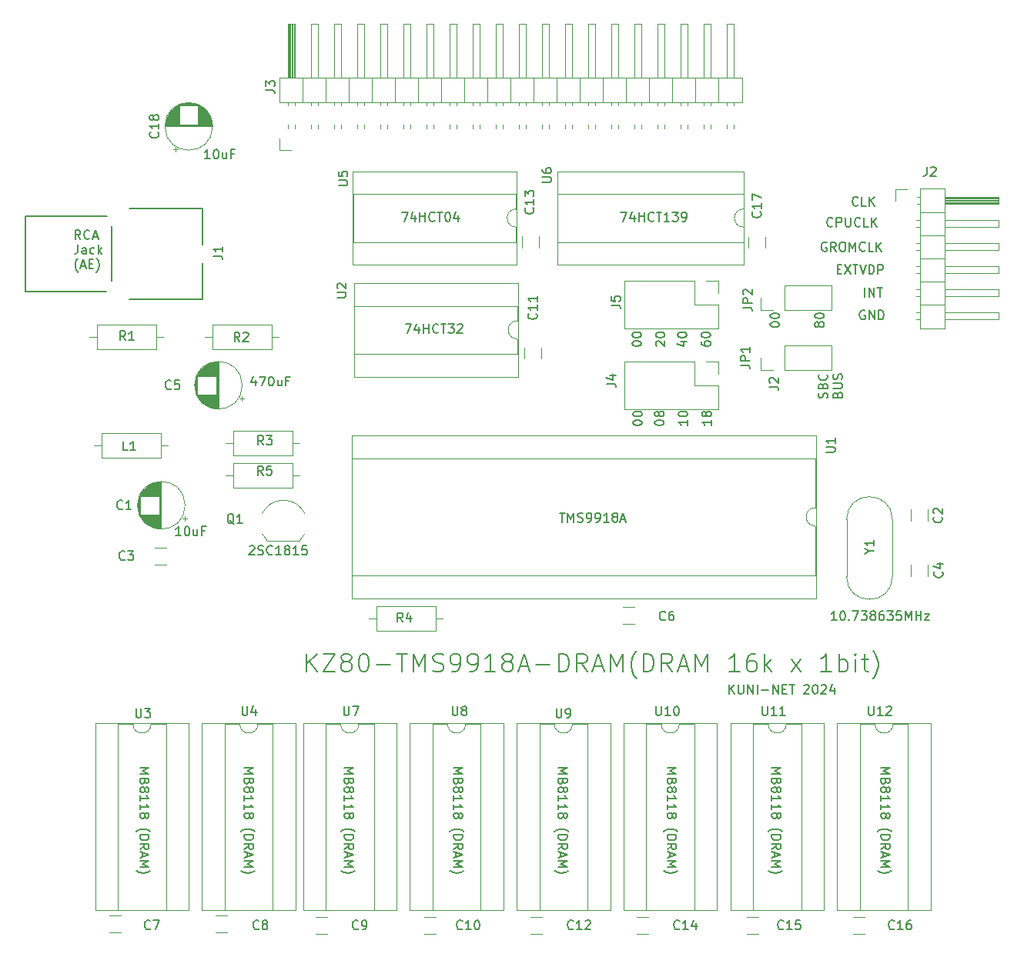
<source format=gto>
G04 #@! TF.GenerationSoftware,KiCad,Pcbnew,7.0.9*
G04 #@! TF.CreationDate,2024-01-01T17:34:43+09:00*
G04 #@! TF.ProjectId,KZ80-TMS9918A-DRAM-1bit,4b5a3830-2d54-44d5-9339-393138412d44,rev?*
G04 #@! TF.SameCoordinates,PX3ef1480PY94c5f00*
G04 #@! TF.FileFunction,Legend,Top*
G04 #@! TF.FilePolarity,Positive*
%FSLAX46Y46*%
G04 Gerber Fmt 4.6, Leading zero omitted, Abs format (unit mm)*
G04 Created by KiCad (PCBNEW 7.0.9) date 2024-01-01 17:34:43*
%MOMM*%
%LPD*%
G01*
G04 APERTURE LIST*
%ADD10C,0.150000*%
%ADD11C,0.120000*%
G04 APERTURE END LIST*
D10*
X90630180Y20663221D02*
X91630180Y20663221D01*
X91630180Y20663221D02*
X90915895Y20329888D01*
X90915895Y20329888D02*
X91630180Y19996555D01*
X91630180Y19996555D02*
X90630180Y19996555D01*
X91153990Y19187031D02*
X91106371Y19044174D01*
X91106371Y19044174D02*
X91058752Y18996555D01*
X91058752Y18996555D02*
X90963514Y18948936D01*
X90963514Y18948936D02*
X90820657Y18948936D01*
X90820657Y18948936D02*
X90725419Y18996555D01*
X90725419Y18996555D02*
X90677800Y19044174D01*
X90677800Y19044174D02*
X90630180Y19139412D01*
X90630180Y19139412D02*
X90630180Y19520364D01*
X90630180Y19520364D02*
X91630180Y19520364D01*
X91630180Y19520364D02*
X91630180Y19187031D01*
X91630180Y19187031D02*
X91582561Y19091793D01*
X91582561Y19091793D02*
X91534942Y19044174D01*
X91534942Y19044174D02*
X91439704Y18996555D01*
X91439704Y18996555D02*
X91344466Y18996555D01*
X91344466Y18996555D02*
X91249228Y19044174D01*
X91249228Y19044174D02*
X91201609Y19091793D01*
X91201609Y19091793D02*
X91153990Y19187031D01*
X91153990Y19187031D02*
X91153990Y19520364D01*
X91201609Y18377507D02*
X91249228Y18472745D01*
X91249228Y18472745D02*
X91296847Y18520364D01*
X91296847Y18520364D02*
X91392085Y18567983D01*
X91392085Y18567983D02*
X91439704Y18567983D01*
X91439704Y18567983D02*
X91534942Y18520364D01*
X91534942Y18520364D02*
X91582561Y18472745D01*
X91582561Y18472745D02*
X91630180Y18377507D01*
X91630180Y18377507D02*
X91630180Y18187031D01*
X91630180Y18187031D02*
X91582561Y18091793D01*
X91582561Y18091793D02*
X91534942Y18044174D01*
X91534942Y18044174D02*
X91439704Y17996555D01*
X91439704Y17996555D02*
X91392085Y17996555D01*
X91392085Y17996555D02*
X91296847Y18044174D01*
X91296847Y18044174D02*
X91249228Y18091793D01*
X91249228Y18091793D02*
X91201609Y18187031D01*
X91201609Y18187031D02*
X91201609Y18377507D01*
X91201609Y18377507D02*
X91153990Y18472745D01*
X91153990Y18472745D02*
X91106371Y18520364D01*
X91106371Y18520364D02*
X91011133Y18567983D01*
X91011133Y18567983D02*
X90820657Y18567983D01*
X90820657Y18567983D02*
X90725419Y18520364D01*
X90725419Y18520364D02*
X90677800Y18472745D01*
X90677800Y18472745D02*
X90630180Y18377507D01*
X90630180Y18377507D02*
X90630180Y18187031D01*
X90630180Y18187031D02*
X90677800Y18091793D01*
X90677800Y18091793D02*
X90725419Y18044174D01*
X90725419Y18044174D02*
X90820657Y17996555D01*
X90820657Y17996555D02*
X91011133Y17996555D01*
X91011133Y17996555D02*
X91106371Y18044174D01*
X91106371Y18044174D02*
X91153990Y18091793D01*
X91153990Y18091793D02*
X91201609Y18187031D01*
X90630180Y17044174D02*
X90630180Y17615602D01*
X90630180Y17329888D02*
X91630180Y17329888D01*
X91630180Y17329888D02*
X91487323Y17425126D01*
X91487323Y17425126D02*
X91392085Y17520364D01*
X91392085Y17520364D02*
X91344466Y17615602D01*
X90630180Y16091793D02*
X90630180Y16663221D01*
X90630180Y16377507D02*
X91630180Y16377507D01*
X91630180Y16377507D02*
X91487323Y16472745D01*
X91487323Y16472745D02*
X91392085Y16567983D01*
X91392085Y16567983D02*
X91344466Y16663221D01*
X91201609Y15520364D02*
X91249228Y15615602D01*
X91249228Y15615602D02*
X91296847Y15663221D01*
X91296847Y15663221D02*
X91392085Y15710840D01*
X91392085Y15710840D02*
X91439704Y15710840D01*
X91439704Y15710840D02*
X91534942Y15663221D01*
X91534942Y15663221D02*
X91582561Y15615602D01*
X91582561Y15615602D02*
X91630180Y15520364D01*
X91630180Y15520364D02*
X91630180Y15329888D01*
X91630180Y15329888D02*
X91582561Y15234650D01*
X91582561Y15234650D02*
X91534942Y15187031D01*
X91534942Y15187031D02*
X91439704Y15139412D01*
X91439704Y15139412D02*
X91392085Y15139412D01*
X91392085Y15139412D02*
X91296847Y15187031D01*
X91296847Y15187031D02*
X91249228Y15234650D01*
X91249228Y15234650D02*
X91201609Y15329888D01*
X91201609Y15329888D02*
X91201609Y15520364D01*
X91201609Y15520364D02*
X91153990Y15615602D01*
X91153990Y15615602D02*
X91106371Y15663221D01*
X91106371Y15663221D02*
X91011133Y15710840D01*
X91011133Y15710840D02*
X90820657Y15710840D01*
X90820657Y15710840D02*
X90725419Y15663221D01*
X90725419Y15663221D02*
X90677800Y15615602D01*
X90677800Y15615602D02*
X90630180Y15520364D01*
X90630180Y15520364D02*
X90630180Y15329888D01*
X90630180Y15329888D02*
X90677800Y15234650D01*
X90677800Y15234650D02*
X90725419Y15187031D01*
X90725419Y15187031D02*
X90820657Y15139412D01*
X90820657Y15139412D02*
X91011133Y15139412D01*
X91011133Y15139412D02*
X91106371Y15187031D01*
X91106371Y15187031D02*
X91153990Y15234650D01*
X91153990Y15234650D02*
X91201609Y15329888D01*
X90249228Y13663221D02*
X90296847Y13710840D01*
X90296847Y13710840D02*
X90439704Y13806078D01*
X90439704Y13806078D02*
X90534942Y13853697D01*
X90534942Y13853697D02*
X90677800Y13901316D01*
X90677800Y13901316D02*
X90915895Y13948935D01*
X90915895Y13948935D02*
X91106371Y13948935D01*
X91106371Y13948935D02*
X91344466Y13901316D01*
X91344466Y13901316D02*
X91487323Y13853697D01*
X91487323Y13853697D02*
X91582561Y13806078D01*
X91582561Y13806078D02*
X91725419Y13710840D01*
X91725419Y13710840D02*
X91773038Y13663221D01*
X90630180Y13282268D02*
X91630180Y13282268D01*
X91630180Y13282268D02*
X91630180Y13044173D01*
X91630180Y13044173D02*
X91582561Y12901316D01*
X91582561Y12901316D02*
X91487323Y12806078D01*
X91487323Y12806078D02*
X91392085Y12758459D01*
X91392085Y12758459D02*
X91201609Y12710840D01*
X91201609Y12710840D02*
X91058752Y12710840D01*
X91058752Y12710840D02*
X90868276Y12758459D01*
X90868276Y12758459D02*
X90773038Y12806078D01*
X90773038Y12806078D02*
X90677800Y12901316D01*
X90677800Y12901316D02*
X90630180Y13044173D01*
X90630180Y13044173D02*
X90630180Y13282268D01*
X90630180Y11710840D02*
X91106371Y12044173D01*
X90630180Y12282268D02*
X91630180Y12282268D01*
X91630180Y12282268D02*
X91630180Y11901316D01*
X91630180Y11901316D02*
X91582561Y11806078D01*
X91582561Y11806078D02*
X91534942Y11758459D01*
X91534942Y11758459D02*
X91439704Y11710840D01*
X91439704Y11710840D02*
X91296847Y11710840D01*
X91296847Y11710840D02*
X91201609Y11758459D01*
X91201609Y11758459D02*
X91153990Y11806078D01*
X91153990Y11806078D02*
X91106371Y11901316D01*
X91106371Y11901316D02*
X91106371Y12282268D01*
X90915895Y11329887D02*
X90915895Y10853697D01*
X90630180Y11425125D02*
X91630180Y11091792D01*
X91630180Y11091792D02*
X90630180Y10758459D01*
X90630180Y10425125D02*
X91630180Y10425125D01*
X91630180Y10425125D02*
X90915895Y10091792D01*
X90915895Y10091792D02*
X91630180Y9758459D01*
X91630180Y9758459D02*
X90630180Y9758459D01*
X90249228Y9377506D02*
X90296847Y9329887D01*
X90296847Y9329887D02*
X90439704Y9234649D01*
X90439704Y9234649D02*
X90534942Y9187030D01*
X90534942Y9187030D02*
X90677800Y9139411D01*
X90677800Y9139411D02*
X90915895Y9091792D01*
X90915895Y9091792D02*
X91106371Y9091792D01*
X91106371Y9091792D02*
X91344466Y9139411D01*
X91344466Y9139411D02*
X91487323Y9187030D01*
X91487323Y9187030D02*
X91582561Y9234649D01*
X91582561Y9234649D02*
X91725419Y9329887D01*
X91725419Y9329887D02*
X91773038Y9377506D01*
X78630180Y20663221D02*
X79630180Y20663221D01*
X79630180Y20663221D02*
X78915895Y20329888D01*
X78915895Y20329888D02*
X79630180Y19996555D01*
X79630180Y19996555D02*
X78630180Y19996555D01*
X79153990Y19187031D02*
X79106371Y19044174D01*
X79106371Y19044174D02*
X79058752Y18996555D01*
X79058752Y18996555D02*
X78963514Y18948936D01*
X78963514Y18948936D02*
X78820657Y18948936D01*
X78820657Y18948936D02*
X78725419Y18996555D01*
X78725419Y18996555D02*
X78677800Y19044174D01*
X78677800Y19044174D02*
X78630180Y19139412D01*
X78630180Y19139412D02*
X78630180Y19520364D01*
X78630180Y19520364D02*
X79630180Y19520364D01*
X79630180Y19520364D02*
X79630180Y19187031D01*
X79630180Y19187031D02*
X79582561Y19091793D01*
X79582561Y19091793D02*
X79534942Y19044174D01*
X79534942Y19044174D02*
X79439704Y18996555D01*
X79439704Y18996555D02*
X79344466Y18996555D01*
X79344466Y18996555D02*
X79249228Y19044174D01*
X79249228Y19044174D02*
X79201609Y19091793D01*
X79201609Y19091793D02*
X79153990Y19187031D01*
X79153990Y19187031D02*
X79153990Y19520364D01*
X79201609Y18377507D02*
X79249228Y18472745D01*
X79249228Y18472745D02*
X79296847Y18520364D01*
X79296847Y18520364D02*
X79392085Y18567983D01*
X79392085Y18567983D02*
X79439704Y18567983D01*
X79439704Y18567983D02*
X79534942Y18520364D01*
X79534942Y18520364D02*
X79582561Y18472745D01*
X79582561Y18472745D02*
X79630180Y18377507D01*
X79630180Y18377507D02*
X79630180Y18187031D01*
X79630180Y18187031D02*
X79582561Y18091793D01*
X79582561Y18091793D02*
X79534942Y18044174D01*
X79534942Y18044174D02*
X79439704Y17996555D01*
X79439704Y17996555D02*
X79392085Y17996555D01*
X79392085Y17996555D02*
X79296847Y18044174D01*
X79296847Y18044174D02*
X79249228Y18091793D01*
X79249228Y18091793D02*
X79201609Y18187031D01*
X79201609Y18187031D02*
X79201609Y18377507D01*
X79201609Y18377507D02*
X79153990Y18472745D01*
X79153990Y18472745D02*
X79106371Y18520364D01*
X79106371Y18520364D02*
X79011133Y18567983D01*
X79011133Y18567983D02*
X78820657Y18567983D01*
X78820657Y18567983D02*
X78725419Y18520364D01*
X78725419Y18520364D02*
X78677800Y18472745D01*
X78677800Y18472745D02*
X78630180Y18377507D01*
X78630180Y18377507D02*
X78630180Y18187031D01*
X78630180Y18187031D02*
X78677800Y18091793D01*
X78677800Y18091793D02*
X78725419Y18044174D01*
X78725419Y18044174D02*
X78820657Y17996555D01*
X78820657Y17996555D02*
X79011133Y17996555D01*
X79011133Y17996555D02*
X79106371Y18044174D01*
X79106371Y18044174D02*
X79153990Y18091793D01*
X79153990Y18091793D02*
X79201609Y18187031D01*
X78630180Y17044174D02*
X78630180Y17615602D01*
X78630180Y17329888D02*
X79630180Y17329888D01*
X79630180Y17329888D02*
X79487323Y17425126D01*
X79487323Y17425126D02*
X79392085Y17520364D01*
X79392085Y17520364D02*
X79344466Y17615602D01*
X78630180Y16091793D02*
X78630180Y16663221D01*
X78630180Y16377507D02*
X79630180Y16377507D01*
X79630180Y16377507D02*
X79487323Y16472745D01*
X79487323Y16472745D02*
X79392085Y16567983D01*
X79392085Y16567983D02*
X79344466Y16663221D01*
X79201609Y15520364D02*
X79249228Y15615602D01*
X79249228Y15615602D02*
X79296847Y15663221D01*
X79296847Y15663221D02*
X79392085Y15710840D01*
X79392085Y15710840D02*
X79439704Y15710840D01*
X79439704Y15710840D02*
X79534942Y15663221D01*
X79534942Y15663221D02*
X79582561Y15615602D01*
X79582561Y15615602D02*
X79630180Y15520364D01*
X79630180Y15520364D02*
X79630180Y15329888D01*
X79630180Y15329888D02*
X79582561Y15234650D01*
X79582561Y15234650D02*
X79534942Y15187031D01*
X79534942Y15187031D02*
X79439704Y15139412D01*
X79439704Y15139412D02*
X79392085Y15139412D01*
X79392085Y15139412D02*
X79296847Y15187031D01*
X79296847Y15187031D02*
X79249228Y15234650D01*
X79249228Y15234650D02*
X79201609Y15329888D01*
X79201609Y15329888D02*
X79201609Y15520364D01*
X79201609Y15520364D02*
X79153990Y15615602D01*
X79153990Y15615602D02*
X79106371Y15663221D01*
X79106371Y15663221D02*
X79011133Y15710840D01*
X79011133Y15710840D02*
X78820657Y15710840D01*
X78820657Y15710840D02*
X78725419Y15663221D01*
X78725419Y15663221D02*
X78677800Y15615602D01*
X78677800Y15615602D02*
X78630180Y15520364D01*
X78630180Y15520364D02*
X78630180Y15329888D01*
X78630180Y15329888D02*
X78677800Y15234650D01*
X78677800Y15234650D02*
X78725419Y15187031D01*
X78725419Y15187031D02*
X78820657Y15139412D01*
X78820657Y15139412D02*
X79011133Y15139412D01*
X79011133Y15139412D02*
X79106371Y15187031D01*
X79106371Y15187031D02*
X79153990Y15234650D01*
X79153990Y15234650D02*
X79201609Y15329888D01*
X78249228Y13663221D02*
X78296847Y13710840D01*
X78296847Y13710840D02*
X78439704Y13806078D01*
X78439704Y13806078D02*
X78534942Y13853697D01*
X78534942Y13853697D02*
X78677800Y13901316D01*
X78677800Y13901316D02*
X78915895Y13948935D01*
X78915895Y13948935D02*
X79106371Y13948935D01*
X79106371Y13948935D02*
X79344466Y13901316D01*
X79344466Y13901316D02*
X79487323Y13853697D01*
X79487323Y13853697D02*
X79582561Y13806078D01*
X79582561Y13806078D02*
X79725419Y13710840D01*
X79725419Y13710840D02*
X79773038Y13663221D01*
X78630180Y13282268D02*
X79630180Y13282268D01*
X79630180Y13282268D02*
X79630180Y13044173D01*
X79630180Y13044173D02*
X79582561Y12901316D01*
X79582561Y12901316D02*
X79487323Y12806078D01*
X79487323Y12806078D02*
X79392085Y12758459D01*
X79392085Y12758459D02*
X79201609Y12710840D01*
X79201609Y12710840D02*
X79058752Y12710840D01*
X79058752Y12710840D02*
X78868276Y12758459D01*
X78868276Y12758459D02*
X78773038Y12806078D01*
X78773038Y12806078D02*
X78677800Y12901316D01*
X78677800Y12901316D02*
X78630180Y13044173D01*
X78630180Y13044173D02*
X78630180Y13282268D01*
X78630180Y11710840D02*
X79106371Y12044173D01*
X78630180Y12282268D02*
X79630180Y12282268D01*
X79630180Y12282268D02*
X79630180Y11901316D01*
X79630180Y11901316D02*
X79582561Y11806078D01*
X79582561Y11806078D02*
X79534942Y11758459D01*
X79534942Y11758459D02*
X79439704Y11710840D01*
X79439704Y11710840D02*
X79296847Y11710840D01*
X79296847Y11710840D02*
X79201609Y11758459D01*
X79201609Y11758459D02*
X79153990Y11806078D01*
X79153990Y11806078D02*
X79106371Y11901316D01*
X79106371Y11901316D02*
X79106371Y12282268D01*
X78915895Y11329887D02*
X78915895Y10853697D01*
X78630180Y11425125D02*
X79630180Y11091792D01*
X79630180Y11091792D02*
X78630180Y10758459D01*
X78630180Y10425125D02*
X79630180Y10425125D01*
X79630180Y10425125D02*
X78915895Y10091792D01*
X78915895Y10091792D02*
X79630180Y9758459D01*
X79630180Y9758459D02*
X78630180Y9758459D01*
X78249228Y9377506D02*
X78296847Y9329887D01*
X78296847Y9329887D02*
X78439704Y9234649D01*
X78439704Y9234649D02*
X78534942Y9187030D01*
X78534942Y9187030D02*
X78677800Y9139411D01*
X78677800Y9139411D02*
X78915895Y9091792D01*
X78915895Y9091792D02*
X79106371Y9091792D01*
X79106371Y9091792D02*
X79344466Y9139411D01*
X79344466Y9139411D02*
X79487323Y9187030D01*
X79487323Y9187030D02*
X79582561Y9234649D01*
X79582561Y9234649D02*
X79725419Y9329887D01*
X79725419Y9329887D02*
X79773038Y9377506D01*
X67130180Y20663221D02*
X68130180Y20663221D01*
X68130180Y20663221D02*
X67415895Y20329888D01*
X67415895Y20329888D02*
X68130180Y19996555D01*
X68130180Y19996555D02*
X67130180Y19996555D01*
X67653990Y19187031D02*
X67606371Y19044174D01*
X67606371Y19044174D02*
X67558752Y18996555D01*
X67558752Y18996555D02*
X67463514Y18948936D01*
X67463514Y18948936D02*
X67320657Y18948936D01*
X67320657Y18948936D02*
X67225419Y18996555D01*
X67225419Y18996555D02*
X67177800Y19044174D01*
X67177800Y19044174D02*
X67130180Y19139412D01*
X67130180Y19139412D02*
X67130180Y19520364D01*
X67130180Y19520364D02*
X68130180Y19520364D01*
X68130180Y19520364D02*
X68130180Y19187031D01*
X68130180Y19187031D02*
X68082561Y19091793D01*
X68082561Y19091793D02*
X68034942Y19044174D01*
X68034942Y19044174D02*
X67939704Y18996555D01*
X67939704Y18996555D02*
X67844466Y18996555D01*
X67844466Y18996555D02*
X67749228Y19044174D01*
X67749228Y19044174D02*
X67701609Y19091793D01*
X67701609Y19091793D02*
X67653990Y19187031D01*
X67653990Y19187031D02*
X67653990Y19520364D01*
X67701609Y18377507D02*
X67749228Y18472745D01*
X67749228Y18472745D02*
X67796847Y18520364D01*
X67796847Y18520364D02*
X67892085Y18567983D01*
X67892085Y18567983D02*
X67939704Y18567983D01*
X67939704Y18567983D02*
X68034942Y18520364D01*
X68034942Y18520364D02*
X68082561Y18472745D01*
X68082561Y18472745D02*
X68130180Y18377507D01*
X68130180Y18377507D02*
X68130180Y18187031D01*
X68130180Y18187031D02*
X68082561Y18091793D01*
X68082561Y18091793D02*
X68034942Y18044174D01*
X68034942Y18044174D02*
X67939704Y17996555D01*
X67939704Y17996555D02*
X67892085Y17996555D01*
X67892085Y17996555D02*
X67796847Y18044174D01*
X67796847Y18044174D02*
X67749228Y18091793D01*
X67749228Y18091793D02*
X67701609Y18187031D01*
X67701609Y18187031D02*
X67701609Y18377507D01*
X67701609Y18377507D02*
X67653990Y18472745D01*
X67653990Y18472745D02*
X67606371Y18520364D01*
X67606371Y18520364D02*
X67511133Y18567983D01*
X67511133Y18567983D02*
X67320657Y18567983D01*
X67320657Y18567983D02*
X67225419Y18520364D01*
X67225419Y18520364D02*
X67177800Y18472745D01*
X67177800Y18472745D02*
X67130180Y18377507D01*
X67130180Y18377507D02*
X67130180Y18187031D01*
X67130180Y18187031D02*
X67177800Y18091793D01*
X67177800Y18091793D02*
X67225419Y18044174D01*
X67225419Y18044174D02*
X67320657Y17996555D01*
X67320657Y17996555D02*
X67511133Y17996555D01*
X67511133Y17996555D02*
X67606371Y18044174D01*
X67606371Y18044174D02*
X67653990Y18091793D01*
X67653990Y18091793D02*
X67701609Y18187031D01*
X67130180Y17044174D02*
X67130180Y17615602D01*
X67130180Y17329888D02*
X68130180Y17329888D01*
X68130180Y17329888D02*
X67987323Y17425126D01*
X67987323Y17425126D02*
X67892085Y17520364D01*
X67892085Y17520364D02*
X67844466Y17615602D01*
X67130180Y16091793D02*
X67130180Y16663221D01*
X67130180Y16377507D02*
X68130180Y16377507D01*
X68130180Y16377507D02*
X67987323Y16472745D01*
X67987323Y16472745D02*
X67892085Y16567983D01*
X67892085Y16567983D02*
X67844466Y16663221D01*
X67701609Y15520364D02*
X67749228Y15615602D01*
X67749228Y15615602D02*
X67796847Y15663221D01*
X67796847Y15663221D02*
X67892085Y15710840D01*
X67892085Y15710840D02*
X67939704Y15710840D01*
X67939704Y15710840D02*
X68034942Y15663221D01*
X68034942Y15663221D02*
X68082561Y15615602D01*
X68082561Y15615602D02*
X68130180Y15520364D01*
X68130180Y15520364D02*
X68130180Y15329888D01*
X68130180Y15329888D02*
X68082561Y15234650D01*
X68082561Y15234650D02*
X68034942Y15187031D01*
X68034942Y15187031D02*
X67939704Y15139412D01*
X67939704Y15139412D02*
X67892085Y15139412D01*
X67892085Y15139412D02*
X67796847Y15187031D01*
X67796847Y15187031D02*
X67749228Y15234650D01*
X67749228Y15234650D02*
X67701609Y15329888D01*
X67701609Y15329888D02*
X67701609Y15520364D01*
X67701609Y15520364D02*
X67653990Y15615602D01*
X67653990Y15615602D02*
X67606371Y15663221D01*
X67606371Y15663221D02*
X67511133Y15710840D01*
X67511133Y15710840D02*
X67320657Y15710840D01*
X67320657Y15710840D02*
X67225419Y15663221D01*
X67225419Y15663221D02*
X67177800Y15615602D01*
X67177800Y15615602D02*
X67130180Y15520364D01*
X67130180Y15520364D02*
X67130180Y15329888D01*
X67130180Y15329888D02*
X67177800Y15234650D01*
X67177800Y15234650D02*
X67225419Y15187031D01*
X67225419Y15187031D02*
X67320657Y15139412D01*
X67320657Y15139412D02*
X67511133Y15139412D01*
X67511133Y15139412D02*
X67606371Y15187031D01*
X67606371Y15187031D02*
X67653990Y15234650D01*
X67653990Y15234650D02*
X67701609Y15329888D01*
X66749228Y13663221D02*
X66796847Y13710840D01*
X66796847Y13710840D02*
X66939704Y13806078D01*
X66939704Y13806078D02*
X67034942Y13853697D01*
X67034942Y13853697D02*
X67177800Y13901316D01*
X67177800Y13901316D02*
X67415895Y13948935D01*
X67415895Y13948935D02*
X67606371Y13948935D01*
X67606371Y13948935D02*
X67844466Y13901316D01*
X67844466Y13901316D02*
X67987323Y13853697D01*
X67987323Y13853697D02*
X68082561Y13806078D01*
X68082561Y13806078D02*
X68225419Y13710840D01*
X68225419Y13710840D02*
X68273038Y13663221D01*
X67130180Y13282268D02*
X68130180Y13282268D01*
X68130180Y13282268D02*
X68130180Y13044173D01*
X68130180Y13044173D02*
X68082561Y12901316D01*
X68082561Y12901316D02*
X67987323Y12806078D01*
X67987323Y12806078D02*
X67892085Y12758459D01*
X67892085Y12758459D02*
X67701609Y12710840D01*
X67701609Y12710840D02*
X67558752Y12710840D01*
X67558752Y12710840D02*
X67368276Y12758459D01*
X67368276Y12758459D02*
X67273038Y12806078D01*
X67273038Y12806078D02*
X67177800Y12901316D01*
X67177800Y12901316D02*
X67130180Y13044173D01*
X67130180Y13044173D02*
X67130180Y13282268D01*
X67130180Y11710840D02*
X67606371Y12044173D01*
X67130180Y12282268D02*
X68130180Y12282268D01*
X68130180Y12282268D02*
X68130180Y11901316D01*
X68130180Y11901316D02*
X68082561Y11806078D01*
X68082561Y11806078D02*
X68034942Y11758459D01*
X68034942Y11758459D02*
X67939704Y11710840D01*
X67939704Y11710840D02*
X67796847Y11710840D01*
X67796847Y11710840D02*
X67701609Y11758459D01*
X67701609Y11758459D02*
X67653990Y11806078D01*
X67653990Y11806078D02*
X67606371Y11901316D01*
X67606371Y11901316D02*
X67606371Y12282268D01*
X67415895Y11329887D02*
X67415895Y10853697D01*
X67130180Y11425125D02*
X68130180Y11091792D01*
X68130180Y11091792D02*
X67130180Y10758459D01*
X67130180Y10425125D02*
X68130180Y10425125D01*
X68130180Y10425125D02*
X67415895Y10091792D01*
X67415895Y10091792D02*
X68130180Y9758459D01*
X68130180Y9758459D02*
X67130180Y9758459D01*
X66749228Y9377506D02*
X66796847Y9329887D01*
X66796847Y9329887D02*
X66939704Y9234649D01*
X66939704Y9234649D02*
X67034942Y9187030D01*
X67034942Y9187030D02*
X67177800Y9139411D01*
X67177800Y9139411D02*
X67415895Y9091792D01*
X67415895Y9091792D02*
X67606371Y9091792D01*
X67606371Y9091792D02*
X67844466Y9139411D01*
X67844466Y9139411D02*
X67987323Y9187030D01*
X67987323Y9187030D02*
X68082561Y9234649D01*
X68082561Y9234649D02*
X68225419Y9329887D01*
X68225419Y9329887D02*
X68273038Y9377506D01*
X55130180Y20663221D02*
X56130180Y20663221D01*
X56130180Y20663221D02*
X55415895Y20329888D01*
X55415895Y20329888D02*
X56130180Y19996555D01*
X56130180Y19996555D02*
X55130180Y19996555D01*
X55653990Y19187031D02*
X55606371Y19044174D01*
X55606371Y19044174D02*
X55558752Y18996555D01*
X55558752Y18996555D02*
X55463514Y18948936D01*
X55463514Y18948936D02*
X55320657Y18948936D01*
X55320657Y18948936D02*
X55225419Y18996555D01*
X55225419Y18996555D02*
X55177800Y19044174D01*
X55177800Y19044174D02*
X55130180Y19139412D01*
X55130180Y19139412D02*
X55130180Y19520364D01*
X55130180Y19520364D02*
X56130180Y19520364D01*
X56130180Y19520364D02*
X56130180Y19187031D01*
X56130180Y19187031D02*
X56082561Y19091793D01*
X56082561Y19091793D02*
X56034942Y19044174D01*
X56034942Y19044174D02*
X55939704Y18996555D01*
X55939704Y18996555D02*
X55844466Y18996555D01*
X55844466Y18996555D02*
X55749228Y19044174D01*
X55749228Y19044174D02*
X55701609Y19091793D01*
X55701609Y19091793D02*
X55653990Y19187031D01*
X55653990Y19187031D02*
X55653990Y19520364D01*
X55701609Y18377507D02*
X55749228Y18472745D01*
X55749228Y18472745D02*
X55796847Y18520364D01*
X55796847Y18520364D02*
X55892085Y18567983D01*
X55892085Y18567983D02*
X55939704Y18567983D01*
X55939704Y18567983D02*
X56034942Y18520364D01*
X56034942Y18520364D02*
X56082561Y18472745D01*
X56082561Y18472745D02*
X56130180Y18377507D01*
X56130180Y18377507D02*
X56130180Y18187031D01*
X56130180Y18187031D02*
X56082561Y18091793D01*
X56082561Y18091793D02*
X56034942Y18044174D01*
X56034942Y18044174D02*
X55939704Y17996555D01*
X55939704Y17996555D02*
X55892085Y17996555D01*
X55892085Y17996555D02*
X55796847Y18044174D01*
X55796847Y18044174D02*
X55749228Y18091793D01*
X55749228Y18091793D02*
X55701609Y18187031D01*
X55701609Y18187031D02*
X55701609Y18377507D01*
X55701609Y18377507D02*
X55653990Y18472745D01*
X55653990Y18472745D02*
X55606371Y18520364D01*
X55606371Y18520364D02*
X55511133Y18567983D01*
X55511133Y18567983D02*
X55320657Y18567983D01*
X55320657Y18567983D02*
X55225419Y18520364D01*
X55225419Y18520364D02*
X55177800Y18472745D01*
X55177800Y18472745D02*
X55130180Y18377507D01*
X55130180Y18377507D02*
X55130180Y18187031D01*
X55130180Y18187031D02*
X55177800Y18091793D01*
X55177800Y18091793D02*
X55225419Y18044174D01*
X55225419Y18044174D02*
X55320657Y17996555D01*
X55320657Y17996555D02*
X55511133Y17996555D01*
X55511133Y17996555D02*
X55606371Y18044174D01*
X55606371Y18044174D02*
X55653990Y18091793D01*
X55653990Y18091793D02*
X55701609Y18187031D01*
X55130180Y17044174D02*
X55130180Y17615602D01*
X55130180Y17329888D02*
X56130180Y17329888D01*
X56130180Y17329888D02*
X55987323Y17425126D01*
X55987323Y17425126D02*
X55892085Y17520364D01*
X55892085Y17520364D02*
X55844466Y17615602D01*
X55130180Y16091793D02*
X55130180Y16663221D01*
X55130180Y16377507D02*
X56130180Y16377507D01*
X56130180Y16377507D02*
X55987323Y16472745D01*
X55987323Y16472745D02*
X55892085Y16567983D01*
X55892085Y16567983D02*
X55844466Y16663221D01*
X55701609Y15520364D02*
X55749228Y15615602D01*
X55749228Y15615602D02*
X55796847Y15663221D01*
X55796847Y15663221D02*
X55892085Y15710840D01*
X55892085Y15710840D02*
X55939704Y15710840D01*
X55939704Y15710840D02*
X56034942Y15663221D01*
X56034942Y15663221D02*
X56082561Y15615602D01*
X56082561Y15615602D02*
X56130180Y15520364D01*
X56130180Y15520364D02*
X56130180Y15329888D01*
X56130180Y15329888D02*
X56082561Y15234650D01*
X56082561Y15234650D02*
X56034942Y15187031D01*
X56034942Y15187031D02*
X55939704Y15139412D01*
X55939704Y15139412D02*
X55892085Y15139412D01*
X55892085Y15139412D02*
X55796847Y15187031D01*
X55796847Y15187031D02*
X55749228Y15234650D01*
X55749228Y15234650D02*
X55701609Y15329888D01*
X55701609Y15329888D02*
X55701609Y15520364D01*
X55701609Y15520364D02*
X55653990Y15615602D01*
X55653990Y15615602D02*
X55606371Y15663221D01*
X55606371Y15663221D02*
X55511133Y15710840D01*
X55511133Y15710840D02*
X55320657Y15710840D01*
X55320657Y15710840D02*
X55225419Y15663221D01*
X55225419Y15663221D02*
X55177800Y15615602D01*
X55177800Y15615602D02*
X55130180Y15520364D01*
X55130180Y15520364D02*
X55130180Y15329888D01*
X55130180Y15329888D02*
X55177800Y15234650D01*
X55177800Y15234650D02*
X55225419Y15187031D01*
X55225419Y15187031D02*
X55320657Y15139412D01*
X55320657Y15139412D02*
X55511133Y15139412D01*
X55511133Y15139412D02*
X55606371Y15187031D01*
X55606371Y15187031D02*
X55653990Y15234650D01*
X55653990Y15234650D02*
X55701609Y15329888D01*
X54749228Y13663221D02*
X54796847Y13710840D01*
X54796847Y13710840D02*
X54939704Y13806078D01*
X54939704Y13806078D02*
X55034942Y13853697D01*
X55034942Y13853697D02*
X55177800Y13901316D01*
X55177800Y13901316D02*
X55415895Y13948935D01*
X55415895Y13948935D02*
X55606371Y13948935D01*
X55606371Y13948935D02*
X55844466Y13901316D01*
X55844466Y13901316D02*
X55987323Y13853697D01*
X55987323Y13853697D02*
X56082561Y13806078D01*
X56082561Y13806078D02*
X56225419Y13710840D01*
X56225419Y13710840D02*
X56273038Y13663221D01*
X55130180Y13282268D02*
X56130180Y13282268D01*
X56130180Y13282268D02*
X56130180Y13044173D01*
X56130180Y13044173D02*
X56082561Y12901316D01*
X56082561Y12901316D02*
X55987323Y12806078D01*
X55987323Y12806078D02*
X55892085Y12758459D01*
X55892085Y12758459D02*
X55701609Y12710840D01*
X55701609Y12710840D02*
X55558752Y12710840D01*
X55558752Y12710840D02*
X55368276Y12758459D01*
X55368276Y12758459D02*
X55273038Y12806078D01*
X55273038Y12806078D02*
X55177800Y12901316D01*
X55177800Y12901316D02*
X55130180Y13044173D01*
X55130180Y13044173D02*
X55130180Y13282268D01*
X55130180Y11710840D02*
X55606371Y12044173D01*
X55130180Y12282268D02*
X56130180Y12282268D01*
X56130180Y12282268D02*
X56130180Y11901316D01*
X56130180Y11901316D02*
X56082561Y11806078D01*
X56082561Y11806078D02*
X56034942Y11758459D01*
X56034942Y11758459D02*
X55939704Y11710840D01*
X55939704Y11710840D02*
X55796847Y11710840D01*
X55796847Y11710840D02*
X55701609Y11758459D01*
X55701609Y11758459D02*
X55653990Y11806078D01*
X55653990Y11806078D02*
X55606371Y11901316D01*
X55606371Y11901316D02*
X55606371Y12282268D01*
X55415895Y11329887D02*
X55415895Y10853697D01*
X55130180Y11425125D02*
X56130180Y11091792D01*
X56130180Y11091792D02*
X55130180Y10758459D01*
X55130180Y10425125D02*
X56130180Y10425125D01*
X56130180Y10425125D02*
X55415895Y10091792D01*
X55415895Y10091792D02*
X56130180Y9758459D01*
X56130180Y9758459D02*
X55130180Y9758459D01*
X54749228Y9377506D02*
X54796847Y9329887D01*
X54796847Y9329887D02*
X54939704Y9234649D01*
X54939704Y9234649D02*
X55034942Y9187030D01*
X55034942Y9187030D02*
X55177800Y9139411D01*
X55177800Y9139411D02*
X55415895Y9091792D01*
X55415895Y9091792D02*
X55606371Y9091792D01*
X55606371Y9091792D02*
X55844466Y9139411D01*
X55844466Y9139411D02*
X55987323Y9187030D01*
X55987323Y9187030D02*
X56082561Y9234649D01*
X56082561Y9234649D02*
X56225419Y9329887D01*
X56225419Y9329887D02*
X56273038Y9377506D01*
X43630180Y20663221D02*
X44630180Y20663221D01*
X44630180Y20663221D02*
X43915895Y20329888D01*
X43915895Y20329888D02*
X44630180Y19996555D01*
X44630180Y19996555D02*
X43630180Y19996555D01*
X44153990Y19187031D02*
X44106371Y19044174D01*
X44106371Y19044174D02*
X44058752Y18996555D01*
X44058752Y18996555D02*
X43963514Y18948936D01*
X43963514Y18948936D02*
X43820657Y18948936D01*
X43820657Y18948936D02*
X43725419Y18996555D01*
X43725419Y18996555D02*
X43677800Y19044174D01*
X43677800Y19044174D02*
X43630180Y19139412D01*
X43630180Y19139412D02*
X43630180Y19520364D01*
X43630180Y19520364D02*
X44630180Y19520364D01*
X44630180Y19520364D02*
X44630180Y19187031D01*
X44630180Y19187031D02*
X44582561Y19091793D01*
X44582561Y19091793D02*
X44534942Y19044174D01*
X44534942Y19044174D02*
X44439704Y18996555D01*
X44439704Y18996555D02*
X44344466Y18996555D01*
X44344466Y18996555D02*
X44249228Y19044174D01*
X44249228Y19044174D02*
X44201609Y19091793D01*
X44201609Y19091793D02*
X44153990Y19187031D01*
X44153990Y19187031D02*
X44153990Y19520364D01*
X44201609Y18377507D02*
X44249228Y18472745D01*
X44249228Y18472745D02*
X44296847Y18520364D01*
X44296847Y18520364D02*
X44392085Y18567983D01*
X44392085Y18567983D02*
X44439704Y18567983D01*
X44439704Y18567983D02*
X44534942Y18520364D01*
X44534942Y18520364D02*
X44582561Y18472745D01*
X44582561Y18472745D02*
X44630180Y18377507D01*
X44630180Y18377507D02*
X44630180Y18187031D01*
X44630180Y18187031D02*
X44582561Y18091793D01*
X44582561Y18091793D02*
X44534942Y18044174D01*
X44534942Y18044174D02*
X44439704Y17996555D01*
X44439704Y17996555D02*
X44392085Y17996555D01*
X44392085Y17996555D02*
X44296847Y18044174D01*
X44296847Y18044174D02*
X44249228Y18091793D01*
X44249228Y18091793D02*
X44201609Y18187031D01*
X44201609Y18187031D02*
X44201609Y18377507D01*
X44201609Y18377507D02*
X44153990Y18472745D01*
X44153990Y18472745D02*
X44106371Y18520364D01*
X44106371Y18520364D02*
X44011133Y18567983D01*
X44011133Y18567983D02*
X43820657Y18567983D01*
X43820657Y18567983D02*
X43725419Y18520364D01*
X43725419Y18520364D02*
X43677800Y18472745D01*
X43677800Y18472745D02*
X43630180Y18377507D01*
X43630180Y18377507D02*
X43630180Y18187031D01*
X43630180Y18187031D02*
X43677800Y18091793D01*
X43677800Y18091793D02*
X43725419Y18044174D01*
X43725419Y18044174D02*
X43820657Y17996555D01*
X43820657Y17996555D02*
X44011133Y17996555D01*
X44011133Y17996555D02*
X44106371Y18044174D01*
X44106371Y18044174D02*
X44153990Y18091793D01*
X44153990Y18091793D02*
X44201609Y18187031D01*
X43630180Y17044174D02*
X43630180Y17615602D01*
X43630180Y17329888D02*
X44630180Y17329888D01*
X44630180Y17329888D02*
X44487323Y17425126D01*
X44487323Y17425126D02*
X44392085Y17520364D01*
X44392085Y17520364D02*
X44344466Y17615602D01*
X43630180Y16091793D02*
X43630180Y16663221D01*
X43630180Y16377507D02*
X44630180Y16377507D01*
X44630180Y16377507D02*
X44487323Y16472745D01*
X44487323Y16472745D02*
X44392085Y16567983D01*
X44392085Y16567983D02*
X44344466Y16663221D01*
X44201609Y15520364D02*
X44249228Y15615602D01*
X44249228Y15615602D02*
X44296847Y15663221D01*
X44296847Y15663221D02*
X44392085Y15710840D01*
X44392085Y15710840D02*
X44439704Y15710840D01*
X44439704Y15710840D02*
X44534942Y15663221D01*
X44534942Y15663221D02*
X44582561Y15615602D01*
X44582561Y15615602D02*
X44630180Y15520364D01*
X44630180Y15520364D02*
X44630180Y15329888D01*
X44630180Y15329888D02*
X44582561Y15234650D01*
X44582561Y15234650D02*
X44534942Y15187031D01*
X44534942Y15187031D02*
X44439704Y15139412D01*
X44439704Y15139412D02*
X44392085Y15139412D01*
X44392085Y15139412D02*
X44296847Y15187031D01*
X44296847Y15187031D02*
X44249228Y15234650D01*
X44249228Y15234650D02*
X44201609Y15329888D01*
X44201609Y15329888D02*
X44201609Y15520364D01*
X44201609Y15520364D02*
X44153990Y15615602D01*
X44153990Y15615602D02*
X44106371Y15663221D01*
X44106371Y15663221D02*
X44011133Y15710840D01*
X44011133Y15710840D02*
X43820657Y15710840D01*
X43820657Y15710840D02*
X43725419Y15663221D01*
X43725419Y15663221D02*
X43677800Y15615602D01*
X43677800Y15615602D02*
X43630180Y15520364D01*
X43630180Y15520364D02*
X43630180Y15329888D01*
X43630180Y15329888D02*
X43677800Y15234650D01*
X43677800Y15234650D02*
X43725419Y15187031D01*
X43725419Y15187031D02*
X43820657Y15139412D01*
X43820657Y15139412D02*
X44011133Y15139412D01*
X44011133Y15139412D02*
X44106371Y15187031D01*
X44106371Y15187031D02*
X44153990Y15234650D01*
X44153990Y15234650D02*
X44201609Y15329888D01*
X43249228Y13663221D02*
X43296847Y13710840D01*
X43296847Y13710840D02*
X43439704Y13806078D01*
X43439704Y13806078D02*
X43534942Y13853697D01*
X43534942Y13853697D02*
X43677800Y13901316D01*
X43677800Y13901316D02*
X43915895Y13948935D01*
X43915895Y13948935D02*
X44106371Y13948935D01*
X44106371Y13948935D02*
X44344466Y13901316D01*
X44344466Y13901316D02*
X44487323Y13853697D01*
X44487323Y13853697D02*
X44582561Y13806078D01*
X44582561Y13806078D02*
X44725419Y13710840D01*
X44725419Y13710840D02*
X44773038Y13663221D01*
X43630180Y13282268D02*
X44630180Y13282268D01*
X44630180Y13282268D02*
X44630180Y13044173D01*
X44630180Y13044173D02*
X44582561Y12901316D01*
X44582561Y12901316D02*
X44487323Y12806078D01*
X44487323Y12806078D02*
X44392085Y12758459D01*
X44392085Y12758459D02*
X44201609Y12710840D01*
X44201609Y12710840D02*
X44058752Y12710840D01*
X44058752Y12710840D02*
X43868276Y12758459D01*
X43868276Y12758459D02*
X43773038Y12806078D01*
X43773038Y12806078D02*
X43677800Y12901316D01*
X43677800Y12901316D02*
X43630180Y13044173D01*
X43630180Y13044173D02*
X43630180Y13282268D01*
X43630180Y11710840D02*
X44106371Y12044173D01*
X43630180Y12282268D02*
X44630180Y12282268D01*
X44630180Y12282268D02*
X44630180Y11901316D01*
X44630180Y11901316D02*
X44582561Y11806078D01*
X44582561Y11806078D02*
X44534942Y11758459D01*
X44534942Y11758459D02*
X44439704Y11710840D01*
X44439704Y11710840D02*
X44296847Y11710840D01*
X44296847Y11710840D02*
X44201609Y11758459D01*
X44201609Y11758459D02*
X44153990Y11806078D01*
X44153990Y11806078D02*
X44106371Y11901316D01*
X44106371Y11901316D02*
X44106371Y12282268D01*
X43915895Y11329887D02*
X43915895Y10853697D01*
X43630180Y11425125D02*
X44630180Y11091792D01*
X44630180Y11091792D02*
X43630180Y10758459D01*
X43630180Y10425125D02*
X44630180Y10425125D01*
X44630180Y10425125D02*
X43915895Y10091792D01*
X43915895Y10091792D02*
X44630180Y9758459D01*
X44630180Y9758459D02*
X43630180Y9758459D01*
X43249228Y9377506D02*
X43296847Y9329887D01*
X43296847Y9329887D02*
X43439704Y9234649D01*
X43439704Y9234649D02*
X43534942Y9187030D01*
X43534942Y9187030D02*
X43677800Y9139411D01*
X43677800Y9139411D02*
X43915895Y9091792D01*
X43915895Y9091792D02*
X44106371Y9091792D01*
X44106371Y9091792D02*
X44344466Y9139411D01*
X44344466Y9139411D02*
X44487323Y9187030D01*
X44487323Y9187030D02*
X44582561Y9234649D01*
X44582561Y9234649D02*
X44725419Y9329887D01*
X44725419Y9329887D02*
X44773038Y9377506D01*
X31630180Y20663221D02*
X32630180Y20663221D01*
X32630180Y20663221D02*
X31915895Y20329888D01*
X31915895Y20329888D02*
X32630180Y19996555D01*
X32630180Y19996555D02*
X31630180Y19996555D01*
X32153990Y19187031D02*
X32106371Y19044174D01*
X32106371Y19044174D02*
X32058752Y18996555D01*
X32058752Y18996555D02*
X31963514Y18948936D01*
X31963514Y18948936D02*
X31820657Y18948936D01*
X31820657Y18948936D02*
X31725419Y18996555D01*
X31725419Y18996555D02*
X31677800Y19044174D01*
X31677800Y19044174D02*
X31630180Y19139412D01*
X31630180Y19139412D02*
X31630180Y19520364D01*
X31630180Y19520364D02*
X32630180Y19520364D01*
X32630180Y19520364D02*
X32630180Y19187031D01*
X32630180Y19187031D02*
X32582561Y19091793D01*
X32582561Y19091793D02*
X32534942Y19044174D01*
X32534942Y19044174D02*
X32439704Y18996555D01*
X32439704Y18996555D02*
X32344466Y18996555D01*
X32344466Y18996555D02*
X32249228Y19044174D01*
X32249228Y19044174D02*
X32201609Y19091793D01*
X32201609Y19091793D02*
X32153990Y19187031D01*
X32153990Y19187031D02*
X32153990Y19520364D01*
X32201609Y18377507D02*
X32249228Y18472745D01*
X32249228Y18472745D02*
X32296847Y18520364D01*
X32296847Y18520364D02*
X32392085Y18567983D01*
X32392085Y18567983D02*
X32439704Y18567983D01*
X32439704Y18567983D02*
X32534942Y18520364D01*
X32534942Y18520364D02*
X32582561Y18472745D01*
X32582561Y18472745D02*
X32630180Y18377507D01*
X32630180Y18377507D02*
X32630180Y18187031D01*
X32630180Y18187031D02*
X32582561Y18091793D01*
X32582561Y18091793D02*
X32534942Y18044174D01*
X32534942Y18044174D02*
X32439704Y17996555D01*
X32439704Y17996555D02*
X32392085Y17996555D01*
X32392085Y17996555D02*
X32296847Y18044174D01*
X32296847Y18044174D02*
X32249228Y18091793D01*
X32249228Y18091793D02*
X32201609Y18187031D01*
X32201609Y18187031D02*
X32201609Y18377507D01*
X32201609Y18377507D02*
X32153990Y18472745D01*
X32153990Y18472745D02*
X32106371Y18520364D01*
X32106371Y18520364D02*
X32011133Y18567983D01*
X32011133Y18567983D02*
X31820657Y18567983D01*
X31820657Y18567983D02*
X31725419Y18520364D01*
X31725419Y18520364D02*
X31677800Y18472745D01*
X31677800Y18472745D02*
X31630180Y18377507D01*
X31630180Y18377507D02*
X31630180Y18187031D01*
X31630180Y18187031D02*
X31677800Y18091793D01*
X31677800Y18091793D02*
X31725419Y18044174D01*
X31725419Y18044174D02*
X31820657Y17996555D01*
X31820657Y17996555D02*
X32011133Y17996555D01*
X32011133Y17996555D02*
X32106371Y18044174D01*
X32106371Y18044174D02*
X32153990Y18091793D01*
X32153990Y18091793D02*
X32201609Y18187031D01*
X31630180Y17044174D02*
X31630180Y17615602D01*
X31630180Y17329888D02*
X32630180Y17329888D01*
X32630180Y17329888D02*
X32487323Y17425126D01*
X32487323Y17425126D02*
X32392085Y17520364D01*
X32392085Y17520364D02*
X32344466Y17615602D01*
X31630180Y16091793D02*
X31630180Y16663221D01*
X31630180Y16377507D02*
X32630180Y16377507D01*
X32630180Y16377507D02*
X32487323Y16472745D01*
X32487323Y16472745D02*
X32392085Y16567983D01*
X32392085Y16567983D02*
X32344466Y16663221D01*
X32201609Y15520364D02*
X32249228Y15615602D01*
X32249228Y15615602D02*
X32296847Y15663221D01*
X32296847Y15663221D02*
X32392085Y15710840D01*
X32392085Y15710840D02*
X32439704Y15710840D01*
X32439704Y15710840D02*
X32534942Y15663221D01*
X32534942Y15663221D02*
X32582561Y15615602D01*
X32582561Y15615602D02*
X32630180Y15520364D01*
X32630180Y15520364D02*
X32630180Y15329888D01*
X32630180Y15329888D02*
X32582561Y15234650D01*
X32582561Y15234650D02*
X32534942Y15187031D01*
X32534942Y15187031D02*
X32439704Y15139412D01*
X32439704Y15139412D02*
X32392085Y15139412D01*
X32392085Y15139412D02*
X32296847Y15187031D01*
X32296847Y15187031D02*
X32249228Y15234650D01*
X32249228Y15234650D02*
X32201609Y15329888D01*
X32201609Y15329888D02*
X32201609Y15520364D01*
X32201609Y15520364D02*
X32153990Y15615602D01*
X32153990Y15615602D02*
X32106371Y15663221D01*
X32106371Y15663221D02*
X32011133Y15710840D01*
X32011133Y15710840D02*
X31820657Y15710840D01*
X31820657Y15710840D02*
X31725419Y15663221D01*
X31725419Y15663221D02*
X31677800Y15615602D01*
X31677800Y15615602D02*
X31630180Y15520364D01*
X31630180Y15520364D02*
X31630180Y15329888D01*
X31630180Y15329888D02*
X31677800Y15234650D01*
X31677800Y15234650D02*
X31725419Y15187031D01*
X31725419Y15187031D02*
X31820657Y15139412D01*
X31820657Y15139412D02*
X32011133Y15139412D01*
X32011133Y15139412D02*
X32106371Y15187031D01*
X32106371Y15187031D02*
X32153990Y15234650D01*
X32153990Y15234650D02*
X32201609Y15329888D01*
X31249228Y13663221D02*
X31296847Y13710840D01*
X31296847Y13710840D02*
X31439704Y13806078D01*
X31439704Y13806078D02*
X31534942Y13853697D01*
X31534942Y13853697D02*
X31677800Y13901316D01*
X31677800Y13901316D02*
X31915895Y13948935D01*
X31915895Y13948935D02*
X32106371Y13948935D01*
X32106371Y13948935D02*
X32344466Y13901316D01*
X32344466Y13901316D02*
X32487323Y13853697D01*
X32487323Y13853697D02*
X32582561Y13806078D01*
X32582561Y13806078D02*
X32725419Y13710840D01*
X32725419Y13710840D02*
X32773038Y13663221D01*
X31630180Y13282268D02*
X32630180Y13282268D01*
X32630180Y13282268D02*
X32630180Y13044173D01*
X32630180Y13044173D02*
X32582561Y12901316D01*
X32582561Y12901316D02*
X32487323Y12806078D01*
X32487323Y12806078D02*
X32392085Y12758459D01*
X32392085Y12758459D02*
X32201609Y12710840D01*
X32201609Y12710840D02*
X32058752Y12710840D01*
X32058752Y12710840D02*
X31868276Y12758459D01*
X31868276Y12758459D02*
X31773038Y12806078D01*
X31773038Y12806078D02*
X31677800Y12901316D01*
X31677800Y12901316D02*
X31630180Y13044173D01*
X31630180Y13044173D02*
X31630180Y13282268D01*
X31630180Y11710840D02*
X32106371Y12044173D01*
X31630180Y12282268D02*
X32630180Y12282268D01*
X32630180Y12282268D02*
X32630180Y11901316D01*
X32630180Y11901316D02*
X32582561Y11806078D01*
X32582561Y11806078D02*
X32534942Y11758459D01*
X32534942Y11758459D02*
X32439704Y11710840D01*
X32439704Y11710840D02*
X32296847Y11710840D01*
X32296847Y11710840D02*
X32201609Y11758459D01*
X32201609Y11758459D02*
X32153990Y11806078D01*
X32153990Y11806078D02*
X32106371Y11901316D01*
X32106371Y11901316D02*
X32106371Y12282268D01*
X31915895Y11329887D02*
X31915895Y10853697D01*
X31630180Y11425125D02*
X32630180Y11091792D01*
X32630180Y11091792D02*
X31630180Y10758459D01*
X31630180Y10425125D02*
X32630180Y10425125D01*
X32630180Y10425125D02*
X31915895Y10091792D01*
X31915895Y10091792D02*
X32630180Y9758459D01*
X32630180Y9758459D02*
X31630180Y9758459D01*
X31249228Y9377506D02*
X31296847Y9329887D01*
X31296847Y9329887D02*
X31439704Y9234649D01*
X31439704Y9234649D02*
X31534942Y9187030D01*
X31534942Y9187030D02*
X31677800Y9139411D01*
X31677800Y9139411D02*
X31915895Y9091792D01*
X31915895Y9091792D02*
X32106371Y9091792D01*
X32106371Y9091792D02*
X32344466Y9139411D01*
X32344466Y9139411D02*
X32487323Y9187030D01*
X32487323Y9187030D02*
X32582561Y9234649D01*
X32582561Y9234649D02*
X32725419Y9329887D01*
X32725419Y9329887D02*
X32773038Y9377506D01*
X20630180Y20663221D02*
X21630180Y20663221D01*
X21630180Y20663221D02*
X20915895Y20329888D01*
X20915895Y20329888D02*
X21630180Y19996555D01*
X21630180Y19996555D02*
X20630180Y19996555D01*
X21153990Y19187031D02*
X21106371Y19044174D01*
X21106371Y19044174D02*
X21058752Y18996555D01*
X21058752Y18996555D02*
X20963514Y18948936D01*
X20963514Y18948936D02*
X20820657Y18948936D01*
X20820657Y18948936D02*
X20725419Y18996555D01*
X20725419Y18996555D02*
X20677800Y19044174D01*
X20677800Y19044174D02*
X20630180Y19139412D01*
X20630180Y19139412D02*
X20630180Y19520364D01*
X20630180Y19520364D02*
X21630180Y19520364D01*
X21630180Y19520364D02*
X21630180Y19187031D01*
X21630180Y19187031D02*
X21582561Y19091793D01*
X21582561Y19091793D02*
X21534942Y19044174D01*
X21534942Y19044174D02*
X21439704Y18996555D01*
X21439704Y18996555D02*
X21344466Y18996555D01*
X21344466Y18996555D02*
X21249228Y19044174D01*
X21249228Y19044174D02*
X21201609Y19091793D01*
X21201609Y19091793D02*
X21153990Y19187031D01*
X21153990Y19187031D02*
X21153990Y19520364D01*
X21201609Y18377507D02*
X21249228Y18472745D01*
X21249228Y18472745D02*
X21296847Y18520364D01*
X21296847Y18520364D02*
X21392085Y18567983D01*
X21392085Y18567983D02*
X21439704Y18567983D01*
X21439704Y18567983D02*
X21534942Y18520364D01*
X21534942Y18520364D02*
X21582561Y18472745D01*
X21582561Y18472745D02*
X21630180Y18377507D01*
X21630180Y18377507D02*
X21630180Y18187031D01*
X21630180Y18187031D02*
X21582561Y18091793D01*
X21582561Y18091793D02*
X21534942Y18044174D01*
X21534942Y18044174D02*
X21439704Y17996555D01*
X21439704Y17996555D02*
X21392085Y17996555D01*
X21392085Y17996555D02*
X21296847Y18044174D01*
X21296847Y18044174D02*
X21249228Y18091793D01*
X21249228Y18091793D02*
X21201609Y18187031D01*
X21201609Y18187031D02*
X21201609Y18377507D01*
X21201609Y18377507D02*
X21153990Y18472745D01*
X21153990Y18472745D02*
X21106371Y18520364D01*
X21106371Y18520364D02*
X21011133Y18567983D01*
X21011133Y18567983D02*
X20820657Y18567983D01*
X20820657Y18567983D02*
X20725419Y18520364D01*
X20725419Y18520364D02*
X20677800Y18472745D01*
X20677800Y18472745D02*
X20630180Y18377507D01*
X20630180Y18377507D02*
X20630180Y18187031D01*
X20630180Y18187031D02*
X20677800Y18091793D01*
X20677800Y18091793D02*
X20725419Y18044174D01*
X20725419Y18044174D02*
X20820657Y17996555D01*
X20820657Y17996555D02*
X21011133Y17996555D01*
X21011133Y17996555D02*
X21106371Y18044174D01*
X21106371Y18044174D02*
X21153990Y18091793D01*
X21153990Y18091793D02*
X21201609Y18187031D01*
X20630180Y17044174D02*
X20630180Y17615602D01*
X20630180Y17329888D02*
X21630180Y17329888D01*
X21630180Y17329888D02*
X21487323Y17425126D01*
X21487323Y17425126D02*
X21392085Y17520364D01*
X21392085Y17520364D02*
X21344466Y17615602D01*
X20630180Y16091793D02*
X20630180Y16663221D01*
X20630180Y16377507D02*
X21630180Y16377507D01*
X21630180Y16377507D02*
X21487323Y16472745D01*
X21487323Y16472745D02*
X21392085Y16567983D01*
X21392085Y16567983D02*
X21344466Y16663221D01*
X21201609Y15520364D02*
X21249228Y15615602D01*
X21249228Y15615602D02*
X21296847Y15663221D01*
X21296847Y15663221D02*
X21392085Y15710840D01*
X21392085Y15710840D02*
X21439704Y15710840D01*
X21439704Y15710840D02*
X21534942Y15663221D01*
X21534942Y15663221D02*
X21582561Y15615602D01*
X21582561Y15615602D02*
X21630180Y15520364D01*
X21630180Y15520364D02*
X21630180Y15329888D01*
X21630180Y15329888D02*
X21582561Y15234650D01*
X21582561Y15234650D02*
X21534942Y15187031D01*
X21534942Y15187031D02*
X21439704Y15139412D01*
X21439704Y15139412D02*
X21392085Y15139412D01*
X21392085Y15139412D02*
X21296847Y15187031D01*
X21296847Y15187031D02*
X21249228Y15234650D01*
X21249228Y15234650D02*
X21201609Y15329888D01*
X21201609Y15329888D02*
X21201609Y15520364D01*
X21201609Y15520364D02*
X21153990Y15615602D01*
X21153990Y15615602D02*
X21106371Y15663221D01*
X21106371Y15663221D02*
X21011133Y15710840D01*
X21011133Y15710840D02*
X20820657Y15710840D01*
X20820657Y15710840D02*
X20725419Y15663221D01*
X20725419Y15663221D02*
X20677800Y15615602D01*
X20677800Y15615602D02*
X20630180Y15520364D01*
X20630180Y15520364D02*
X20630180Y15329888D01*
X20630180Y15329888D02*
X20677800Y15234650D01*
X20677800Y15234650D02*
X20725419Y15187031D01*
X20725419Y15187031D02*
X20820657Y15139412D01*
X20820657Y15139412D02*
X21011133Y15139412D01*
X21011133Y15139412D02*
X21106371Y15187031D01*
X21106371Y15187031D02*
X21153990Y15234650D01*
X21153990Y15234650D02*
X21201609Y15329888D01*
X20249228Y13663221D02*
X20296847Y13710840D01*
X20296847Y13710840D02*
X20439704Y13806078D01*
X20439704Y13806078D02*
X20534942Y13853697D01*
X20534942Y13853697D02*
X20677800Y13901316D01*
X20677800Y13901316D02*
X20915895Y13948935D01*
X20915895Y13948935D02*
X21106371Y13948935D01*
X21106371Y13948935D02*
X21344466Y13901316D01*
X21344466Y13901316D02*
X21487323Y13853697D01*
X21487323Y13853697D02*
X21582561Y13806078D01*
X21582561Y13806078D02*
X21725419Y13710840D01*
X21725419Y13710840D02*
X21773038Y13663221D01*
X20630180Y13282268D02*
X21630180Y13282268D01*
X21630180Y13282268D02*
X21630180Y13044173D01*
X21630180Y13044173D02*
X21582561Y12901316D01*
X21582561Y12901316D02*
X21487323Y12806078D01*
X21487323Y12806078D02*
X21392085Y12758459D01*
X21392085Y12758459D02*
X21201609Y12710840D01*
X21201609Y12710840D02*
X21058752Y12710840D01*
X21058752Y12710840D02*
X20868276Y12758459D01*
X20868276Y12758459D02*
X20773038Y12806078D01*
X20773038Y12806078D02*
X20677800Y12901316D01*
X20677800Y12901316D02*
X20630180Y13044173D01*
X20630180Y13044173D02*
X20630180Y13282268D01*
X20630180Y11710840D02*
X21106371Y12044173D01*
X20630180Y12282268D02*
X21630180Y12282268D01*
X21630180Y12282268D02*
X21630180Y11901316D01*
X21630180Y11901316D02*
X21582561Y11806078D01*
X21582561Y11806078D02*
X21534942Y11758459D01*
X21534942Y11758459D02*
X21439704Y11710840D01*
X21439704Y11710840D02*
X21296847Y11710840D01*
X21296847Y11710840D02*
X21201609Y11758459D01*
X21201609Y11758459D02*
X21153990Y11806078D01*
X21153990Y11806078D02*
X21106371Y11901316D01*
X21106371Y11901316D02*
X21106371Y12282268D01*
X20915895Y11329887D02*
X20915895Y10853697D01*
X20630180Y11425125D02*
X21630180Y11091792D01*
X21630180Y11091792D02*
X20630180Y10758459D01*
X20630180Y10425125D02*
X21630180Y10425125D01*
X21630180Y10425125D02*
X20915895Y10091792D01*
X20915895Y10091792D02*
X21630180Y9758459D01*
X21630180Y9758459D02*
X20630180Y9758459D01*
X20249228Y9377506D02*
X20296847Y9329887D01*
X20296847Y9329887D02*
X20439704Y9234649D01*
X20439704Y9234649D02*
X20534942Y9187030D01*
X20534942Y9187030D02*
X20677800Y9139411D01*
X20677800Y9139411D02*
X20915895Y9091792D01*
X20915895Y9091792D02*
X21106371Y9091792D01*
X21106371Y9091792D02*
X21344466Y9139411D01*
X21344466Y9139411D02*
X21487323Y9187030D01*
X21487323Y9187030D02*
X21582561Y9234649D01*
X21582561Y9234649D02*
X21725419Y9329887D01*
X21725419Y9329887D02*
X21773038Y9377506D01*
X9130180Y20663221D02*
X10130180Y20663221D01*
X10130180Y20663221D02*
X9415895Y20329888D01*
X9415895Y20329888D02*
X10130180Y19996555D01*
X10130180Y19996555D02*
X9130180Y19996555D01*
X9653990Y19187031D02*
X9606371Y19044174D01*
X9606371Y19044174D02*
X9558752Y18996555D01*
X9558752Y18996555D02*
X9463514Y18948936D01*
X9463514Y18948936D02*
X9320657Y18948936D01*
X9320657Y18948936D02*
X9225419Y18996555D01*
X9225419Y18996555D02*
X9177800Y19044174D01*
X9177800Y19044174D02*
X9130180Y19139412D01*
X9130180Y19139412D02*
X9130180Y19520364D01*
X9130180Y19520364D02*
X10130180Y19520364D01*
X10130180Y19520364D02*
X10130180Y19187031D01*
X10130180Y19187031D02*
X10082561Y19091793D01*
X10082561Y19091793D02*
X10034942Y19044174D01*
X10034942Y19044174D02*
X9939704Y18996555D01*
X9939704Y18996555D02*
X9844466Y18996555D01*
X9844466Y18996555D02*
X9749228Y19044174D01*
X9749228Y19044174D02*
X9701609Y19091793D01*
X9701609Y19091793D02*
X9653990Y19187031D01*
X9653990Y19187031D02*
X9653990Y19520364D01*
X9701609Y18377507D02*
X9749228Y18472745D01*
X9749228Y18472745D02*
X9796847Y18520364D01*
X9796847Y18520364D02*
X9892085Y18567983D01*
X9892085Y18567983D02*
X9939704Y18567983D01*
X9939704Y18567983D02*
X10034942Y18520364D01*
X10034942Y18520364D02*
X10082561Y18472745D01*
X10082561Y18472745D02*
X10130180Y18377507D01*
X10130180Y18377507D02*
X10130180Y18187031D01*
X10130180Y18187031D02*
X10082561Y18091793D01*
X10082561Y18091793D02*
X10034942Y18044174D01*
X10034942Y18044174D02*
X9939704Y17996555D01*
X9939704Y17996555D02*
X9892085Y17996555D01*
X9892085Y17996555D02*
X9796847Y18044174D01*
X9796847Y18044174D02*
X9749228Y18091793D01*
X9749228Y18091793D02*
X9701609Y18187031D01*
X9701609Y18187031D02*
X9701609Y18377507D01*
X9701609Y18377507D02*
X9653990Y18472745D01*
X9653990Y18472745D02*
X9606371Y18520364D01*
X9606371Y18520364D02*
X9511133Y18567983D01*
X9511133Y18567983D02*
X9320657Y18567983D01*
X9320657Y18567983D02*
X9225419Y18520364D01*
X9225419Y18520364D02*
X9177800Y18472745D01*
X9177800Y18472745D02*
X9130180Y18377507D01*
X9130180Y18377507D02*
X9130180Y18187031D01*
X9130180Y18187031D02*
X9177800Y18091793D01*
X9177800Y18091793D02*
X9225419Y18044174D01*
X9225419Y18044174D02*
X9320657Y17996555D01*
X9320657Y17996555D02*
X9511133Y17996555D01*
X9511133Y17996555D02*
X9606371Y18044174D01*
X9606371Y18044174D02*
X9653990Y18091793D01*
X9653990Y18091793D02*
X9701609Y18187031D01*
X9130180Y17044174D02*
X9130180Y17615602D01*
X9130180Y17329888D02*
X10130180Y17329888D01*
X10130180Y17329888D02*
X9987323Y17425126D01*
X9987323Y17425126D02*
X9892085Y17520364D01*
X9892085Y17520364D02*
X9844466Y17615602D01*
X9130180Y16091793D02*
X9130180Y16663221D01*
X9130180Y16377507D02*
X10130180Y16377507D01*
X10130180Y16377507D02*
X9987323Y16472745D01*
X9987323Y16472745D02*
X9892085Y16567983D01*
X9892085Y16567983D02*
X9844466Y16663221D01*
X9701609Y15520364D02*
X9749228Y15615602D01*
X9749228Y15615602D02*
X9796847Y15663221D01*
X9796847Y15663221D02*
X9892085Y15710840D01*
X9892085Y15710840D02*
X9939704Y15710840D01*
X9939704Y15710840D02*
X10034942Y15663221D01*
X10034942Y15663221D02*
X10082561Y15615602D01*
X10082561Y15615602D02*
X10130180Y15520364D01*
X10130180Y15520364D02*
X10130180Y15329888D01*
X10130180Y15329888D02*
X10082561Y15234650D01*
X10082561Y15234650D02*
X10034942Y15187031D01*
X10034942Y15187031D02*
X9939704Y15139412D01*
X9939704Y15139412D02*
X9892085Y15139412D01*
X9892085Y15139412D02*
X9796847Y15187031D01*
X9796847Y15187031D02*
X9749228Y15234650D01*
X9749228Y15234650D02*
X9701609Y15329888D01*
X9701609Y15329888D02*
X9701609Y15520364D01*
X9701609Y15520364D02*
X9653990Y15615602D01*
X9653990Y15615602D02*
X9606371Y15663221D01*
X9606371Y15663221D02*
X9511133Y15710840D01*
X9511133Y15710840D02*
X9320657Y15710840D01*
X9320657Y15710840D02*
X9225419Y15663221D01*
X9225419Y15663221D02*
X9177800Y15615602D01*
X9177800Y15615602D02*
X9130180Y15520364D01*
X9130180Y15520364D02*
X9130180Y15329888D01*
X9130180Y15329888D02*
X9177800Y15234650D01*
X9177800Y15234650D02*
X9225419Y15187031D01*
X9225419Y15187031D02*
X9320657Y15139412D01*
X9320657Y15139412D02*
X9511133Y15139412D01*
X9511133Y15139412D02*
X9606371Y15187031D01*
X9606371Y15187031D02*
X9653990Y15234650D01*
X9653990Y15234650D02*
X9701609Y15329888D01*
X8749228Y13663221D02*
X8796847Y13710840D01*
X8796847Y13710840D02*
X8939704Y13806078D01*
X8939704Y13806078D02*
X9034942Y13853697D01*
X9034942Y13853697D02*
X9177800Y13901316D01*
X9177800Y13901316D02*
X9415895Y13948935D01*
X9415895Y13948935D02*
X9606371Y13948935D01*
X9606371Y13948935D02*
X9844466Y13901316D01*
X9844466Y13901316D02*
X9987323Y13853697D01*
X9987323Y13853697D02*
X10082561Y13806078D01*
X10082561Y13806078D02*
X10225419Y13710840D01*
X10225419Y13710840D02*
X10273038Y13663221D01*
X9130180Y13282268D02*
X10130180Y13282268D01*
X10130180Y13282268D02*
X10130180Y13044173D01*
X10130180Y13044173D02*
X10082561Y12901316D01*
X10082561Y12901316D02*
X9987323Y12806078D01*
X9987323Y12806078D02*
X9892085Y12758459D01*
X9892085Y12758459D02*
X9701609Y12710840D01*
X9701609Y12710840D02*
X9558752Y12710840D01*
X9558752Y12710840D02*
X9368276Y12758459D01*
X9368276Y12758459D02*
X9273038Y12806078D01*
X9273038Y12806078D02*
X9177800Y12901316D01*
X9177800Y12901316D02*
X9130180Y13044173D01*
X9130180Y13044173D02*
X9130180Y13282268D01*
X9130180Y11710840D02*
X9606371Y12044173D01*
X9130180Y12282268D02*
X10130180Y12282268D01*
X10130180Y12282268D02*
X10130180Y11901316D01*
X10130180Y11901316D02*
X10082561Y11806078D01*
X10082561Y11806078D02*
X10034942Y11758459D01*
X10034942Y11758459D02*
X9939704Y11710840D01*
X9939704Y11710840D02*
X9796847Y11710840D01*
X9796847Y11710840D02*
X9701609Y11758459D01*
X9701609Y11758459D02*
X9653990Y11806078D01*
X9653990Y11806078D02*
X9606371Y11901316D01*
X9606371Y11901316D02*
X9606371Y12282268D01*
X9415895Y11329887D02*
X9415895Y10853697D01*
X9130180Y11425125D02*
X10130180Y11091792D01*
X10130180Y11091792D02*
X9130180Y10758459D01*
X9130180Y10425125D02*
X10130180Y10425125D01*
X10130180Y10425125D02*
X9415895Y10091792D01*
X9415895Y10091792D02*
X10130180Y9758459D01*
X10130180Y9758459D02*
X9130180Y9758459D01*
X8749228Y9377506D02*
X8796847Y9329887D01*
X8796847Y9329887D02*
X8939704Y9234649D01*
X8939704Y9234649D02*
X9034942Y9187030D01*
X9034942Y9187030D02*
X9177800Y9139411D01*
X9177800Y9139411D02*
X9415895Y9091792D01*
X9415895Y9091792D02*
X9606371Y9091792D01*
X9606371Y9091792D02*
X9844466Y9139411D01*
X9844466Y9139411D02*
X9987323Y9187030D01*
X9987323Y9187030D02*
X10082561Y9234649D01*
X10082561Y9234649D02*
X10225419Y9329887D01*
X10225419Y9329887D02*
X10273038Y9377506D01*
X83798390Y69379637D02*
X83750771Y69284399D01*
X83750771Y69284399D02*
X83703152Y69236780D01*
X83703152Y69236780D02*
X83607914Y69189161D01*
X83607914Y69189161D02*
X83560295Y69189161D01*
X83560295Y69189161D02*
X83465057Y69236780D01*
X83465057Y69236780D02*
X83417438Y69284399D01*
X83417438Y69284399D02*
X83369819Y69379637D01*
X83369819Y69379637D02*
X83369819Y69570113D01*
X83369819Y69570113D02*
X83417438Y69665351D01*
X83417438Y69665351D02*
X83465057Y69712970D01*
X83465057Y69712970D02*
X83560295Y69760589D01*
X83560295Y69760589D02*
X83607914Y69760589D01*
X83607914Y69760589D02*
X83703152Y69712970D01*
X83703152Y69712970D02*
X83750771Y69665351D01*
X83750771Y69665351D02*
X83798390Y69570113D01*
X83798390Y69570113D02*
X83798390Y69379637D01*
X83798390Y69379637D02*
X83846009Y69284399D01*
X83846009Y69284399D02*
X83893628Y69236780D01*
X83893628Y69236780D02*
X83988866Y69189161D01*
X83988866Y69189161D02*
X84179342Y69189161D01*
X84179342Y69189161D02*
X84274580Y69236780D01*
X84274580Y69236780D02*
X84322200Y69284399D01*
X84322200Y69284399D02*
X84369819Y69379637D01*
X84369819Y69379637D02*
X84369819Y69570113D01*
X84369819Y69570113D02*
X84322200Y69665351D01*
X84322200Y69665351D02*
X84274580Y69712970D01*
X84274580Y69712970D02*
X84179342Y69760589D01*
X84179342Y69760589D02*
X83988866Y69760589D01*
X83988866Y69760589D02*
X83893628Y69712970D01*
X83893628Y69712970D02*
X83846009Y69665351D01*
X83846009Y69665351D02*
X83798390Y69570113D01*
X83369819Y70379637D02*
X83369819Y70474875D01*
X83369819Y70474875D02*
X83417438Y70570113D01*
X83417438Y70570113D02*
X83465057Y70617732D01*
X83465057Y70617732D02*
X83560295Y70665351D01*
X83560295Y70665351D02*
X83750771Y70712970D01*
X83750771Y70712970D02*
X83988866Y70712970D01*
X83988866Y70712970D02*
X84179342Y70665351D01*
X84179342Y70665351D02*
X84274580Y70617732D01*
X84274580Y70617732D02*
X84322200Y70570113D01*
X84322200Y70570113D02*
X84369819Y70474875D01*
X84369819Y70474875D02*
X84369819Y70379637D01*
X84369819Y70379637D02*
X84322200Y70284399D01*
X84322200Y70284399D02*
X84274580Y70236780D01*
X84274580Y70236780D02*
X84179342Y70189161D01*
X84179342Y70189161D02*
X83988866Y70141542D01*
X83988866Y70141542D02*
X83750771Y70141542D01*
X83750771Y70141542D02*
X83560295Y70189161D01*
X83560295Y70189161D02*
X83465057Y70236780D01*
X83465057Y70236780D02*
X83417438Y70284399D01*
X83417438Y70284399D02*
X83369819Y70379637D01*
X21189160Y45034943D02*
X21236779Y45082562D01*
X21236779Y45082562D02*
X21332017Y45130181D01*
X21332017Y45130181D02*
X21570112Y45130181D01*
X21570112Y45130181D02*
X21665350Y45082562D01*
X21665350Y45082562D02*
X21712969Y45034943D01*
X21712969Y45034943D02*
X21760588Y44939705D01*
X21760588Y44939705D02*
X21760588Y44844467D01*
X21760588Y44844467D02*
X21712969Y44701610D01*
X21712969Y44701610D02*
X21141541Y44130181D01*
X21141541Y44130181D02*
X21760588Y44130181D01*
X22141541Y44177800D02*
X22284398Y44130181D01*
X22284398Y44130181D02*
X22522493Y44130181D01*
X22522493Y44130181D02*
X22617731Y44177800D01*
X22617731Y44177800D02*
X22665350Y44225420D01*
X22665350Y44225420D02*
X22712969Y44320658D01*
X22712969Y44320658D02*
X22712969Y44415896D01*
X22712969Y44415896D02*
X22665350Y44511134D01*
X22665350Y44511134D02*
X22617731Y44558753D01*
X22617731Y44558753D02*
X22522493Y44606372D01*
X22522493Y44606372D02*
X22332017Y44653991D01*
X22332017Y44653991D02*
X22236779Y44701610D01*
X22236779Y44701610D02*
X22189160Y44749229D01*
X22189160Y44749229D02*
X22141541Y44844467D01*
X22141541Y44844467D02*
X22141541Y44939705D01*
X22141541Y44939705D02*
X22189160Y45034943D01*
X22189160Y45034943D02*
X22236779Y45082562D01*
X22236779Y45082562D02*
X22332017Y45130181D01*
X22332017Y45130181D02*
X22570112Y45130181D01*
X22570112Y45130181D02*
X22712969Y45082562D01*
X23712969Y44225420D02*
X23665350Y44177800D01*
X23665350Y44177800D02*
X23522493Y44130181D01*
X23522493Y44130181D02*
X23427255Y44130181D01*
X23427255Y44130181D02*
X23284398Y44177800D01*
X23284398Y44177800D02*
X23189160Y44273039D01*
X23189160Y44273039D02*
X23141541Y44368277D01*
X23141541Y44368277D02*
X23093922Y44558753D01*
X23093922Y44558753D02*
X23093922Y44701610D01*
X23093922Y44701610D02*
X23141541Y44892086D01*
X23141541Y44892086D02*
X23189160Y44987324D01*
X23189160Y44987324D02*
X23284398Y45082562D01*
X23284398Y45082562D02*
X23427255Y45130181D01*
X23427255Y45130181D02*
X23522493Y45130181D01*
X23522493Y45130181D02*
X23665350Y45082562D01*
X23665350Y45082562D02*
X23712969Y45034943D01*
X24665350Y44130181D02*
X24093922Y44130181D01*
X24379636Y44130181D02*
X24379636Y45130181D01*
X24379636Y45130181D02*
X24284398Y44987324D01*
X24284398Y44987324D02*
X24189160Y44892086D01*
X24189160Y44892086D02*
X24093922Y44844467D01*
X25236779Y44701610D02*
X25141541Y44749229D01*
X25141541Y44749229D02*
X25093922Y44796848D01*
X25093922Y44796848D02*
X25046303Y44892086D01*
X25046303Y44892086D02*
X25046303Y44939705D01*
X25046303Y44939705D02*
X25093922Y45034943D01*
X25093922Y45034943D02*
X25141541Y45082562D01*
X25141541Y45082562D02*
X25236779Y45130181D01*
X25236779Y45130181D02*
X25427255Y45130181D01*
X25427255Y45130181D02*
X25522493Y45082562D01*
X25522493Y45082562D02*
X25570112Y45034943D01*
X25570112Y45034943D02*
X25617731Y44939705D01*
X25617731Y44939705D02*
X25617731Y44892086D01*
X25617731Y44892086D02*
X25570112Y44796848D01*
X25570112Y44796848D02*
X25522493Y44749229D01*
X25522493Y44749229D02*
X25427255Y44701610D01*
X25427255Y44701610D02*
X25236779Y44701610D01*
X25236779Y44701610D02*
X25141541Y44653991D01*
X25141541Y44653991D02*
X25093922Y44606372D01*
X25093922Y44606372D02*
X25046303Y44511134D01*
X25046303Y44511134D02*
X25046303Y44320658D01*
X25046303Y44320658D02*
X25093922Y44225420D01*
X25093922Y44225420D02*
X25141541Y44177800D01*
X25141541Y44177800D02*
X25236779Y44130181D01*
X25236779Y44130181D02*
X25427255Y44130181D01*
X25427255Y44130181D02*
X25522493Y44177800D01*
X25522493Y44177800D02*
X25570112Y44225420D01*
X25570112Y44225420D02*
X25617731Y44320658D01*
X25617731Y44320658D02*
X25617731Y44511134D01*
X25617731Y44511134D02*
X25570112Y44606372D01*
X25570112Y44606372D02*
X25522493Y44653991D01*
X25522493Y44653991D02*
X25427255Y44701610D01*
X26570112Y44130181D02*
X25998684Y44130181D01*
X26284398Y44130181D02*
X26284398Y45130181D01*
X26284398Y45130181D02*
X26189160Y44987324D01*
X26189160Y44987324D02*
X26093922Y44892086D01*
X26093922Y44892086D02*
X25998684Y44844467D01*
X27474874Y45130181D02*
X26998684Y45130181D01*
X26998684Y45130181D02*
X26951065Y44653991D01*
X26951065Y44653991D02*
X26998684Y44701610D01*
X26998684Y44701610D02*
X27093922Y44749229D01*
X27093922Y44749229D02*
X27332017Y44749229D01*
X27332017Y44749229D02*
X27427255Y44701610D01*
X27427255Y44701610D02*
X27474874Y44653991D01*
X27474874Y44653991D02*
X27522493Y44558753D01*
X27522493Y44558753D02*
X27522493Y44320658D01*
X27522493Y44320658D02*
X27474874Y44225420D01*
X27474874Y44225420D02*
X27427255Y44177800D01*
X27427255Y44177800D02*
X27332017Y44130181D01*
X27332017Y44130181D02*
X27093922Y44130181D01*
X27093922Y44130181D02*
X26998684Y44177800D01*
X26998684Y44177800D02*
X26951065Y44225420D01*
X65769819Y58627256D02*
X65769819Y58722494D01*
X65769819Y58722494D02*
X65817438Y58817732D01*
X65817438Y58817732D02*
X65865057Y58865351D01*
X65865057Y58865351D02*
X65960295Y58912970D01*
X65960295Y58912970D02*
X66150771Y58960589D01*
X66150771Y58960589D02*
X66388866Y58960589D01*
X66388866Y58960589D02*
X66579342Y58912970D01*
X66579342Y58912970D02*
X66674580Y58865351D01*
X66674580Y58865351D02*
X66722200Y58817732D01*
X66722200Y58817732D02*
X66769819Y58722494D01*
X66769819Y58722494D02*
X66769819Y58627256D01*
X66769819Y58627256D02*
X66722200Y58532018D01*
X66722200Y58532018D02*
X66674580Y58484399D01*
X66674580Y58484399D02*
X66579342Y58436780D01*
X66579342Y58436780D02*
X66388866Y58389161D01*
X66388866Y58389161D02*
X66150771Y58389161D01*
X66150771Y58389161D02*
X65960295Y58436780D01*
X65960295Y58436780D02*
X65865057Y58484399D01*
X65865057Y58484399D02*
X65817438Y58532018D01*
X65817438Y58532018D02*
X65769819Y58627256D01*
X66198390Y59532018D02*
X66150771Y59436780D01*
X66150771Y59436780D02*
X66103152Y59389161D01*
X66103152Y59389161D02*
X66007914Y59341542D01*
X66007914Y59341542D02*
X65960295Y59341542D01*
X65960295Y59341542D02*
X65865057Y59389161D01*
X65865057Y59389161D02*
X65817438Y59436780D01*
X65817438Y59436780D02*
X65769819Y59532018D01*
X65769819Y59532018D02*
X65769819Y59722494D01*
X65769819Y59722494D02*
X65817438Y59817732D01*
X65817438Y59817732D02*
X65865057Y59865351D01*
X65865057Y59865351D02*
X65960295Y59912970D01*
X65960295Y59912970D02*
X66007914Y59912970D01*
X66007914Y59912970D02*
X66103152Y59865351D01*
X66103152Y59865351D02*
X66150771Y59817732D01*
X66150771Y59817732D02*
X66198390Y59722494D01*
X66198390Y59722494D02*
X66198390Y59532018D01*
X66198390Y59532018D02*
X66246009Y59436780D01*
X66246009Y59436780D02*
X66293628Y59389161D01*
X66293628Y59389161D02*
X66388866Y59341542D01*
X66388866Y59341542D02*
X66579342Y59341542D01*
X66579342Y59341542D02*
X66674580Y59389161D01*
X66674580Y59389161D02*
X66722200Y59436780D01*
X66722200Y59436780D02*
X66769819Y59532018D01*
X66769819Y59532018D02*
X66769819Y59722494D01*
X66769819Y59722494D02*
X66722200Y59817732D01*
X66722200Y59817732D02*
X66674580Y59865351D01*
X66674580Y59865351D02*
X66579342Y59912970D01*
X66579342Y59912970D02*
X66388866Y59912970D01*
X66388866Y59912970D02*
X66293628Y59865351D01*
X66293628Y59865351D02*
X66246009Y59817732D01*
X66246009Y59817732D02*
X66198390Y59722494D01*
X69369819Y58960589D02*
X69369819Y58389161D01*
X69369819Y58674875D02*
X68369819Y58674875D01*
X68369819Y58674875D02*
X68512676Y58579637D01*
X68512676Y58579637D02*
X68607914Y58484399D01*
X68607914Y58484399D02*
X68655533Y58389161D01*
X68369819Y59579637D02*
X68369819Y59674875D01*
X68369819Y59674875D02*
X68417438Y59770113D01*
X68417438Y59770113D02*
X68465057Y59817732D01*
X68465057Y59817732D02*
X68560295Y59865351D01*
X68560295Y59865351D02*
X68750771Y59912970D01*
X68750771Y59912970D02*
X68988866Y59912970D01*
X68988866Y59912970D02*
X69179342Y59865351D01*
X69179342Y59865351D02*
X69274580Y59817732D01*
X69274580Y59817732D02*
X69322200Y59770113D01*
X69322200Y59770113D02*
X69369819Y59674875D01*
X69369819Y59674875D02*
X69369819Y59579637D01*
X69369819Y59579637D02*
X69322200Y59484399D01*
X69322200Y59484399D02*
X69274580Y59436780D01*
X69274580Y59436780D02*
X69179342Y59389161D01*
X69179342Y59389161D02*
X68988866Y59341542D01*
X68988866Y59341542D02*
X68750771Y59341542D01*
X68750771Y59341542D02*
X68560295Y59389161D01*
X68560295Y59389161D02*
X68465057Y59436780D01*
X68465057Y59436780D02*
X68417438Y59484399D01*
X68417438Y59484399D02*
X68369819Y59579637D01*
X84712200Y61389161D02*
X84759819Y61532018D01*
X84759819Y61532018D02*
X84759819Y61770113D01*
X84759819Y61770113D02*
X84712200Y61865351D01*
X84712200Y61865351D02*
X84664580Y61912970D01*
X84664580Y61912970D02*
X84569342Y61960589D01*
X84569342Y61960589D02*
X84474104Y61960589D01*
X84474104Y61960589D02*
X84378866Y61912970D01*
X84378866Y61912970D02*
X84331247Y61865351D01*
X84331247Y61865351D02*
X84283628Y61770113D01*
X84283628Y61770113D02*
X84236009Y61579637D01*
X84236009Y61579637D02*
X84188390Y61484399D01*
X84188390Y61484399D02*
X84140771Y61436780D01*
X84140771Y61436780D02*
X84045533Y61389161D01*
X84045533Y61389161D02*
X83950295Y61389161D01*
X83950295Y61389161D02*
X83855057Y61436780D01*
X83855057Y61436780D02*
X83807438Y61484399D01*
X83807438Y61484399D02*
X83759819Y61579637D01*
X83759819Y61579637D02*
X83759819Y61817732D01*
X83759819Y61817732D02*
X83807438Y61960589D01*
X84236009Y62722494D02*
X84283628Y62865351D01*
X84283628Y62865351D02*
X84331247Y62912970D01*
X84331247Y62912970D02*
X84426485Y62960589D01*
X84426485Y62960589D02*
X84569342Y62960589D01*
X84569342Y62960589D02*
X84664580Y62912970D01*
X84664580Y62912970D02*
X84712200Y62865351D01*
X84712200Y62865351D02*
X84759819Y62770113D01*
X84759819Y62770113D02*
X84759819Y62389161D01*
X84759819Y62389161D02*
X83759819Y62389161D01*
X83759819Y62389161D02*
X83759819Y62722494D01*
X83759819Y62722494D02*
X83807438Y62817732D01*
X83807438Y62817732D02*
X83855057Y62865351D01*
X83855057Y62865351D02*
X83950295Y62912970D01*
X83950295Y62912970D02*
X84045533Y62912970D01*
X84045533Y62912970D02*
X84140771Y62865351D01*
X84140771Y62865351D02*
X84188390Y62817732D01*
X84188390Y62817732D02*
X84236009Y62722494D01*
X84236009Y62722494D02*
X84236009Y62389161D01*
X84664580Y63960589D02*
X84712200Y63912970D01*
X84712200Y63912970D02*
X84759819Y63770113D01*
X84759819Y63770113D02*
X84759819Y63674875D01*
X84759819Y63674875D02*
X84712200Y63532018D01*
X84712200Y63532018D02*
X84616961Y63436780D01*
X84616961Y63436780D02*
X84521723Y63389161D01*
X84521723Y63389161D02*
X84331247Y63341542D01*
X84331247Y63341542D02*
X84188390Y63341542D01*
X84188390Y63341542D02*
X83997914Y63389161D01*
X83997914Y63389161D02*
X83902676Y63436780D01*
X83902676Y63436780D02*
X83807438Y63532018D01*
X83807438Y63532018D02*
X83759819Y63674875D01*
X83759819Y63674875D02*
X83759819Y63770113D01*
X83759819Y63770113D02*
X83807438Y63912970D01*
X83807438Y63912970D02*
X83855057Y63960589D01*
X85846009Y61770113D02*
X85893628Y61912970D01*
X85893628Y61912970D02*
X85941247Y61960589D01*
X85941247Y61960589D02*
X86036485Y62008208D01*
X86036485Y62008208D02*
X86179342Y62008208D01*
X86179342Y62008208D02*
X86274580Y61960589D01*
X86274580Y61960589D02*
X86322200Y61912970D01*
X86322200Y61912970D02*
X86369819Y61817732D01*
X86369819Y61817732D02*
X86369819Y61436780D01*
X86369819Y61436780D02*
X85369819Y61436780D01*
X85369819Y61436780D02*
X85369819Y61770113D01*
X85369819Y61770113D02*
X85417438Y61865351D01*
X85417438Y61865351D02*
X85465057Y61912970D01*
X85465057Y61912970D02*
X85560295Y61960589D01*
X85560295Y61960589D02*
X85655533Y61960589D01*
X85655533Y61960589D02*
X85750771Y61912970D01*
X85750771Y61912970D02*
X85798390Y61865351D01*
X85798390Y61865351D02*
X85846009Y61770113D01*
X85846009Y61770113D02*
X85846009Y61436780D01*
X85369819Y62436780D02*
X86179342Y62436780D01*
X86179342Y62436780D02*
X86274580Y62484399D01*
X86274580Y62484399D02*
X86322200Y62532018D01*
X86322200Y62532018D02*
X86369819Y62627256D01*
X86369819Y62627256D02*
X86369819Y62817732D01*
X86369819Y62817732D02*
X86322200Y62912970D01*
X86322200Y62912970D02*
X86274580Y62960589D01*
X86274580Y62960589D02*
X86179342Y63008208D01*
X86179342Y63008208D02*
X85369819Y63008208D01*
X86322200Y63436780D02*
X86369819Y63579637D01*
X86369819Y63579637D02*
X86369819Y63817732D01*
X86369819Y63817732D02*
X86322200Y63912970D01*
X86322200Y63912970D02*
X86274580Y63960589D01*
X86274580Y63960589D02*
X86179342Y64008208D01*
X86179342Y64008208D02*
X86084104Y64008208D01*
X86084104Y64008208D02*
X85988866Y63960589D01*
X85988866Y63960589D02*
X85941247Y63912970D01*
X85941247Y63912970D02*
X85893628Y63817732D01*
X85893628Y63817732D02*
X85846009Y63627256D01*
X85846009Y63627256D02*
X85798390Y63532018D01*
X85798390Y63532018D02*
X85750771Y63484399D01*
X85750771Y63484399D02*
X85655533Y63436780D01*
X85655533Y63436780D02*
X85560295Y63436780D01*
X85560295Y63436780D02*
X85465057Y63484399D01*
X85465057Y63484399D02*
X85417438Y63532018D01*
X85417438Y63532018D02*
X85369819Y63627256D01*
X85369819Y63627256D02*
X85369819Y63865351D01*
X85369819Y63865351D02*
X85417438Y64008208D01*
X85836779Y75553991D02*
X86170112Y75553991D01*
X86312969Y75030181D02*
X85836779Y75030181D01*
X85836779Y75030181D02*
X85836779Y76030181D01*
X85836779Y76030181D02*
X86312969Y76030181D01*
X86646303Y76030181D02*
X87312969Y75030181D01*
X87312969Y76030181D02*
X86646303Y75030181D01*
X87551065Y76030181D02*
X88122493Y76030181D01*
X87836779Y75030181D02*
X87836779Y76030181D01*
X88312970Y76030181D02*
X88646303Y75030181D01*
X88646303Y75030181D02*
X88979636Y76030181D01*
X89312970Y75030181D02*
X89312970Y76030181D01*
X89312970Y76030181D02*
X89551065Y76030181D01*
X89551065Y76030181D02*
X89693922Y75982562D01*
X89693922Y75982562D02*
X89789160Y75887324D01*
X89789160Y75887324D02*
X89836779Y75792086D01*
X89836779Y75792086D02*
X89884398Y75601610D01*
X89884398Y75601610D02*
X89884398Y75458753D01*
X89884398Y75458753D02*
X89836779Y75268277D01*
X89836779Y75268277D02*
X89789160Y75173039D01*
X89789160Y75173039D02*
X89693922Y75077800D01*
X89693922Y75077800D02*
X89551065Y75030181D01*
X89551065Y75030181D02*
X89312970Y75030181D01*
X90312970Y75030181D02*
X90312970Y76030181D01*
X90312970Y76030181D02*
X90693922Y76030181D01*
X90693922Y76030181D02*
X90789160Y75982562D01*
X90789160Y75982562D02*
X90836779Y75934943D01*
X90836779Y75934943D02*
X90884398Y75839705D01*
X90884398Y75839705D02*
X90884398Y75696848D01*
X90884398Y75696848D02*
X90836779Y75601610D01*
X90836779Y75601610D02*
X90789160Y75553991D01*
X90789160Y75553991D02*
X90693922Y75506372D01*
X90693922Y75506372D02*
X90312970Y75506372D01*
X88836779Y72530181D02*
X88836779Y73530181D01*
X89312969Y72530181D02*
X89312969Y73530181D01*
X89312969Y73530181D02*
X89884397Y72530181D01*
X89884397Y72530181D02*
X89884397Y73530181D01*
X90217731Y73530181D02*
X90789159Y73530181D01*
X90503445Y72530181D02*
X90503445Y73530181D01*
X65965057Y67089161D02*
X65917438Y67136780D01*
X65917438Y67136780D02*
X65869819Y67232018D01*
X65869819Y67232018D02*
X65869819Y67470113D01*
X65869819Y67470113D02*
X65917438Y67565351D01*
X65917438Y67565351D02*
X65965057Y67612970D01*
X65965057Y67612970D02*
X66060295Y67660589D01*
X66060295Y67660589D02*
X66155533Y67660589D01*
X66155533Y67660589D02*
X66298390Y67612970D01*
X66298390Y67612970D02*
X66869819Y67041542D01*
X66869819Y67041542D02*
X66869819Y67660589D01*
X65869819Y68279637D02*
X65869819Y68374875D01*
X65869819Y68374875D02*
X65917438Y68470113D01*
X65917438Y68470113D02*
X65965057Y68517732D01*
X65965057Y68517732D02*
X66060295Y68565351D01*
X66060295Y68565351D02*
X66250771Y68612970D01*
X66250771Y68612970D02*
X66488866Y68612970D01*
X66488866Y68612970D02*
X66679342Y68565351D01*
X66679342Y68565351D02*
X66774580Y68517732D01*
X66774580Y68517732D02*
X66822200Y68470113D01*
X66822200Y68470113D02*
X66869819Y68374875D01*
X66869819Y68374875D02*
X66869819Y68279637D01*
X66869819Y68279637D02*
X66822200Y68184399D01*
X66822200Y68184399D02*
X66774580Y68136780D01*
X66774580Y68136780D02*
X66679342Y68089161D01*
X66679342Y68089161D02*
X66488866Y68041542D01*
X66488866Y68041542D02*
X66250771Y68041542D01*
X66250771Y68041542D02*
X66060295Y68089161D01*
X66060295Y68089161D02*
X65965057Y68136780D01*
X65965057Y68136780D02*
X65917438Y68184399D01*
X65917438Y68184399D02*
X65869819Y68279637D01*
X13660588Y46230181D02*
X13089160Y46230181D01*
X13374874Y46230181D02*
X13374874Y47230181D01*
X13374874Y47230181D02*
X13279636Y47087324D01*
X13279636Y47087324D02*
X13184398Y46992086D01*
X13184398Y46992086D02*
X13089160Y46944467D01*
X14279636Y47230181D02*
X14374874Y47230181D01*
X14374874Y47230181D02*
X14470112Y47182562D01*
X14470112Y47182562D02*
X14517731Y47134943D01*
X14517731Y47134943D02*
X14565350Y47039705D01*
X14565350Y47039705D02*
X14612969Y46849229D01*
X14612969Y46849229D02*
X14612969Y46611134D01*
X14612969Y46611134D02*
X14565350Y46420658D01*
X14565350Y46420658D02*
X14517731Y46325420D01*
X14517731Y46325420D02*
X14470112Y46277800D01*
X14470112Y46277800D02*
X14374874Y46230181D01*
X14374874Y46230181D02*
X14279636Y46230181D01*
X14279636Y46230181D02*
X14184398Y46277800D01*
X14184398Y46277800D02*
X14136779Y46325420D01*
X14136779Y46325420D02*
X14089160Y46420658D01*
X14089160Y46420658D02*
X14041541Y46611134D01*
X14041541Y46611134D02*
X14041541Y46849229D01*
X14041541Y46849229D02*
X14089160Y47039705D01*
X14089160Y47039705D02*
X14136779Y47134943D01*
X14136779Y47134943D02*
X14184398Y47182562D01*
X14184398Y47182562D02*
X14279636Y47230181D01*
X15470112Y46896848D02*
X15470112Y46230181D01*
X15041541Y46896848D02*
X15041541Y46373039D01*
X15041541Y46373039D02*
X15089160Y46277800D01*
X15089160Y46277800D02*
X15184398Y46230181D01*
X15184398Y46230181D02*
X15327255Y46230181D01*
X15327255Y46230181D02*
X15422493Y46277800D01*
X15422493Y46277800D02*
X15470112Y46325420D01*
X16279636Y46753991D02*
X15946303Y46753991D01*
X15946303Y46230181D02*
X15946303Y47230181D01*
X15946303Y47230181D02*
X16422493Y47230181D01*
X37941541Y81830181D02*
X38608207Y81830181D01*
X38608207Y81830181D02*
X38179636Y80830181D01*
X39417731Y81496848D02*
X39417731Y80830181D01*
X39179636Y81877800D02*
X38941541Y81163515D01*
X38941541Y81163515D02*
X39560588Y81163515D01*
X39941541Y80830181D02*
X39941541Y81830181D01*
X39941541Y81353991D02*
X40512969Y81353991D01*
X40512969Y80830181D02*
X40512969Y81830181D01*
X41560588Y80925420D02*
X41512969Y80877800D01*
X41512969Y80877800D02*
X41370112Y80830181D01*
X41370112Y80830181D02*
X41274874Y80830181D01*
X41274874Y80830181D02*
X41132017Y80877800D01*
X41132017Y80877800D02*
X41036779Y80973039D01*
X41036779Y80973039D02*
X40989160Y81068277D01*
X40989160Y81068277D02*
X40941541Y81258753D01*
X40941541Y81258753D02*
X40941541Y81401610D01*
X40941541Y81401610D02*
X40989160Y81592086D01*
X40989160Y81592086D02*
X41036779Y81687324D01*
X41036779Y81687324D02*
X41132017Y81782562D01*
X41132017Y81782562D02*
X41274874Y81830181D01*
X41274874Y81830181D02*
X41370112Y81830181D01*
X41370112Y81830181D02*
X41512969Y81782562D01*
X41512969Y81782562D02*
X41560588Y81734943D01*
X41846303Y81830181D02*
X42417731Y81830181D01*
X42132017Y80830181D02*
X42132017Y81830181D01*
X42941541Y81830181D02*
X43036779Y81830181D01*
X43036779Y81830181D02*
X43132017Y81782562D01*
X43132017Y81782562D02*
X43179636Y81734943D01*
X43179636Y81734943D02*
X43227255Y81639705D01*
X43227255Y81639705D02*
X43274874Y81449229D01*
X43274874Y81449229D02*
X43274874Y81211134D01*
X43274874Y81211134D02*
X43227255Y81020658D01*
X43227255Y81020658D02*
X43179636Y80925420D01*
X43179636Y80925420D02*
X43132017Y80877800D01*
X43132017Y80877800D02*
X43036779Y80830181D01*
X43036779Y80830181D02*
X42941541Y80830181D01*
X42941541Y80830181D02*
X42846303Y80877800D01*
X42846303Y80877800D02*
X42798684Y80925420D01*
X42798684Y80925420D02*
X42751065Y81020658D01*
X42751065Y81020658D02*
X42703446Y81211134D01*
X42703446Y81211134D02*
X42703446Y81449229D01*
X42703446Y81449229D02*
X42751065Y81639705D01*
X42751065Y81639705D02*
X42798684Y81734943D01*
X42798684Y81734943D02*
X42846303Y81782562D01*
X42846303Y81782562D02*
X42941541Y81830181D01*
X44132017Y81496848D02*
X44132017Y80830181D01*
X43893922Y81877800D02*
X43655827Y81163515D01*
X43655827Y81163515D02*
X44274874Y81163515D01*
X73936779Y28830181D02*
X73936779Y29830181D01*
X74508207Y28830181D02*
X74079636Y29401610D01*
X74508207Y29830181D02*
X73936779Y29258753D01*
X74936779Y29830181D02*
X74936779Y29020658D01*
X74936779Y29020658D02*
X74984398Y28925420D01*
X74984398Y28925420D02*
X75032017Y28877800D01*
X75032017Y28877800D02*
X75127255Y28830181D01*
X75127255Y28830181D02*
X75317731Y28830181D01*
X75317731Y28830181D02*
X75412969Y28877800D01*
X75412969Y28877800D02*
X75460588Y28925420D01*
X75460588Y28925420D02*
X75508207Y29020658D01*
X75508207Y29020658D02*
X75508207Y29830181D01*
X75984398Y28830181D02*
X75984398Y29830181D01*
X75984398Y29830181D02*
X76555826Y28830181D01*
X76555826Y28830181D02*
X76555826Y29830181D01*
X77032017Y28830181D02*
X77032017Y29830181D01*
X77508207Y29211134D02*
X78270112Y29211134D01*
X78746302Y28830181D02*
X78746302Y29830181D01*
X78746302Y29830181D02*
X79317730Y28830181D01*
X79317730Y28830181D02*
X79317730Y29830181D01*
X79793921Y29353991D02*
X80127254Y29353991D01*
X80270111Y28830181D02*
X79793921Y28830181D01*
X79793921Y28830181D02*
X79793921Y29830181D01*
X79793921Y29830181D02*
X80270111Y29830181D01*
X80555826Y29830181D02*
X81127254Y29830181D01*
X80841540Y28830181D02*
X80841540Y29830181D01*
X82174874Y29734943D02*
X82222493Y29782562D01*
X82222493Y29782562D02*
X82317731Y29830181D01*
X82317731Y29830181D02*
X82555826Y29830181D01*
X82555826Y29830181D02*
X82651064Y29782562D01*
X82651064Y29782562D02*
X82698683Y29734943D01*
X82698683Y29734943D02*
X82746302Y29639705D01*
X82746302Y29639705D02*
X82746302Y29544467D01*
X82746302Y29544467D02*
X82698683Y29401610D01*
X82698683Y29401610D02*
X82127255Y28830181D01*
X82127255Y28830181D02*
X82746302Y28830181D01*
X83365350Y29830181D02*
X83460588Y29830181D01*
X83460588Y29830181D02*
X83555826Y29782562D01*
X83555826Y29782562D02*
X83603445Y29734943D01*
X83603445Y29734943D02*
X83651064Y29639705D01*
X83651064Y29639705D02*
X83698683Y29449229D01*
X83698683Y29449229D02*
X83698683Y29211134D01*
X83698683Y29211134D02*
X83651064Y29020658D01*
X83651064Y29020658D02*
X83603445Y28925420D01*
X83603445Y28925420D02*
X83555826Y28877800D01*
X83555826Y28877800D02*
X83460588Y28830181D01*
X83460588Y28830181D02*
X83365350Y28830181D01*
X83365350Y28830181D02*
X83270112Y28877800D01*
X83270112Y28877800D02*
X83222493Y28925420D01*
X83222493Y28925420D02*
X83174874Y29020658D01*
X83174874Y29020658D02*
X83127255Y29211134D01*
X83127255Y29211134D02*
X83127255Y29449229D01*
X83127255Y29449229D02*
X83174874Y29639705D01*
X83174874Y29639705D02*
X83222493Y29734943D01*
X83222493Y29734943D02*
X83270112Y29782562D01*
X83270112Y29782562D02*
X83365350Y29830181D01*
X84079636Y29734943D02*
X84127255Y29782562D01*
X84127255Y29782562D02*
X84222493Y29830181D01*
X84222493Y29830181D02*
X84460588Y29830181D01*
X84460588Y29830181D02*
X84555826Y29782562D01*
X84555826Y29782562D02*
X84603445Y29734943D01*
X84603445Y29734943D02*
X84651064Y29639705D01*
X84651064Y29639705D02*
X84651064Y29544467D01*
X84651064Y29544467D02*
X84603445Y29401610D01*
X84603445Y29401610D02*
X84032017Y28830181D01*
X84032017Y28830181D02*
X84651064Y28830181D01*
X85508207Y29496848D02*
X85508207Y28830181D01*
X85270112Y29877800D02*
X85032017Y29163515D01*
X85032017Y29163515D02*
X85651064Y29163515D01*
X78469819Y69427256D02*
X78469819Y69522494D01*
X78469819Y69522494D02*
X78517438Y69617732D01*
X78517438Y69617732D02*
X78565057Y69665351D01*
X78565057Y69665351D02*
X78660295Y69712970D01*
X78660295Y69712970D02*
X78850771Y69760589D01*
X78850771Y69760589D02*
X79088866Y69760589D01*
X79088866Y69760589D02*
X79279342Y69712970D01*
X79279342Y69712970D02*
X79374580Y69665351D01*
X79374580Y69665351D02*
X79422200Y69617732D01*
X79422200Y69617732D02*
X79469819Y69522494D01*
X79469819Y69522494D02*
X79469819Y69427256D01*
X79469819Y69427256D02*
X79422200Y69332018D01*
X79422200Y69332018D02*
X79374580Y69284399D01*
X79374580Y69284399D02*
X79279342Y69236780D01*
X79279342Y69236780D02*
X79088866Y69189161D01*
X79088866Y69189161D02*
X78850771Y69189161D01*
X78850771Y69189161D02*
X78660295Y69236780D01*
X78660295Y69236780D02*
X78565057Y69284399D01*
X78565057Y69284399D02*
X78517438Y69332018D01*
X78517438Y69332018D02*
X78469819Y69427256D01*
X78469819Y70379637D02*
X78469819Y70474875D01*
X78469819Y70474875D02*
X78517438Y70570113D01*
X78517438Y70570113D02*
X78565057Y70617732D01*
X78565057Y70617732D02*
X78660295Y70665351D01*
X78660295Y70665351D02*
X78850771Y70712970D01*
X78850771Y70712970D02*
X79088866Y70712970D01*
X79088866Y70712970D02*
X79279342Y70665351D01*
X79279342Y70665351D02*
X79374580Y70617732D01*
X79374580Y70617732D02*
X79422200Y70570113D01*
X79422200Y70570113D02*
X79469819Y70474875D01*
X79469819Y70474875D02*
X79469819Y70379637D01*
X79469819Y70379637D02*
X79422200Y70284399D01*
X79422200Y70284399D02*
X79374580Y70236780D01*
X79374580Y70236780D02*
X79279342Y70189161D01*
X79279342Y70189161D02*
X79088866Y70141542D01*
X79088866Y70141542D02*
X78850771Y70141542D01*
X78850771Y70141542D02*
X78660295Y70189161D01*
X78660295Y70189161D02*
X78565057Y70236780D01*
X78565057Y70236780D02*
X78517438Y70284399D01*
X78517438Y70284399D02*
X78469819Y70379637D01*
X27474874Y31252562D02*
X27474874Y33252562D01*
X28617731Y31252562D02*
X27760588Y32395420D01*
X28617731Y33252562D02*
X27474874Y32109705D01*
X29284398Y33252562D02*
X30617731Y33252562D01*
X30617731Y33252562D02*
X29284398Y31252562D01*
X29284398Y31252562D02*
X30617731Y31252562D01*
X31665350Y32395420D02*
X31474874Y32490658D01*
X31474874Y32490658D02*
X31379636Y32585896D01*
X31379636Y32585896D02*
X31284398Y32776372D01*
X31284398Y32776372D02*
X31284398Y32871610D01*
X31284398Y32871610D02*
X31379636Y33062086D01*
X31379636Y33062086D02*
X31474874Y33157324D01*
X31474874Y33157324D02*
X31665350Y33252562D01*
X31665350Y33252562D02*
X32046303Y33252562D01*
X32046303Y33252562D02*
X32236779Y33157324D01*
X32236779Y33157324D02*
X32332017Y33062086D01*
X32332017Y33062086D02*
X32427255Y32871610D01*
X32427255Y32871610D02*
X32427255Y32776372D01*
X32427255Y32776372D02*
X32332017Y32585896D01*
X32332017Y32585896D02*
X32236779Y32490658D01*
X32236779Y32490658D02*
X32046303Y32395420D01*
X32046303Y32395420D02*
X31665350Y32395420D01*
X31665350Y32395420D02*
X31474874Y32300181D01*
X31474874Y32300181D02*
X31379636Y32204943D01*
X31379636Y32204943D02*
X31284398Y32014467D01*
X31284398Y32014467D02*
X31284398Y31633515D01*
X31284398Y31633515D02*
X31379636Y31443039D01*
X31379636Y31443039D02*
X31474874Y31347800D01*
X31474874Y31347800D02*
X31665350Y31252562D01*
X31665350Y31252562D02*
X32046303Y31252562D01*
X32046303Y31252562D02*
X32236779Y31347800D01*
X32236779Y31347800D02*
X32332017Y31443039D01*
X32332017Y31443039D02*
X32427255Y31633515D01*
X32427255Y31633515D02*
X32427255Y32014467D01*
X32427255Y32014467D02*
X32332017Y32204943D01*
X32332017Y32204943D02*
X32236779Y32300181D01*
X32236779Y32300181D02*
X32046303Y32395420D01*
X33665350Y33252562D02*
X33855827Y33252562D01*
X33855827Y33252562D02*
X34046303Y33157324D01*
X34046303Y33157324D02*
X34141541Y33062086D01*
X34141541Y33062086D02*
X34236779Y32871610D01*
X34236779Y32871610D02*
X34332017Y32490658D01*
X34332017Y32490658D02*
X34332017Y32014467D01*
X34332017Y32014467D02*
X34236779Y31633515D01*
X34236779Y31633515D02*
X34141541Y31443039D01*
X34141541Y31443039D02*
X34046303Y31347800D01*
X34046303Y31347800D02*
X33855827Y31252562D01*
X33855827Y31252562D02*
X33665350Y31252562D01*
X33665350Y31252562D02*
X33474874Y31347800D01*
X33474874Y31347800D02*
X33379636Y31443039D01*
X33379636Y31443039D02*
X33284398Y31633515D01*
X33284398Y31633515D02*
X33189160Y32014467D01*
X33189160Y32014467D02*
X33189160Y32490658D01*
X33189160Y32490658D02*
X33284398Y32871610D01*
X33284398Y32871610D02*
X33379636Y33062086D01*
X33379636Y33062086D02*
X33474874Y33157324D01*
X33474874Y33157324D02*
X33665350Y33252562D01*
X35189160Y32014467D02*
X36712970Y32014467D01*
X37379636Y33252562D02*
X38522493Y33252562D01*
X37951064Y31252562D02*
X37951064Y33252562D01*
X39189160Y31252562D02*
X39189160Y33252562D01*
X39189160Y33252562D02*
X39855827Y31823991D01*
X39855827Y31823991D02*
X40522493Y33252562D01*
X40522493Y33252562D02*
X40522493Y31252562D01*
X41379636Y31347800D02*
X41665350Y31252562D01*
X41665350Y31252562D02*
X42141541Y31252562D01*
X42141541Y31252562D02*
X42332017Y31347800D01*
X42332017Y31347800D02*
X42427255Y31443039D01*
X42427255Y31443039D02*
X42522493Y31633515D01*
X42522493Y31633515D02*
X42522493Y31823991D01*
X42522493Y31823991D02*
X42427255Y32014467D01*
X42427255Y32014467D02*
X42332017Y32109705D01*
X42332017Y32109705D02*
X42141541Y32204943D01*
X42141541Y32204943D02*
X41760588Y32300181D01*
X41760588Y32300181D02*
X41570112Y32395420D01*
X41570112Y32395420D02*
X41474874Y32490658D01*
X41474874Y32490658D02*
X41379636Y32681134D01*
X41379636Y32681134D02*
X41379636Y32871610D01*
X41379636Y32871610D02*
X41474874Y33062086D01*
X41474874Y33062086D02*
X41570112Y33157324D01*
X41570112Y33157324D02*
X41760588Y33252562D01*
X41760588Y33252562D02*
X42236779Y33252562D01*
X42236779Y33252562D02*
X42522493Y33157324D01*
X43474874Y31252562D02*
X43855826Y31252562D01*
X43855826Y31252562D02*
X44046303Y31347800D01*
X44046303Y31347800D02*
X44141541Y31443039D01*
X44141541Y31443039D02*
X44332017Y31728753D01*
X44332017Y31728753D02*
X44427255Y32109705D01*
X44427255Y32109705D02*
X44427255Y32871610D01*
X44427255Y32871610D02*
X44332017Y33062086D01*
X44332017Y33062086D02*
X44236779Y33157324D01*
X44236779Y33157324D02*
X44046303Y33252562D01*
X44046303Y33252562D02*
X43665350Y33252562D01*
X43665350Y33252562D02*
X43474874Y33157324D01*
X43474874Y33157324D02*
X43379636Y33062086D01*
X43379636Y33062086D02*
X43284398Y32871610D01*
X43284398Y32871610D02*
X43284398Y32395420D01*
X43284398Y32395420D02*
X43379636Y32204943D01*
X43379636Y32204943D02*
X43474874Y32109705D01*
X43474874Y32109705D02*
X43665350Y32014467D01*
X43665350Y32014467D02*
X44046303Y32014467D01*
X44046303Y32014467D02*
X44236779Y32109705D01*
X44236779Y32109705D02*
X44332017Y32204943D01*
X44332017Y32204943D02*
X44427255Y32395420D01*
X45379636Y31252562D02*
X45760588Y31252562D01*
X45760588Y31252562D02*
X45951065Y31347800D01*
X45951065Y31347800D02*
X46046303Y31443039D01*
X46046303Y31443039D02*
X46236779Y31728753D01*
X46236779Y31728753D02*
X46332017Y32109705D01*
X46332017Y32109705D02*
X46332017Y32871610D01*
X46332017Y32871610D02*
X46236779Y33062086D01*
X46236779Y33062086D02*
X46141541Y33157324D01*
X46141541Y33157324D02*
X45951065Y33252562D01*
X45951065Y33252562D02*
X45570112Y33252562D01*
X45570112Y33252562D02*
X45379636Y33157324D01*
X45379636Y33157324D02*
X45284398Y33062086D01*
X45284398Y33062086D02*
X45189160Y32871610D01*
X45189160Y32871610D02*
X45189160Y32395420D01*
X45189160Y32395420D02*
X45284398Y32204943D01*
X45284398Y32204943D02*
X45379636Y32109705D01*
X45379636Y32109705D02*
X45570112Y32014467D01*
X45570112Y32014467D02*
X45951065Y32014467D01*
X45951065Y32014467D02*
X46141541Y32109705D01*
X46141541Y32109705D02*
X46236779Y32204943D01*
X46236779Y32204943D02*
X46332017Y32395420D01*
X48236779Y31252562D02*
X47093922Y31252562D01*
X47665350Y31252562D02*
X47665350Y33252562D01*
X47665350Y33252562D02*
X47474874Y32966848D01*
X47474874Y32966848D02*
X47284398Y32776372D01*
X47284398Y32776372D02*
X47093922Y32681134D01*
X49379636Y32395420D02*
X49189160Y32490658D01*
X49189160Y32490658D02*
X49093922Y32585896D01*
X49093922Y32585896D02*
X48998684Y32776372D01*
X48998684Y32776372D02*
X48998684Y32871610D01*
X48998684Y32871610D02*
X49093922Y33062086D01*
X49093922Y33062086D02*
X49189160Y33157324D01*
X49189160Y33157324D02*
X49379636Y33252562D01*
X49379636Y33252562D02*
X49760589Y33252562D01*
X49760589Y33252562D02*
X49951065Y33157324D01*
X49951065Y33157324D02*
X50046303Y33062086D01*
X50046303Y33062086D02*
X50141541Y32871610D01*
X50141541Y32871610D02*
X50141541Y32776372D01*
X50141541Y32776372D02*
X50046303Y32585896D01*
X50046303Y32585896D02*
X49951065Y32490658D01*
X49951065Y32490658D02*
X49760589Y32395420D01*
X49760589Y32395420D02*
X49379636Y32395420D01*
X49379636Y32395420D02*
X49189160Y32300181D01*
X49189160Y32300181D02*
X49093922Y32204943D01*
X49093922Y32204943D02*
X48998684Y32014467D01*
X48998684Y32014467D02*
X48998684Y31633515D01*
X48998684Y31633515D02*
X49093922Y31443039D01*
X49093922Y31443039D02*
X49189160Y31347800D01*
X49189160Y31347800D02*
X49379636Y31252562D01*
X49379636Y31252562D02*
X49760589Y31252562D01*
X49760589Y31252562D02*
X49951065Y31347800D01*
X49951065Y31347800D02*
X50046303Y31443039D01*
X50046303Y31443039D02*
X50141541Y31633515D01*
X50141541Y31633515D02*
X50141541Y32014467D01*
X50141541Y32014467D02*
X50046303Y32204943D01*
X50046303Y32204943D02*
X49951065Y32300181D01*
X49951065Y32300181D02*
X49760589Y32395420D01*
X50903446Y31823991D02*
X51855827Y31823991D01*
X50712970Y31252562D02*
X51379636Y33252562D01*
X51379636Y33252562D02*
X52046303Y31252562D01*
X52712970Y32014467D02*
X54236780Y32014467D01*
X55189160Y31252562D02*
X55189160Y33252562D01*
X55189160Y33252562D02*
X55665350Y33252562D01*
X55665350Y33252562D02*
X55951065Y33157324D01*
X55951065Y33157324D02*
X56141541Y32966848D01*
X56141541Y32966848D02*
X56236779Y32776372D01*
X56236779Y32776372D02*
X56332017Y32395420D01*
X56332017Y32395420D02*
X56332017Y32109705D01*
X56332017Y32109705D02*
X56236779Y31728753D01*
X56236779Y31728753D02*
X56141541Y31538277D01*
X56141541Y31538277D02*
X55951065Y31347800D01*
X55951065Y31347800D02*
X55665350Y31252562D01*
X55665350Y31252562D02*
X55189160Y31252562D01*
X58332017Y31252562D02*
X57665350Y32204943D01*
X57189160Y31252562D02*
X57189160Y33252562D01*
X57189160Y33252562D02*
X57951065Y33252562D01*
X57951065Y33252562D02*
X58141541Y33157324D01*
X58141541Y33157324D02*
X58236779Y33062086D01*
X58236779Y33062086D02*
X58332017Y32871610D01*
X58332017Y32871610D02*
X58332017Y32585896D01*
X58332017Y32585896D02*
X58236779Y32395420D01*
X58236779Y32395420D02*
X58141541Y32300181D01*
X58141541Y32300181D02*
X57951065Y32204943D01*
X57951065Y32204943D02*
X57189160Y32204943D01*
X59093922Y31823991D02*
X60046303Y31823991D01*
X58903446Y31252562D02*
X59570112Y33252562D01*
X59570112Y33252562D02*
X60236779Y31252562D01*
X60903446Y31252562D02*
X60903446Y33252562D01*
X60903446Y33252562D02*
X61570113Y31823991D01*
X61570113Y31823991D02*
X62236779Y33252562D01*
X62236779Y33252562D02*
X62236779Y31252562D01*
X63760589Y30490658D02*
X63665350Y30585896D01*
X63665350Y30585896D02*
X63474874Y30871610D01*
X63474874Y30871610D02*
X63379636Y31062086D01*
X63379636Y31062086D02*
X63284398Y31347800D01*
X63284398Y31347800D02*
X63189160Y31823991D01*
X63189160Y31823991D02*
X63189160Y32204943D01*
X63189160Y32204943D02*
X63284398Y32681134D01*
X63284398Y32681134D02*
X63379636Y32966848D01*
X63379636Y32966848D02*
X63474874Y33157324D01*
X63474874Y33157324D02*
X63665350Y33443039D01*
X63665350Y33443039D02*
X63760589Y33538277D01*
X64522493Y31252562D02*
X64522493Y33252562D01*
X64522493Y33252562D02*
X64998683Y33252562D01*
X64998683Y33252562D02*
X65284398Y33157324D01*
X65284398Y33157324D02*
X65474874Y32966848D01*
X65474874Y32966848D02*
X65570112Y32776372D01*
X65570112Y32776372D02*
X65665350Y32395420D01*
X65665350Y32395420D02*
X65665350Y32109705D01*
X65665350Y32109705D02*
X65570112Y31728753D01*
X65570112Y31728753D02*
X65474874Y31538277D01*
X65474874Y31538277D02*
X65284398Y31347800D01*
X65284398Y31347800D02*
X64998683Y31252562D01*
X64998683Y31252562D02*
X64522493Y31252562D01*
X67665350Y31252562D02*
X66998683Y32204943D01*
X66522493Y31252562D02*
X66522493Y33252562D01*
X66522493Y33252562D02*
X67284398Y33252562D01*
X67284398Y33252562D02*
X67474874Y33157324D01*
X67474874Y33157324D02*
X67570112Y33062086D01*
X67570112Y33062086D02*
X67665350Y32871610D01*
X67665350Y32871610D02*
X67665350Y32585896D01*
X67665350Y32585896D02*
X67570112Y32395420D01*
X67570112Y32395420D02*
X67474874Y32300181D01*
X67474874Y32300181D02*
X67284398Y32204943D01*
X67284398Y32204943D02*
X66522493Y32204943D01*
X68427255Y31823991D02*
X69379636Y31823991D01*
X68236779Y31252562D02*
X68903445Y33252562D01*
X68903445Y33252562D02*
X69570112Y31252562D01*
X70236779Y31252562D02*
X70236779Y33252562D01*
X70236779Y33252562D02*
X70903446Y31823991D01*
X70903446Y31823991D02*
X71570112Y33252562D01*
X71570112Y33252562D02*
X71570112Y31252562D01*
X75093922Y31252562D02*
X73951065Y31252562D01*
X74522493Y31252562D02*
X74522493Y33252562D01*
X74522493Y33252562D02*
X74332017Y32966848D01*
X74332017Y32966848D02*
X74141541Y32776372D01*
X74141541Y32776372D02*
X73951065Y32681134D01*
X76808208Y33252562D02*
X76427255Y33252562D01*
X76427255Y33252562D02*
X76236779Y33157324D01*
X76236779Y33157324D02*
X76141541Y33062086D01*
X76141541Y33062086D02*
X75951065Y32776372D01*
X75951065Y32776372D02*
X75855827Y32395420D01*
X75855827Y32395420D02*
X75855827Y31633515D01*
X75855827Y31633515D02*
X75951065Y31443039D01*
X75951065Y31443039D02*
X76046303Y31347800D01*
X76046303Y31347800D02*
X76236779Y31252562D01*
X76236779Y31252562D02*
X76617732Y31252562D01*
X76617732Y31252562D02*
X76808208Y31347800D01*
X76808208Y31347800D02*
X76903446Y31443039D01*
X76903446Y31443039D02*
X76998684Y31633515D01*
X76998684Y31633515D02*
X76998684Y32109705D01*
X76998684Y32109705D02*
X76903446Y32300181D01*
X76903446Y32300181D02*
X76808208Y32395420D01*
X76808208Y32395420D02*
X76617732Y32490658D01*
X76617732Y32490658D02*
X76236779Y32490658D01*
X76236779Y32490658D02*
X76046303Y32395420D01*
X76046303Y32395420D02*
X75951065Y32300181D01*
X75951065Y32300181D02*
X75855827Y32109705D01*
X77855827Y31252562D02*
X77855827Y33252562D01*
X78046303Y32014467D02*
X78617732Y31252562D01*
X78617732Y32585896D02*
X77855827Y31823991D01*
X80808209Y31252562D02*
X81855828Y32585896D01*
X80808209Y32585896D02*
X81855828Y31252562D01*
X85189162Y31252562D02*
X84046305Y31252562D01*
X84617733Y31252562D02*
X84617733Y33252562D01*
X84617733Y33252562D02*
X84427257Y32966848D01*
X84427257Y32966848D02*
X84236781Y32776372D01*
X84236781Y32776372D02*
X84046305Y32681134D01*
X86046305Y31252562D02*
X86046305Y33252562D01*
X86046305Y32490658D02*
X86236781Y32585896D01*
X86236781Y32585896D02*
X86617734Y32585896D01*
X86617734Y32585896D02*
X86808210Y32490658D01*
X86808210Y32490658D02*
X86903448Y32395420D01*
X86903448Y32395420D02*
X86998686Y32204943D01*
X86998686Y32204943D02*
X86998686Y31633515D01*
X86998686Y31633515D02*
X86903448Y31443039D01*
X86903448Y31443039D02*
X86808210Y31347800D01*
X86808210Y31347800D02*
X86617734Y31252562D01*
X86617734Y31252562D02*
X86236781Y31252562D01*
X86236781Y31252562D02*
X86046305Y31347800D01*
X87855829Y31252562D02*
X87855829Y32585896D01*
X87855829Y33252562D02*
X87760591Y33157324D01*
X87760591Y33157324D02*
X87855829Y33062086D01*
X87855829Y33062086D02*
X87951067Y33157324D01*
X87951067Y33157324D02*
X87855829Y33252562D01*
X87855829Y33252562D02*
X87855829Y33062086D01*
X88522496Y32585896D02*
X89284400Y32585896D01*
X88808210Y33252562D02*
X88808210Y31538277D01*
X88808210Y31538277D02*
X88903448Y31347800D01*
X88903448Y31347800D02*
X89093924Y31252562D01*
X89093924Y31252562D02*
X89284400Y31252562D01*
X89760591Y30490658D02*
X89855829Y30585896D01*
X89855829Y30585896D02*
X90046305Y30871610D01*
X90046305Y30871610D02*
X90141543Y31062086D01*
X90141543Y31062086D02*
X90236781Y31347800D01*
X90236781Y31347800D02*
X90332019Y31823991D01*
X90332019Y31823991D02*
X90332019Y32204943D01*
X90332019Y32204943D02*
X90236781Y32681134D01*
X90236781Y32681134D02*
X90141543Y32966848D01*
X90141543Y32966848D02*
X90046305Y33157324D01*
X90046305Y33157324D02*
X89855829Y33443039D01*
X89855829Y33443039D02*
X89760591Y33538277D01*
X70869819Y67565351D02*
X70869819Y67374875D01*
X70869819Y67374875D02*
X70917438Y67279637D01*
X70917438Y67279637D02*
X70965057Y67232018D01*
X70965057Y67232018D02*
X71107914Y67136780D01*
X71107914Y67136780D02*
X71298390Y67089161D01*
X71298390Y67089161D02*
X71679342Y67089161D01*
X71679342Y67089161D02*
X71774580Y67136780D01*
X71774580Y67136780D02*
X71822200Y67184399D01*
X71822200Y67184399D02*
X71869819Y67279637D01*
X71869819Y67279637D02*
X71869819Y67470113D01*
X71869819Y67470113D02*
X71822200Y67565351D01*
X71822200Y67565351D02*
X71774580Y67612970D01*
X71774580Y67612970D02*
X71679342Y67660589D01*
X71679342Y67660589D02*
X71441247Y67660589D01*
X71441247Y67660589D02*
X71346009Y67612970D01*
X71346009Y67612970D02*
X71298390Y67565351D01*
X71298390Y67565351D02*
X71250771Y67470113D01*
X71250771Y67470113D02*
X71250771Y67279637D01*
X71250771Y67279637D02*
X71298390Y67184399D01*
X71298390Y67184399D02*
X71346009Y67136780D01*
X71346009Y67136780D02*
X71441247Y67089161D01*
X70869819Y68279637D02*
X70869819Y68374875D01*
X70869819Y68374875D02*
X70917438Y68470113D01*
X70917438Y68470113D02*
X70965057Y68517732D01*
X70965057Y68517732D02*
X71060295Y68565351D01*
X71060295Y68565351D02*
X71250771Y68612970D01*
X71250771Y68612970D02*
X71488866Y68612970D01*
X71488866Y68612970D02*
X71679342Y68565351D01*
X71679342Y68565351D02*
X71774580Y68517732D01*
X71774580Y68517732D02*
X71822200Y68470113D01*
X71822200Y68470113D02*
X71869819Y68374875D01*
X71869819Y68374875D02*
X71869819Y68279637D01*
X71869819Y68279637D02*
X71822200Y68184399D01*
X71822200Y68184399D02*
X71774580Y68136780D01*
X71774580Y68136780D02*
X71679342Y68089161D01*
X71679342Y68089161D02*
X71488866Y68041542D01*
X71488866Y68041542D02*
X71250771Y68041542D01*
X71250771Y68041542D02*
X71060295Y68089161D01*
X71060295Y68089161D02*
X70965057Y68136780D01*
X70965057Y68136780D02*
X70917438Y68184399D01*
X70917438Y68184399D02*
X70869819Y68279637D01*
X16860588Y87730181D02*
X16289160Y87730181D01*
X16574874Y87730181D02*
X16574874Y88730181D01*
X16574874Y88730181D02*
X16479636Y88587324D01*
X16479636Y88587324D02*
X16384398Y88492086D01*
X16384398Y88492086D02*
X16289160Y88444467D01*
X17479636Y88730181D02*
X17574874Y88730181D01*
X17574874Y88730181D02*
X17670112Y88682562D01*
X17670112Y88682562D02*
X17717731Y88634943D01*
X17717731Y88634943D02*
X17765350Y88539705D01*
X17765350Y88539705D02*
X17812969Y88349229D01*
X17812969Y88349229D02*
X17812969Y88111134D01*
X17812969Y88111134D02*
X17765350Y87920658D01*
X17765350Y87920658D02*
X17717731Y87825420D01*
X17717731Y87825420D02*
X17670112Y87777800D01*
X17670112Y87777800D02*
X17574874Y87730181D01*
X17574874Y87730181D02*
X17479636Y87730181D01*
X17479636Y87730181D02*
X17384398Y87777800D01*
X17384398Y87777800D02*
X17336779Y87825420D01*
X17336779Y87825420D02*
X17289160Y87920658D01*
X17289160Y87920658D02*
X17241541Y88111134D01*
X17241541Y88111134D02*
X17241541Y88349229D01*
X17241541Y88349229D02*
X17289160Y88539705D01*
X17289160Y88539705D02*
X17336779Y88634943D01*
X17336779Y88634943D02*
X17384398Y88682562D01*
X17384398Y88682562D02*
X17479636Y88730181D01*
X18670112Y88396848D02*
X18670112Y87730181D01*
X18241541Y88396848D02*
X18241541Y87873039D01*
X18241541Y87873039D02*
X18289160Y87777800D01*
X18289160Y87777800D02*
X18384398Y87730181D01*
X18384398Y87730181D02*
X18527255Y87730181D01*
X18527255Y87730181D02*
X18622493Y87777800D01*
X18622493Y87777800D02*
X18670112Y87825420D01*
X19479636Y88253991D02*
X19146303Y88253991D01*
X19146303Y87730181D02*
X19146303Y88730181D01*
X19146303Y88730181D02*
X19622493Y88730181D01*
X78369819Y62622494D02*
X79084104Y62622494D01*
X79084104Y62622494D02*
X79226961Y62574875D01*
X79226961Y62574875D02*
X79322200Y62479637D01*
X79322200Y62479637D02*
X79369819Y62336780D01*
X79369819Y62336780D02*
X79369819Y62241542D01*
X78465057Y63051066D02*
X78417438Y63098685D01*
X78417438Y63098685D02*
X78369819Y63193923D01*
X78369819Y63193923D02*
X78369819Y63432018D01*
X78369819Y63432018D02*
X78417438Y63527256D01*
X78417438Y63527256D02*
X78465057Y63574875D01*
X78465057Y63574875D02*
X78560295Y63622494D01*
X78560295Y63622494D02*
X78655533Y63622494D01*
X78655533Y63622494D02*
X78798390Y63574875D01*
X78798390Y63574875D02*
X79369819Y63003447D01*
X79369819Y63003447D02*
X79369819Y63622494D01*
X85760588Y36930181D02*
X85189160Y36930181D01*
X85474874Y36930181D02*
X85474874Y37930181D01*
X85474874Y37930181D02*
X85379636Y37787324D01*
X85379636Y37787324D02*
X85284398Y37692086D01*
X85284398Y37692086D02*
X85189160Y37644467D01*
X86379636Y37930181D02*
X86474874Y37930181D01*
X86474874Y37930181D02*
X86570112Y37882562D01*
X86570112Y37882562D02*
X86617731Y37834943D01*
X86617731Y37834943D02*
X86665350Y37739705D01*
X86665350Y37739705D02*
X86712969Y37549229D01*
X86712969Y37549229D02*
X86712969Y37311134D01*
X86712969Y37311134D02*
X86665350Y37120658D01*
X86665350Y37120658D02*
X86617731Y37025420D01*
X86617731Y37025420D02*
X86570112Y36977800D01*
X86570112Y36977800D02*
X86474874Y36930181D01*
X86474874Y36930181D02*
X86379636Y36930181D01*
X86379636Y36930181D02*
X86284398Y36977800D01*
X86284398Y36977800D02*
X86236779Y37025420D01*
X86236779Y37025420D02*
X86189160Y37120658D01*
X86189160Y37120658D02*
X86141541Y37311134D01*
X86141541Y37311134D02*
X86141541Y37549229D01*
X86141541Y37549229D02*
X86189160Y37739705D01*
X86189160Y37739705D02*
X86236779Y37834943D01*
X86236779Y37834943D02*
X86284398Y37882562D01*
X86284398Y37882562D02*
X86379636Y37930181D01*
X87141541Y37025420D02*
X87189160Y36977800D01*
X87189160Y36977800D02*
X87141541Y36930181D01*
X87141541Y36930181D02*
X87093922Y36977800D01*
X87093922Y36977800D02*
X87141541Y37025420D01*
X87141541Y37025420D02*
X87141541Y36930181D01*
X87522493Y37930181D02*
X88189159Y37930181D01*
X88189159Y37930181D02*
X87760588Y36930181D01*
X88474874Y37930181D02*
X89093921Y37930181D01*
X89093921Y37930181D02*
X88760588Y37549229D01*
X88760588Y37549229D02*
X88903445Y37549229D01*
X88903445Y37549229D02*
X88998683Y37501610D01*
X88998683Y37501610D02*
X89046302Y37453991D01*
X89046302Y37453991D02*
X89093921Y37358753D01*
X89093921Y37358753D02*
X89093921Y37120658D01*
X89093921Y37120658D02*
X89046302Y37025420D01*
X89046302Y37025420D02*
X88998683Y36977800D01*
X88998683Y36977800D02*
X88903445Y36930181D01*
X88903445Y36930181D02*
X88617731Y36930181D01*
X88617731Y36930181D02*
X88522493Y36977800D01*
X88522493Y36977800D02*
X88474874Y37025420D01*
X89665350Y37501610D02*
X89570112Y37549229D01*
X89570112Y37549229D02*
X89522493Y37596848D01*
X89522493Y37596848D02*
X89474874Y37692086D01*
X89474874Y37692086D02*
X89474874Y37739705D01*
X89474874Y37739705D02*
X89522493Y37834943D01*
X89522493Y37834943D02*
X89570112Y37882562D01*
X89570112Y37882562D02*
X89665350Y37930181D01*
X89665350Y37930181D02*
X89855826Y37930181D01*
X89855826Y37930181D02*
X89951064Y37882562D01*
X89951064Y37882562D02*
X89998683Y37834943D01*
X89998683Y37834943D02*
X90046302Y37739705D01*
X90046302Y37739705D02*
X90046302Y37692086D01*
X90046302Y37692086D02*
X89998683Y37596848D01*
X89998683Y37596848D02*
X89951064Y37549229D01*
X89951064Y37549229D02*
X89855826Y37501610D01*
X89855826Y37501610D02*
X89665350Y37501610D01*
X89665350Y37501610D02*
X89570112Y37453991D01*
X89570112Y37453991D02*
X89522493Y37406372D01*
X89522493Y37406372D02*
X89474874Y37311134D01*
X89474874Y37311134D02*
X89474874Y37120658D01*
X89474874Y37120658D02*
X89522493Y37025420D01*
X89522493Y37025420D02*
X89570112Y36977800D01*
X89570112Y36977800D02*
X89665350Y36930181D01*
X89665350Y36930181D02*
X89855826Y36930181D01*
X89855826Y36930181D02*
X89951064Y36977800D01*
X89951064Y36977800D02*
X89998683Y37025420D01*
X89998683Y37025420D02*
X90046302Y37120658D01*
X90046302Y37120658D02*
X90046302Y37311134D01*
X90046302Y37311134D02*
X89998683Y37406372D01*
X89998683Y37406372D02*
X89951064Y37453991D01*
X89951064Y37453991D02*
X89855826Y37501610D01*
X90903445Y37930181D02*
X90712969Y37930181D01*
X90712969Y37930181D02*
X90617731Y37882562D01*
X90617731Y37882562D02*
X90570112Y37834943D01*
X90570112Y37834943D02*
X90474874Y37692086D01*
X90474874Y37692086D02*
X90427255Y37501610D01*
X90427255Y37501610D02*
X90427255Y37120658D01*
X90427255Y37120658D02*
X90474874Y37025420D01*
X90474874Y37025420D02*
X90522493Y36977800D01*
X90522493Y36977800D02*
X90617731Y36930181D01*
X90617731Y36930181D02*
X90808207Y36930181D01*
X90808207Y36930181D02*
X90903445Y36977800D01*
X90903445Y36977800D02*
X90951064Y37025420D01*
X90951064Y37025420D02*
X90998683Y37120658D01*
X90998683Y37120658D02*
X90998683Y37358753D01*
X90998683Y37358753D02*
X90951064Y37453991D01*
X90951064Y37453991D02*
X90903445Y37501610D01*
X90903445Y37501610D02*
X90808207Y37549229D01*
X90808207Y37549229D02*
X90617731Y37549229D01*
X90617731Y37549229D02*
X90522493Y37501610D01*
X90522493Y37501610D02*
X90474874Y37453991D01*
X90474874Y37453991D02*
X90427255Y37358753D01*
X91332017Y37930181D02*
X91951064Y37930181D01*
X91951064Y37930181D02*
X91617731Y37549229D01*
X91617731Y37549229D02*
X91760588Y37549229D01*
X91760588Y37549229D02*
X91855826Y37501610D01*
X91855826Y37501610D02*
X91903445Y37453991D01*
X91903445Y37453991D02*
X91951064Y37358753D01*
X91951064Y37358753D02*
X91951064Y37120658D01*
X91951064Y37120658D02*
X91903445Y37025420D01*
X91903445Y37025420D02*
X91855826Y36977800D01*
X91855826Y36977800D02*
X91760588Y36930181D01*
X91760588Y36930181D02*
X91474874Y36930181D01*
X91474874Y36930181D02*
X91379636Y36977800D01*
X91379636Y36977800D02*
X91332017Y37025420D01*
X92855826Y37930181D02*
X92379636Y37930181D01*
X92379636Y37930181D02*
X92332017Y37453991D01*
X92332017Y37453991D02*
X92379636Y37501610D01*
X92379636Y37501610D02*
X92474874Y37549229D01*
X92474874Y37549229D02*
X92712969Y37549229D01*
X92712969Y37549229D02*
X92808207Y37501610D01*
X92808207Y37501610D02*
X92855826Y37453991D01*
X92855826Y37453991D02*
X92903445Y37358753D01*
X92903445Y37358753D02*
X92903445Y37120658D01*
X92903445Y37120658D02*
X92855826Y37025420D01*
X92855826Y37025420D02*
X92808207Y36977800D01*
X92808207Y36977800D02*
X92712969Y36930181D01*
X92712969Y36930181D02*
X92474874Y36930181D01*
X92474874Y36930181D02*
X92379636Y36977800D01*
X92379636Y36977800D02*
X92332017Y37025420D01*
X93332017Y36930181D02*
X93332017Y37930181D01*
X93332017Y37930181D02*
X93665350Y37215896D01*
X93665350Y37215896D02*
X93998683Y37930181D01*
X93998683Y37930181D02*
X93998683Y36930181D01*
X94474874Y36930181D02*
X94474874Y37930181D01*
X94474874Y37453991D02*
X95046302Y37453991D01*
X95046302Y36930181D02*
X95046302Y37930181D01*
X95427255Y37596848D02*
X95951064Y37596848D01*
X95951064Y37596848D02*
X95427255Y36930181D01*
X95427255Y36930181D02*
X95951064Y36930181D01*
X2608207Y78850181D02*
X2274874Y79326372D01*
X2036779Y78850181D02*
X2036779Y79850181D01*
X2036779Y79850181D02*
X2417731Y79850181D01*
X2417731Y79850181D02*
X2512969Y79802562D01*
X2512969Y79802562D02*
X2560588Y79754943D01*
X2560588Y79754943D02*
X2608207Y79659705D01*
X2608207Y79659705D02*
X2608207Y79516848D01*
X2608207Y79516848D02*
X2560588Y79421610D01*
X2560588Y79421610D02*
X2512969Y79373991D01*
X2512969Y79373991D02*
X2417731Y79326372D01*
X2417731Y79326372D02*
X2036779Y79326372D01*
X3608207Y78945420D02*
X3560588Y78897800D01*
X3560588Y78897800D02*
X3417731Y78850181D01*
X3417731Y78850181D02*
X3322493Y78850181D01*
X3322493Y78850181D02*
X3179636Y78897800D01*
X3179636Y78897800D02*
X3084398Y78993039D01*
X3084398Y78993039D02*
X3036779Y79088277D01*
X3036779Y79088277D02*
X2989160Y79278753D01*
X2989160Y79278753D02*
X2989160Y79421610D01*
X2989160Y79421610D02*
X3036779Y79612086D01*
X3036779Y79612086D02*
X3084398Y79707324D01*
X3084398Y79707324D02*
X3179636Y79802562D01*
X3179636Y79802562D02*
X3322493Y79850181D01*
X3322493Y79850181D02*
X3417731Y79850181D01*
X3417731Y79850181D02*
X3560588Y79802562D01*
X3560588Y79802562D02*
X3608207Y79754943D01*
X3989160Y79135896D02*
X4465350Y79135896D01*
X3893922Y78850181D02*
X4227255Y79850181D01*
X4227255Y79850181D02*
X4560588Y78850181D01*
X2322493Y78240181D02*
X2322493Y77525896D01*
X2322493Y77525896D02*
X2274874Y77383039D01*
X2274874Y77383039D02*
X2179636Y77287800D01*
X2179636Y77287800D02*
X2036779Y77240181D01*
X2036779Y77240181D02*
X1941541Y77240181D01*
X3227255Y77240181D02*
X3227255Y77763991D01*
X3227255Y77763991D02*
X3179636Y77859229D01*
X3179636Y77859229D02*
X3084398Y77906848D01*
X3084398Y77906848D02*
X2893922Y77906848D01*
X2893922Y77906848D02*
X2798684Y77859229D01*
X3227255Y77287800D02*
X3132017Y77240181D01*
X3132017Y77240181D02*
X2893922Y77240181D01*
X2893922Y77240181D02*
X2798684Y77287800D01*
X2798684Y77287800D02*
X2751065Y77383039D01*
X2751065Y77383039D02*
X2751065Y77478277D01*
X2751065Y77478277D02*
X2798684Y77573515D01*
X2798684Y77573515D02*
X2893922Y77621134D01*
X2893922Y77621134D02*
X3132017Y77621134D01*
X3132017Y77621134D02*
X3227255Y77668753D01*
X4132017Y77287800D02*
X4036779Y77240181D01*
X4036779Y77240181D02*
X3846303Y77240181D01*
X3846303Y77240181D02*
X3751065Y77287800D01*
X3751065Y77287800D02*
X3703446Y77335420D01*
X3703446Y77335420D02*
X3655827Y77430658D01*
X3655827Y77430658D02*
X3655827Y77716372D01*
X3655827Y77716372D02*
X3703446Y77811610D01*
X3703446Y77811610D02*
X3751065Y77859229D01*
X3751065Y77859229D02*
X3846303Y77906848D01*
X3846303Y77906848D02*
X4036779Y77906848D01*
X4036779Y77906848D02*
X4132017Y77859229D01*
X4560589Y77240181D02*
X4560589Y78240181D01*
X4655827Y77621134D02*
X4941541Y77240181D01*
X4941541Y77906848D02*
X4560589Y77525896D01*
X2322493Y75249229D02*
X2274874Y75296848D01*
X2274874Y75296848D02*
X2179636Y75439705D01*
X2179636Y75439705D02*
X2132017Y75534943D01*
X2132017Y75534943D02*
X2084398Y75677800D01*
X2084398Y75677800D02*
X2036779Y75915896D01*
X2036779Y75915896D02*
X2036779Y76106372D01*
X2036779Y76106372D02*
X2084398Y76344467D01*
X2084398Y76344467D02*
X2132017Y76487324D01*
X2132017Y76487324D02*
X2179636Y76582562D01*
X2179636Y76582562D02*
X2274874Y76725420D01*
X2274874Y76725420D02*
X2322493Y76773039D01*
X2655827Y75915896D02*
X3132017Y75915896D01*
X2560589Y75630181D02*
X2893922Y76630181D01*
X2893922Y76630181D02*
X3227255Y75630181D01*
X3560589Y76153991D02*
X3893922Y76153991D01*
X4036779Y75630181D02*
X3560589Y75630181D01*
X3560589Y75630181D02*
X3560589Y76630181D01*
X3560589Y76630181D02*
X4036779Y76630181D01*
X4370113Y75249229D02*
X4417732Y75296848D01*
X4417732Y75296848D02*
X4512970Y75439705D01*
X4512970Y75439705D02*
X4560589Y75534943D01*
X4560589Y75534943D02*
X4608208Y75677800D01*
X4608208Y75677800D02*
X4655827Y75915896D01*
X4655827Y75915896D02*
X4655827Y76106372D01*
X4655827Y76106372D02*
X4608208Y76344467D01*
X4608208Y76344467D02*
X4560589Y76487324D01*
X4560589Y76487324D02*
X4512970Y76582562D01*
X4512970Y76582562D02*
X4417732Y76725420D01*
X4417732Y76725420D02*
X4370113Y76773039D01*
X88860588Y70982562D02*
X88765350Y71030181D01*
X88765350Y71030181D02*
X88622493Y71030181D01*
X88622493Y71030181D02*
X88479636Y70982562D01*
X88479636Y70982562D02*
X88384398Y70887324D01*
X88384398Y70887324D02*
X88336779Y70792086D01*
X88336779Y70792086D02*
X88289160Y70601610D01*
X88289160Y70601610D02*
X88289160Y70458753D01*
X88289160Y70458753D02*
X88336779Y70268277D01*
X88336779Y70268277D02*
X88384398Y70173039D01*
X88384398Y70173039D02*
X88479636Y70077800D01*
X88479636Y70077800D02*
X88622493Y70030181D01*
X88622493Y70030181D02*
X88717731Y70030181D01*
X88717731Y70030181D02*
X88860588Y70077800D01*
X88860588Y70077800D02*
X88908207Y70125420D01*
X88908207Y70125420D02*
X88908207Y70458753D01*
X88908207Y70458753D02*
X88717731Y70458753D01*
X89336779Y70030181D02*
X89336779Y71030181D01*
X89336779Y71030181D02*
X89908207Y70030181D01*
X89908207Y70030181D02*
X89908207Y71030181D01*
X90384398Y70030181D02*
X90384398Y71030181D01*
X90384398Y71030181D02*
X90622493Y71030181D01*
X90622493Y71030181D02*
X90765350Y70982562D01*
X90765350Y70982562D02*
X90860588Y70887324D01*
X90860588Y70887324D02*
X90908207Y70792086D01*
X90908207Y70792086D02*
X90955826Y70601610D01*
X90955826Y70601610D02*
X90955826Y70458753D01*
X90955826Y70458753D02*
X90908207Y70268277D01*
X90908207Y70268277D02*
X90860588Y70173039D01*
X90860588Y70173039D02*
X90765350Y70077800D01*
X90765350Y70077800D02*
X90622493Y70030181D01*
X90622493Y70030181D02*
X90384398Y70030181D01*
X71969819Y58960589D02*
X71969819Y58389161D01*
X71969819Y58674875D02*
X70969819Y58674875D01*
X70969819Y58674875D02*
X71112676Y58579637D01*
X71112676Y58579637D02*
X71207914Y58484399D01*
X71207914Y58484399D02*
X71255533Y58389161D01*
X71398390Y59532018D02*
X71350771Y59436780D01*
X71350771Y59436780D02*
X71303152Y59389161D01*
X71303152Y59389161D02*
X71207914Y59341542D01*
X71207914Y59341542D02*
X71160295Y59341542D01*
X71160295Y59341542D02*
X71065057Y59389161D01*
X71065057Y59389161D02*
X71017438Y59436780D01*
X71017438Y59436780D02*
X70969819Y59532018D01*
X70969819Y59532018D02*
X70969819Y59722494D01*
X70969819Y59722494D02*
X71017438Y59817732D01*
X71017438Y59817732D02*
X71065057Y59865351D01*
X71065057Y59865351D02*
X71160295Y59912970D01*
X71160295Y59912970D02*
X71207914Y59912970D01*
X71207914Y59912970D02*
X71303152Y59865351D01*
X71303152Y59865351D02*
X71350771Y59817732D01*
X71350771Y59817732D02*
X71398390Y59722494D01*
X71398390Y59722494D02*
X71398390Y59532018D01*
X71398390Y59532018D02*
X71446009Y59436780D01*
X71446009Y59436780D02*
X71493628Y59389161D01*
X71493628Y59389161D02*
X71588866Y59341542D01*
X71588866Y59341542D02*
X71779342Y59341542D01*
X71779342Y59341542D02*
X71874580Y59389161D01*
X71874580Y59389161D02*
X71922200Y59436780D01*
X71922200Y59436780D02*
X71969819Y59532018D01*
X71969819Y59532018D02*
X71969819Y59722494D01*
X71969819Y59722494D02*
X71922200Y59817732D01*
X71922200Y59817732D02*
X71874580Y59865351D01*
X71874580Y59865351D02*
X71779342Y59912970D01*
X71779342Y59912970D02*
X71588866Y59912970D01*
X71588866Y59912970D02*
X71493628Y59865351D01*
X71493628Y59865351D02*
X71446009Y59817732D01*
X71446009Y59817732D02*
X71398390Y59722494D01*
X21865350Y63396848D02*
X21865350Y62730181D01*
X21627255Y63777800D02*
X21389160Y63063515D01*
X21389160Y63063515D02*
X22008207Y63063515D01*
X22293922Y63730181D02*
X22960588Y63730181D01*
X22960588Y63730181D02*
X22532017Y62730181D01*
X23532017Y63730181D02*
X23627255Y63730181D01*
X23627255Y63730181D02*
X23722493Y63682562D01*
X23722493Y63682562D02*
X23770112Y63634943D01*
X23770112Y63634943D02*
X23817731Y63539705D01*
X23817731Y63539705D02*
X23865350Y63349229D01*
X23865350Y63349229D02*
X23865350Y63111134D01*
X23865350Y63111134D02*
X23817731Y62920658D01*
X23817731Y62920658D02*
X23770112Y62825420D01*
X23770112Y62825420D02*
X23722493Y62777800D01*
X23722493Y62777800D02*
X23627255Y62730181D01*
X23627255Y62730181D02*
X23532017Y62730181D01*
X23532017Y62730181D02*
X23436779Y62777800D01*
X23436779Y62777800D02*
X23389160Y62825420D01*
X23389160Y62825420D02*
X23341541Y62920658D01*
X23341541Y62920658D02*
X23293922Y63111134D01*
X23293922Y63111134D02*
X23293922Y63349229D01*
X23293922Y63349229D02*
X23341541Y63539705D01*
X23341541Y63539705D02*
X23389160Y63634943D01*
X23389160Y63634943D02*
X23436779Y63682562D01*
X23436779Y63682562D02*
X23532017Y63730181D01*
X24722493Y63396848D02*
X24722493Y62730181D01*
X24293922Y63396848D02*
X24293922Y62873039D01*
X24293922Y62873039D02*
X24341541Y62777800D01*
X24341541Y62777800D02*
X24436779Y62730181D01*
X24436779Y62730181D02*
X24579636Y62730181D01*
X24579636Y62730181D02*
X24674874Y62777800D01*
X24674874Y62777800D02*
X24722493Y62825420D01*
X25532017Y63253991D02*
X25198684Y63253991D01*
X25198684Y62730181D02*
X25198684Y63730181D01*
X25198684Y63730181D02*
X25674874Y63730181D01*
X85308207Y80325420D02*
X85260588Y80277800D01*
X85260588Y80277800D02*
X85117731Y80230181D01*
X85117731Y80230181D02*
X85022493Y80230181D01*
X85022493Y80230181D02*
X84879636Y80277800D01*
X84879636Y80277800D02*
X84784398Y80373039D01*
X84784398Y80373039D02*
X84736779Y80468277D01*
X84736779Y80468277D02*
X84689160Y80658753D01*
X84689160Y80658753D02*
X84689160Y80801610D01*
X84689160Y80801610D02*
X84736779Y80992086D01*
X84736779Y80992086D02*
X84784398Y81087324D01*
X84784398Y81087324D02*
X84879636Y81182562D01*
X84879636Y81182562D02*
X85022493Y81230181D01*
X85022493Y81230181D02*
X85117731Y81230181D01*
X85117731Y81230181D02*
X85260588Y81182562D01*
X85260588Y81182562D02*
X85308207Y81134943D01*
X85736779Y80230181D02*
X85736779Y81230181D01*
X85736779Y81230181D02*
X86117731Y81230181D01*
X86117731Y81230181D02*
X86212969Y81182562D01*
X86212969Y81182562D02*
X86260588Y81134943D01*
X86260588Y81134943D02*
X86308207Y81039705D01*
X86308207Y81039705D02*
X86308207Y80896848D01*
X86308207Y80896848D02*
X86260588Y80801610D01*
X86260588Y80801610D02*
X86212969Y80753991D01*
X86212969Y80753991D02*
X86117731Y80706372D01*
X86117731Y80706372D02*
X85736779Y80706372D01*
X86736779Y81230181D02*
X86736779Y80420658D01*
X86736779Y80420658D02*
X86784398Y80325420D01*
X86784398Y80325420D02*
X86832017Y80277800D01*
X86832017Y80277800D02*
X86927255Y80230181D01*
X86927255Y80230181D02*
X87117731Y80230181D01*
X87117731Y80230181D02*
X87212969Y80277800D01*
X87212969Y80277800D02*
X87260588Y80325420D01*
X87260588Y80325420D02*
X87308207Y80420658D01*
X87308207Y80420658D02*
X87308207Y81230181D01*
X88355826Y80325420D02*
X88308207Y80277800D01*
X88308207Y80277800D02*
X88165350Y80230181D01*
X88165350Y80230181D02*
X88070112Y80230181D01*
X88070112Y80230181D02*
X87927255Y80277800D01*
X87927255Y80277800D02*
X87832017Y80373039D01*
X87832017Y80373039D02*
X87784398Y80468277D01*
X87784398Y80468277D02*
X87736779Y80658753D01*
X87736779Y80658753D02*
X87736779Y80801610D01*
X87736779Y80801610D02*
X87784398Y80992086D01*
X87784398Y80992086D02*
X87832017Y81087324D01*
X87832017Y81087324D02*
X87927255Y81182562D01*
X87927255Y81182562D02*
X88070112Y81230181D01*
X88070112Y81230181D02*
X88165350Y81230181D01*
X88165350Y81230181D02*
X88308207Y81182562D01*
X88308207Y81182562D02*
X88355826Y81134943D01*
X89260588Y80230181D02*
X88784398Y80230181D01*
X88784398Y80230181D02*
X88784398Y81230181D01*
X89593922Y80230181D02*
X89593922Y81230181D01*
X90165350Y80230181D02*
X89736779Y80801610D01*
X90165350Y81230181D02*
X89593922Y80658753D01*
X84660588Y78482562D02*
X84565350Y78530181D01*
X84565350Y78530181D02*
X84422493Y78530181D01*
X84422493Y78530181D02*
X84279636Y78482562D01*
X84279636Y78482562D02*
X84184398Y78387324D01*
X84184398Y78387324D02*
X84136779Y78292086D01*
X84136779Y78292086D02*
X84089160Y78101610D01*
X84089160Y78101610D02*
X84089160Y77958753D01*
X84089160Y77958753D02*
X84136779Y77768277D01*
X84136779Y77768277D02*
X84184398Y77673039D01*
X84184398Y77673039D02*
X84279636Y77577800D01*
X84279636Y77577800D02*
X84422493Y77530181D01*
X84422493Y77530181D02*
X84517731Y77530181D01*
X84517731Y77530181D02*
X84660588Y77577800D01*
X84660588Y77577800D02*
X84708207Y77625420D01*
X84708207Y77625420D02*
X84708207Y77958753D01*
X84708207Y77958753D02*
X84517731Y77958753D01*
X85708207Y77530181D02*
X85374874Y78006372D01*
X85136779Y77530181D02*
X85136779Y78530181D01*
X85136779Y78530181D02*
X85517731Y78530181D01*
X85517731Y78530181D02*
X85612969Y78482562D01*
X85612969Y78482562D02*
X85660588Y78434943D01*
X85660588Y78434943D02*
X85708207Y78339705D01*
X85708207Y78339705D02*
X85708207Y78196848D01*
X85708207Y78196848D02*
X85660588Y78101610D01*
X85660588Y78101610D02*
X85612969Y78053991D01*
X85612969Y78053991D02*
X85517731Y78006372D01*
X85517731Y78006372D02*
X85136779Y78006372D01*
X86327255Y78530181D02*
X86517731Y78530181D01*
X86517731Y78530181D02*
X86612969Y78482562D01*
X86612969Y78482562D02*
X86708207Y78387324D01*
X86708207Y78387324D02*
X86755826Y78196848D01*
X86755826Y78196848D02*
X86755826Y77863515D01*
X86755826Y77863515D02*
X86708207Y77673039D01*
X86708207Y77673039D02*
X86612969Y77577800D01*
X86612969Y77577800D02*
X86517731Y77530181D01*
X86517731Y77530181D02*
X86327255Y77530181D01*
X86327255Y77530181D02*
X86232017Y77577800D01*
X86232017Y77577800D02*
X86136779Y77673039D01*
X86136779Y77673039D02*
X86089160Y77863515D01*
X86089160Y77863515D02*
X86089160Y78196848D01*
X86089160Y78196848D02*
X86136779Y78387324D01*
X86136779Y78387324D02*
X86232017Y78482562D01*
X86232017Y78482562D02*
X86327255Y78530181D01*
X87184398Y77530181D02*
X87184398Y78530181D01*
X87184398Y78530181D02*
X87517731Y77815896D01*
X87517731Y77815896D02*
X87851064Y78530181D01*
X87851064Y78530181D02*
X87851064Y77530181D01*
X88898683Y77625420D02*
X88851064Y77577800D01*
X88851064Y77577800D02*
X88708207Y77530181D01*
X88708207Y77530181D02*
X88612969Y77530181D01*
X88612969Y77530181D02*
X88470112Y77577800D01*
X88470112Y77577800D02*
X88374874Y77673039D01*
X88374874Y77673039D02*
X88327255Y77768277D01*
X88327255Y77768277D02*
X88279636Y77958753D01*
X88279636Y77958753D02*
X88279636Y78101610D01*
X88279636Y78101610D02*
X88327255Y78292086D01*
X88327255Y78292086D02*
X88374874Y78387324D01*
X88374874Y78387324D02*
X88470112Y78482562D01*
X88470112Y78482562D02*
X88612969Y78530181D01*
X88612969Y78530181D02*
X88708207Y78530181D01*
X88708207Y78530181D02*
X88851064Y78482562D01*
X88851064Y78482562D02*
X88898683Y78434943D01*
X89803445Y77530181D02*
X89327255Y77530181D01*
X89327255Y77530181D02*
X89327255Y78530181D01*
X90136779Y77530181D02*
X90136779Y78530181D01*
X90708207Y77530181D02*
X90279636Y78101610D01*
X90708207Y78530181D02*
X90136779Y77958753D01*
X55293922Y48730181D02*
X55865350Y48730181D01*
X55579636Y47730181D02*
X55579636Y48730181D01*
X56198684Y47730181D02*
X56198684Y48730181D01*
X56198684Y48730181D02*
X56532017Y48015896D01*
X56532017Y48015896D02*
X56865350Y48730181D01*
X56865350Y48730181D02*
X56865350Y47730181D01*
X57293922Y47777800D02*
X57436779Y47730181D01*
X57436779Y47730181D02*
X57674874Y47730181D01*
X57674874Y47730181D02*
X57770112Y47777800D01*
X57770112Y47777800D02*
X57817731Y47825420D01*
X57817731Y47825420D02*
X57865350Y47920658D01*
X57865350Y47920658D02*
X57865350Y48015896D01*
X57865350Y48015896D02*
X57817731Y48111134D01*
X57817731Y48111134D02*
X57770112Y48158753D01*
X57770112Y48158753D02*
X57674874Y48206372D01*
X57674874Y48206372D02*
X57484398Y48253991D01*
X57484398Y48253991D02*
X57389160Y48301610D01*
X57389160Y48301610D02*
X57341541Y48349229D01*
X57341541Y48349229D02*
X57293922Y48444467D01*
X57293922Y48444467D02*
X57293922Y48539705D01*
X57293922Y48539705D02*
X57341541Y48634943D01*
X57341541Y48634943D02*
X57389160Y48682562D01*
X57389160Y48682562D02*
X57484398Y48730181D01*
X57484398Y48730181D02*
X57722493Y48730181D01*
X57722493Y48730181D02*
X57865350Y48682562D01*
X58341541Y47730181D02*
X58532017Y47730181D01*
X58532017Y47730181D02*
X58627255Y47777800D01*
X58627255Y47777800D02*
X58674874Y47825420D01*
X58674874Y47825420D02*
X58770112Y47968277D01*
X58770112Y47968277D02*
X58817731Y48158753D01*
X58817731Y48158753D02*
X58817731Y48539705D01*
X58817731Y48539705D02*
X58770112Y48634943D01*
X58770112Y48634943D02*
X58722493Y48682562D01*
X58722493Y48682562D02*
X58627255Y48730181D01*
X58627255Y48730181D02*
X58436779Y48730181D01*
X58436779Y48730181D02*
X58341541Y48682562D01*
X58341541Y48682562D02*
X58293922Y48634943D01*
X58293922Y48634943D02*
X58246303Y48539705D01*
X58246303Y48539705D02*
X58246303Y48301610D01*
X58246303Y48301610D02*
X58293922Y48206372D01*
X58293922Y48206372D02*
X58341541Y48158753D01*
X58341541Y48158753D02*
X58436779Y48111134D01*
X58436779Y48111134D02*
X58627255Y48111134D01*
X58627255Y48111134D02*
X58722493Y48158753D01*
X58722493Y48158753D02*
X58770112Y48206372D01*
X58770112Y48206372D02*
X58817731Y48301610D01*
X59293922Y47730181D02*
X59484398Y47730181D01*
X59484398Y47730181D02*
X59579636Y47777800D01*
X59579636Y47777800D02*
X59627255Y47825420D01*
X59627255Y47825420D02*
X59722493Y47968277D01*
X59722493Y47968277D02*
X59770112Y48158753D01*
X59770112Y48158753D02*
X59770112Y48539705D01*
X59770112Y48539705D02*
X59722493Y48634943D01*
X59722493Y48634943D02*
X59674874Y48682562D01*
X59674874Y48682562D02*
X59579636Y48730181D01*
X59579636Y48730181D02*
X59389160Y48730181D01*
X59389160Y48730181D02*
X59293922Y48682562D01*
X59293922Y48682562D02*
X59246303Y48634943D01*
X59246303Y48634943D02*
X59198684Y48539705D01*
X59198684Y48539705D02*
X59198684Y48301610D01*
X59198684Y48301610D02*
X59246303Y48206372D01*
X59246303Y48206372D02*
X59293922Y48158753D01*
X59293922Y48158753D02*
X59389160Y48111134D01*
X59389160Y48111134D02*
X59579636Y48111134D01*
X59579636Y48111134D02*
X59674874Y48158753D01*
X59674874Y48158753D02*
X59722493Y48206372D01*
X59722493Y48206372D02*
X59770112Y48301610D01*
X60722493Y47730181D02*
X60151065Y47730181D01*
X60436779Y47730181D02*
X60436779Y48730181D01*
X60436779Y48730181D02*
X60341541Y48587324D01*
X60341541Y48587324D02*
X60246303Y48492086D01*
X60246303Y48492086D02*
X60151065Y48444467D01*
X61293922Y48301610D02*
X61198684Y48349229D01*
X61198684Y48349229D02*
X61151065Y48396848D01*
X61151065Y48396848D02*
X61103446Y48492086D01*
X61103446Y48492086D02*
X61103446Y48539705D01*
X61103446Y48539705D02*
X61151065Y48634943D01*
X61151065Y48634943D02*
X61198684Y48682562D01*
X61198684Y48682562D02*
X61293922Y48730181D01*
X61293922Y48730181D02*
X61484398Y48730181D01*
X61484398Y48730181D02*
X61579636Y48682562D01*
X61579636Y48682562D02*
X61627255Y48634943D01*
X61627255Y48634943D02*
X61674874Y48539705D01*
X61674874Y48539705D02*
X61674874Y48492086D01*
X61674874Y48492086D02*
X61627255Y48396848D01*
X61627255Y48396848D02*
X61579636Y48349229D01*
X61579636Y48349229D02*
X61484398Y48301610D01*
X61484398Y48301610D02*
X61293922Y48301610D01*
X61293922Y48301610D02*
X61198684Y48253991D01*
X61198684Y48253991D02*
X61151065Y48206372D01*
X61151065Y48206372D02*
X61103446Y48111134D01*
X61103446Y48111134D02*
X61103446Y47920658D01*
X61103446Y47920658D02*
X61151065Y47825420D01*
X61151065Y47825420D02*
X61198684Y47777800D01*
X61198684Y47777800D02*
X61293922Y47730181D01*
X61293922Y47730181D02*
X61484398Y47730181D01*
X61484398Y47730181D02*
X61579636Y47777800D01*
X61579636Y47777800D02*
X61627255Y47825420D01*
X61627255Y47825420D02*
X61674874Y47920658D01*
X61674874Y47920658D02*
X61674874Y48111134D01*
X61674874Y48111134D02*
X61627255Y48206372D01*
X61627255Y48206372D02*
X61579636Y48253991D01*
X61579636Y48253991D02*
X61484398Y48301610D01*
X62055827Y48015896D02*
X62532017Y48015896D01*
X61960589Y47730181D02*
X62293922Y48730181D01*
X62293922Y48730181D02*
X62627255Y47730181D01*
X63369819Y58627256D02*
X63369819Y58722494D01*
X63369819Y58722494D02*
X63417438Y58817732D01*
X63417438Y58817732D02*
X63465057Y58865351D01*
X63465057Y58865351D02*
X63560295Y58912970D01*
X63560295Y58912970D02*
X63750771Y58960589D01*
X63750771Y58960589D02*
X63988866Y58960589D01*
X63988866Y58960589D02*
X64179342Y58912970D01*
X64179342Y58912970D02*
X64274580Y58865351D01*
X64274580Y58865351D02*
X64322200Y58817732D01*
X64322200Y58817732D02*
X64369819Y58722494D01*
X64369819Y58722494D02*
X64369819Y58627256D01*
X64369819Y58627256D02*
X64322200Y58532018D01*
X64322200Y58532018D02*
X64274580Y58484399D01*
X64274580Y58484399D02*
X64179342Y58436780D01*
X64179342Y58436780D02*
X63988866Y58389161D01*
X63988866Y58389161D02*
X63750771Y58389161D01*
X63750771Y58389161D02*
X63560295Y58436780D01*
X63560295Y58436780D02*
X63465057Y58484399D01*
X63465057Y58484399D02*
X63417438Y58532018D01*
X63417438Y58532018D02*
X63369819Y58627256D01*
X63369819Y59579637D02*
X63369819Y59674875D01*
X63369819Y59674875D02*
X63417438Y59770113D01*
X63417438Y59770113D02*
X63465057Y59817732D01*
X63465057Y59817732D02*
X63560295Y59865351D01*
X63560295Y59865351D02*
X63750771Y59912970D01*
X63750771Y59912970D02*
X63988866Y59912970D01*
X63988866Y59912970D02*
X64179342Y59865351D01*
X64179342Y59865351D02*
X64274580Y59817732D01*
X64274580Y59817732D02*
X64322200Y59770113D01*
X64322200Y59770113D02*
X64369819Y59674875D01*
X64369819Y59674875D02*
X64369819Y59579637D01*
X64369819Y59579637D02*
X64322200Y59484399D01*
X64322200Y59484399D02*
X64274580Y59436780D01*
X64274580Y59436780D02*
X64179342Y59389161D01*
X64179342Y59389161D02*
X63988866Y59341542D01*
X63988866Y59341542D02*
X63750771Y59341542D01*
X63750771Y59341542D02*
X63560295Y59389161D01*
X63560295Y59389161D02*
X63465057Y59436780D01*
X63465057Y59436780D02*
X63417438Y59484399D01*
X63417438Y59484399D02*
X63369819Y59579637D01*
X62041541Y81830181D02*
X62708207Y81830181D01*
X62708207Y81830181D02*
X62279636Y80830181D01*
X63517731Y81496848D02*
X63517731Y80830181D01*
X63279636Y81877800D02*
X63041541Y81163515D01*
X63041541Y81163515D02*
X63660588Y81163515D01*
X64041541Y80830181D02*
X64041541Y81830181D01*
X64041541Y81353991D02*
X64612969Y81353991D01*
X64612969Y80830181D02*
X64612969Y81830181D01*
X65660588Y80925420D02*
X65612969Y80877800D01*
X65612969Y80877800D02*
X65470112Y80830181D01*
X65470112Y80830181D02*
X65374874Y80830181D01*
X65374874Y80830181D02*
X65232017Y80877800D01*
X65232017Y80877800D02*
X65136779Y80973039D01*
X65136779Y80973039D02*
X65089160Y81068277D01*
X65089160Y81068277D02*
X65041541Y81258753D01*
X65041541Y81258753D02*
X65041541Y81401610D01*
X65041541Y81401610D02*
X65089160Y81592086D01*
X65089160Y81592086D02*
X65136779Y81687324D01*
X65136779Y81687324D02*
X65232017Y81782562D01*
X65232017Y81782562D02*
X65374874Y81830181D01*
X65374874Y81830181D02*
X65470112Y81830181D01*
X65470112Y81830181D02*
X65612969Y81782562D01*
X65612969Y81782562D02*
X65660588Y81734943D01*
X65946303Y81830181D02*
X66517731Y81830181D01*
X66232017Y80830181D02*
X66232017Y81830181D01*
X67374874Y80830181D02*
X66803446Y80830181D01*
X67089160Y80830181D02*
X67089160Y81830181D01*
X67089160Y81830181D02*
X66993922Y81687324D01*
X66993922Y81687324D02*
X66898684Y81592086D01*
X66898684Y81592086D02*
X66803446Y81544467D01*
X67708208Y81830181D02*
X68327255Y81830181D01*
X68327255Y81830181D02*
X67993922Y81449229D01*
X67993922Y81449229D02*
X68136779Y81449229D01*
X68136779Y81449229D02*
X68232017Y81401610D01*
X68232017Y81401610D02*
X68279636Y81353991D01*
X68279636Y81353991D02*
X68327255Y81258753D01*
X68327255Y81258753D02*
X68327255Y81020658D01*
X68327255Y81020658D02*
X68279636Y80925420D01*
X68279636Y80925420D02*
X68232017Y80877800D01*
X68232017Y80877800D02*
X68136779Y80830181D01*
X68136779Y80830181D02*
X67851065Y80830181D01*
X67851065Y80830181D02*
X67755827Y80877800D01*
X67755827Y80877800D02*
X67708208Y80925420D01*
X68803446Y80830181D02*
X68993922Y80830181D01*
X68993922Y80830181D02*
X69089160Y80877800D01*
X69089160Y80877800D02*
X69136779Y80925420D01*
X69136779Y80925420D02*
X69232017Y81068277D01*
X69232017Y81068277D02*
X69279636Y81258753D01*
X69279636Y81258753D02*
X69279636Y81639705D01*
X69279636Y81639705D02*
X69232017Y81734943D01*
X69232017Y81734943D02*
X69184398Y81782562D01*
X69184398Y81782562D02*
X69089160Y81830181D01*
X69089160Y81830181D02*
X68898684Y81830181D01*
X68898684Y81830181D02*
X68803446Y81782562D01*
X68803446Y81782562D02*
X68755827Y81734943D01*
X68755827Y81734943D02*
X68708208Y81639705D01*
X68708208Y81639705D02*
X68708208Y81401610D01*
X68708208Y81401610D02*
X68755827Y81306372D01*
X68755827Y81306372D02*
X68803446Y81258753D01*
X68803446Y81258753D02*
X68898684Y81211134D01*
X68898684Y81211134D02*
X69089160Y81211134D01*
X69089160Y81211134D02*
X69184398Y81258753D01*
X69184398Y81258753D02*
X69232017Y81306372D01*
X69232017Y81306372D02*
X69279636Y81401610D01*
X63269819Y67327256D02*
X63269819Y67422494D01*
X63269819Y67422494D02*
X63317438Y67517732D01*
X63317438Y67517732D02*
X63365057Y67565351D01*
X63365057Y67565351D02*
X63460295Y67612970D01*
X63460295Y67612970D02*
X63650771Y67660589D01*
X63650771Y67660589D02*
X63888866Y67660589D01*
X63888866Y67660589D02*
X64079342Y67612970D01*
X64079342Y67612970D02*
X64174580Y67565351D01*
X64174580Y67565351D02*
X64222200Y67517732D01*
X64222200Y67517732D02*
X64269819Y67422494D01*
X64269819Y67422494D02*
X64269819Y67327256D01*
X64269819Y67327256D02*
X64222200Y67232018D01*
X64222200Y67232018D02*
X64174580Y67184399D01*
X64174580Y67184399D02*
X64079342Y67136780D01*
X64079342Y67136780D02*
X63888866Y67089161D01*
X63888866Y67089161D02*
X63650771Y67089161D01*
X63650771Y67089161D02*
X63460295Y67136780D01*
X63460295Y67136780D02*
X63365057Y67184399D01*
X63365057Y67184399D02*
X63317438Y67232018D01*
X63317438Y67232018D02*
X63269819Y67327256D01*
X63269819Y68279637D02*
X63269819Y68374875D01*
X63269819Y68374875D02*
X63317438Y68470113D01*
X63317438Y68470113D02*
X63365057Y68517732D01*
X63365057Y68517732D02*
X63460295Y68565351D01*
X63460295Y68565351D02*
X63650771Y68612970D01*
X63650771Y68612970D02*
X63888866Y68612970D01*
X63888866Y68612970D02*
X64079342Y68565351D01*
X64079342Y68565351D02*
X64174580Y68517732D01*
X64174580Y68517732D02*
X64222200Y68470113D01*
X64222200Y68470113D02*
X64269819Y68374875D01*
X64269819Y68374875D02*
X64269819Y68279637D01*
X64269819Y68279637D02*
X64222200Y68184399D01*
X64222200Y68184399D02*
X64174580Y68136780D01*
X64174580Y68136780D02*
X64079342Y68089161D01*
X64079342Y68089161D02*
X63888866Y68041542D01*
X63888866Y68041542D02*
X63650771Y68041542D01*
X63650771Y68041542D02*
X63460295Y68089161D01*
X63460295Y68089161D02*
X63365057Y68136780D01*
X63365057Y68136780D02*
X63317438Y68184399D01*
X63317438Y68184399D02*
X63269819Y68279637D01*
X68603152Y67565351D02*
X69269819Y67565351D01*
X68222200Y67327256D02*
X68936485Y67089161D01*
X68936485Y67089161D02*
X68936485Y67708208D01*
X68269819Y68279637D02*
X68269819Y68374875D01*
X68269819Y68374875D02*
X68317438Y68470113D01*
X68317438Y68470113D02*
X68365057Y68517732D01*
X68365057Y68517732D02*
X68460295Y68565351D01*
X68460295Y68565351D02*
X68650771Y68612970D01*
X68650771Y68612970D02*
X68888866Y68612970D01*
X68888866Y68612970D02*
X69079342Y68565351D01*
X69079342Y68565351D02*
X69174580Y68517732D01*
X69174580Y68517732D02*
X69222200Y68470113D01*
X69222200Y68470113D02*
X69269819Y68374875D01*
X69269819Y68374875D02*
X69269819Y68279637D01*
X69269819Y68279637D02*
X69222200Y68184399D01*
X69222200Y68184399D02*
X69174580Y68136780D01*
X69174580Y68136780D02*
X69079342Y68089161D01*
X69079342Y68089161D02*
X68888866Y68041542D01*
X68888866Y68041542D02*
X68650771Y68041542D01*
X68650771Y68041542D02*
X68460295Y68089161D01*
X68460295Y68089161D02*
X68365057Y68136780D01*
X68365057Y68136780D02*
X68317438Y68184399D01*
X68317438Y68184399D02*
X68269819Y68279637D01*
X38341541Y69530181D02*
X39008207Y69530181D01*
X39008207Y69530181D02*
X38579636Y68530181D01*
X39817731Y69196848D02*
X39817731Y68530181D01*
X39579636Y69577800D02*
X39341541Y68863515D01*
X39341541Y68863515D02*
X39960588Y68863515D01*
X40341541Y68530181D02*
X40341541Y69530181D01*
X40341541Y69053991D02*
X40912969Y69053991D01*
X40912969Y68530181D02*
X40912969Y69530181D01*
X41960588Y68625420D02*
X41912969Y68577800D01*
X41912969Y68577800D02*
X41770112Y68530181D01*
X41770112Y68530181D02*
X41674874Y68530181D01*
X41674874Y68530181D02*
X41532017Y68577800D01*
X41532017Y68577800D02*
X41436779Y68673039D01*
X41436779Y68673039D02*
X41389160Y68768277D01*
X41389160Y68768277D02*
X41341541Y68958753D01*
X41341541Y68958753D02*
X41341541Y69101610D01*
X41341541Y69101610D02*
X41389160Y69292086D01*
X41389160Y69292086D02*
X41436779Y69387324D01*
X41436779Y69387324D02*
X41532017Y69482562D01*
X41532017Y69482562D02*
X41674874Y69530181D01*
X41674874Y69530181D02*
X41770112Y69530181D01*
X41770112Y69530181D02*
X41912969Y69482562D01*
X41912969Y69482562D02*
X41960588Y69434943D01*
X42246303Y69530181D02*
X42817731Y69530181D01*
X42532017Y68530181D02*
X42532017Y69530181D01*
X43055827Y69530181D02*
X43674874Y69530181D01*
X43674874Y69530181D02*
X43341541Y69149229D01*
X43341541Y69149229D02*
X43484398Y69149229D01*
X43484398Y69149229D02*
X43579636Y69101610D01*
X43579636Y69101610D02*
X43627255Y69053991D01*
X43627255Y69053991D02*
X43674874Y68958753D01*
X43674874Y68958753D02*
X43674874Y68720658D01*
X43674874Y68720658D02*
X43627255Y68625420D01*
X43627255Y68625420D02*
X43579636Y68577800D01*
X43579636Y68577800D02*
X43484398Y68530181D01*
X43484398Y68530181D02*
X43198684Y68530181D01*
X43198684Y68530181D02*
X43103446Y68577800D01*
X43103446Y68577800D02*
X43055827Y68625420D01*
X44055827Y69434943D02*
X44103446Y69482562D01*
X44103446Y69482562D02*
X44198684Y69530181D01*
X44198684Y69530181D02*
X44436779Y69530181D01*
X44436779Y69530181D02*
X44532017Y69482562D01*
X44532017Y69482562D02*
X44579636Y69434943D01*
X44579636Y69434943D02*
X44627255Y69339705D01*
X44627255Y69339705D02*
X44627255Y69244467D01*
X44627255Y69244467D02*
X44579636Y69101610D01*
X44579636Y69101610D02*
X44008208Y68530181D01*
X44008208Y68530181D02*
X44627255Y68530181D01*
X88108207Y82625420D02*
X88060588Y82577800D01*
X88060588Y82577800D02*
X87917731Y82530181D01*
X87917731Y82530181D02*
X87822493Y82530181D01*
X87822493Y82530181D02*
X87679636Y82577800D01*
X87679636Y82577800D02*
X87584398Y82673039D01*
X87584398Y82673039D02*
X87536779Y82768277D01*
X87536779Y82768277D02*
X87489160Y82958753D01*
X87489160Y82958753D02*
X87489160Y83101610D01*
X87489160Y83101610D02*
X87536779Y83292086D01*
X87536779Y83292086D02*
X87584398Y83387324D01*
X87584398Y83387324D02*
X87679636Y83482562D01*
X87679636Y83482562D02*
X87822493Y83530181D01*
X87822493Y83530181D02*
X87917731Y83530181D01*
X87917731Y83530181D02*
X88060588Y83482562D01*
X88060588Y83482562D02*
X88108207Y83434943D01*
X89012969Y82530181D02*
X88536779Y82530181D01*
X88536779Y82530181D02*
X88536779Y83530181D01*
X89346303Y82530181D02*
X89346303Y83530181D01*
X89917731Y82530181D02*
X89489160Y83101610D01*
X89917731Y83530181D02*
X89346303Y82958753D01*
X75440819Y71346667D02*
X76155104Y71346667D01*
X76155104Y71346667D02*
X76297961Y71299048D01*
X76297961Y71299048D02*
X76393200Y71203810D01*
X76393200Y71203810D02*
X76440819Y71060953D01*
X76440819Y71060953D02*
X76440819Y70965715D01*
X76440819Y71822858D02*
X75440819Y71822858D01*
X75440819Y71822858D02*
X75440819Y72203810D01*
X75440819Y72203810D02*
X75488438Y72299048D01*
X75488438Y72299048D02*
X75536057Y72346667D01*
X75536057Y72346667D02*
X75631295Y72394286D01*
X75631295Y72394286D02*
X75774152Y72394286D01*
X75774152Y72394286D02*
X75869390Y72346667D01*
X75869390Y72346667D02*
X75917009Y72299048D01*
X75917009Y72299048D02*
X75964628Y72203810D01*
X75964628Y72203810D02*
X75964628Y71822858D01*
X75536057Y72775239D02*
X75488438Y72822858D01*
X75488438Y72822858D02*
X75440819Y72918096D01*
X75440819Y72918096D02*
X75440819Y73156191D01*
X75440819Y73156191D02*
X75488438Y73251429D01*
X75488438Y73251429D02*
X75536057Y73299048D01*
X75536057Y73299048D02*
X75631295Y73346667D01*
X75631295Y73346667D02*
X75726533Y73346667D01*
X75726533Y73346667D02*
X75869390Y73299048D01*
X75869390Y73299048D02*
X76440819Y72727620D01*
X76440819Y72727620D02*
X76440819Y73346667D01*
X77577905Y27463181D02*
X77577905Y26653658D01*
X77577905Y26653658D02*
X77625524Y26558420D01*
X77625524Y26558420D02*
X77673143Y26510800D01*
X77673143Y26510800D02*
X77768381Y26463181D01*
X77768381Y26463181D02*
X77958857Y26463181D01*
X77958857Y26463181D02*
X78054095Y26510800D01*
X78054095Y26510800D02*
X78101714Y26558420D01*
X78101714Y26558420D02*
X78149333Y26653658D01*
X78149333Y26653658D02*
X78149333Y27463181D01*
X79149333Y26463181D02*
X78577905Y26463181D01*
X78863619Y26463181D02*
X78863619Y27463181D01*
X78863619Y27463181D02*
X78768381Y27320324D01*
X78768381Y27320324D02*
X78673143Y27225086D01*
X78673143Y27225086D02*
X78577905Y27177467D01*
X80101714Y26463181D02*
X79530286Y26463181D01*
X79816000Y26463181D02*
X79816000Y27463181D01*
X79816000Y27463181D02*
X79720762Y27320324D01*
X79720762Y27320324D02*
X79625524Y27225086D01*
X79625524Y27225086D02*
X79530286Y27177467D01*
X20114333Y67604181D02*
X19781000Y68080372D01*
X19542905Y67604181D02*
X19542905Y68604181D01*
X19542905Y68604181D02*
X19923857Y68604181D01*
X19923857Y68604181D02*
X20019095Y68556562D01*
X20019095Y68556562D02*
X20066714Y68508943D01*
X20066714Y68508943D02*
X20114333Y68413705D01*
X20114333Y68413705D02*
X20114333Y68270848D01*
X20114333Y68270848D02*
X20066714Y68175610D01*
X20066714Y68175610D02*
X20019095Y68127991D01*
X20019095Y68127991D02*
X19923857Y68080372D01*
X19923857Y68080372D02*
X19542905Y68080372D01*
X20495286Y68508943D02*
X20542905Y68556562D01*
X20542905Y68556562D02*
X20638143Y68604181D01*
X20638143Y68604181D02*
X20876238Y68604181D01*
X20876238Y68604181D02*
X20971476Y68556562D01*
X20971476Y68556562D02*
X21019095Y68508943D01*
X21019095Y68508943D02*
X21066714Y68413705D01*
X21066714Y68413705D02*
X21066714Y68318467D01*
X21066714Y68318467D02*
X21019095Y68175610D01*
X21019095Y68175610D02*
X20447667Y67604181D01*
X20447667Y67604181D02*
X21066714Y67604181D01*
X7541333Y67745181D02*
X7208000Y68221372D01*
X6969905Y67745181D02*
X6969905Y68745181D01*
X6969905Y68745181D02*
X7350857Y68745181D01*
X7350857Y68745181D02*
X7446095Y68697562D01*
X7446095Y68697562D02*
X7493714Y68649943D01*
X7493714Y68649943D02*
X7541333Y68554705D01*
X7541333Y68554705D02*
X7541333Y68411848D01*
X7541333Y68411848D02*
X7493714Y68316610D01*
X7493714Y68316610D02*
X7446095Y68268991D01*
X7446095Y68268991D02*
X7350857Y68221372D01*
X7350857Y68221372D02*
X6969905Y68221372D01*
X8493714Y67745181D02*
X7922286Y67745181D01*
X8208000Y67745181D02*
X8208000Y68745181D01*
X8208000Y68745181D02*
X8112762Y68602324D01*
X8112762Y68602324D02*
X8017524Y68507086D01*
X8017524Y68507086D02*
X7922286Y68459467D01*
X60454819Y62956667D02*
X61169104Y62956667D01*
X61169104Y62956667D02*
X61311961Y62909048D01*
X61311961Y62909048D02*
X61407200Y62813810D01*
X61407200Y62813810D02*
X61454819Y62670953D01*
X61454819Y62670953D02*
X61454819Y62575715D01*
X60788152Y63861429D02*
X61454819Y63861429D01*
X60407200Y63623334D02*
X61121485Y63385239D01*
X61121485Y63385239D02*
X61121485Y64004286D01*
X77361580Y81867143D02*
X77409200Y81819524D01*
X77409200Y81819524D02*
X77456819Y81676667D01*
X77456819Y81676667D02*
X77456819Y81581429D01*
X77456819Y81581429D02*
X77409200Y81438572D01*
X77409200Y81438572D02*
X77313961Y81343334D01*
X77313961Y81343334D02*
X77218723Y81295715D01*
X77218723Y81295715D02*
X77028247Y81248096D01*
X77028247Y81248096D02*
X76885390Y81248096D01*
X76885390Y81248096D02*
X76694914Y81295715D01*
X76694914Y81295715D02*
X76599676Y81343334D01*
X76599676Y81343334D02*
X76504438Y81438572D01*
X76504438Y81438572D02*
X76456819Y81581429D01*
X76456819Y81581429D02*
X76456819Y81676667D01*
X76456819Y81676667D02*
X76504438Y81819524D01*
X76504438Y81819524D02*
X76552057Y81867143D01*
X77456819Y82819524D02*
X77456819Y82248096D01*
X77456819Y82533810D02*
X76456819Y82533810D01*
X76456819Y82533810D02*
X76599676Y82438572D01*
X76599676Y82438572D02*
X76694914Y82343334D01*
X76694914Y82343334D02*
X76742533Y82248096D01*
X76456819Y83152858D02*
X76456819Y83819524D01*
X76456819Y83819524D02*
X77456819Y83390953D01*
X65893905Y27463181D02*
X65893905Y26653658D01*
X65893905Y26653658D02*
X65941524Y26558420D01*
X65941524Y26558420D02*
X65989143Y26510800D01*
X65989143Y26510800D02*
X66084381Y26463181D01*
X66084381Y26463181D02*
X66274857Y26463181D01*
X66274857Y26463181D02*
X66370095Y26510800D01*
X66370095Y26510800D02*
X66417714Y26558420D01*
X66417714Y26558420D02*
X66465333Y26653658D01*
X66465333Y26653658D02*
X66465333Y27463181D01*
X67465333Y26463181D02*
X66893905Y26463181D01*
X67179619Y26463181D02*
X67179619Y27463181D01*
X67179619Y27463181D02*
X67084381Y27320324D01*
X67084381Y27320324D02*
X66989143Y27225086D01*
X66989143Y27225086D02*
X66893905Y27177467D01*
X68084381Y27463181D02*
X68179619Y27463181D01*
X68179619Y27463181D02*
X68274857Y27415562D01*
X68274857Y27415562D02*
X68322476Y27367943D01*
X68322476Y27367943D02*
X68370095Y27272705D01*
X68370095Y27272705D02*
X68417714Y27082229D01*
X68417714Y27082229D02*
X68417714Y26844134D01*
X68417714Y26844134D02*
X68370095Y26653658D01*
X68370095Y26653658D02*
X68322476Y26558420D01*
X68322476Y26558420D02*
X68274857Y26510800D01*
X68274857Y26510800D02*
X68179619Y26463181D01*
X68179619Y26463181D02*
X68084381Y26463181D01*
X68084381Y26463181D02*
X67989143Y26510800D01*
X67989143Y26510800D02*
X67941524Y26558420D01*
X67941524Y26558420D02*
X67893905Y26653658D01*
X67893905Y26653658D02*
X67846286Y26844134D01*
X67846286Y26844134D02*
X67846286Y27082229D01*
X67846286Y27082229D02*
X67893905Y27272705D01*
X67893905Y27272705D02*
X67941524Y27367943D01*
X67941524Y27367943D02*
X67989143Y27415562D01*
X67989143Y27415562D02*
X68084381Y27463181D01*
X19502761Y47499943D02*
X19407523Y47547562D01*
X19407523Y47547562D02*
X19312285Y47642800D01*
X19312285Y47642800D02*
X19169428Y47785658D01*
X19169428Y47785658D02*
X19074190Y47833277D01*
X19074190Y47833277D02*
X18978952Y47833277D01*
X19026571Y47595181D02*
X18931333Y47642800D01*
X18931333Y47642800D02*
X18836095Y47738039D01*
X18836095Y47738039D02*
X18788476Y47928515D01*
X18788476Y47928515D02*
X18788476Y48261848D01*
X18788476Y48261848D02*
X18836095Y48452324D01*
X18836095Y48452324D02*
X18931333Y48547562D01*
X18931333Y48547562D02*
X19026571Y48595181D01*
X19026571Y48595181D02*
X19217047Y48595181D01*
X19217047Y48595181D02*
X19312285Y48547562D01*
X19312285Y48547562D02*
X19407523Y48452324D01*
X19407523Y48452324D02*
X19455142Y48261848D01*
X19455142Y48261848D02*
X19455142Y47928515D01*
X19455142Y47928515D02*
X19407523Y47738039D01*
X19407523Y47738039D02*
X19312285Y47642800D01*
X19312285Y47642800D02*
X19217047Y47595181D01*
X19217047Y47595181D02*
X19026571Y47595181D01*
X20407523Y47595181D02*
X19836095Y47595181D01*
X20121809Y47595181D02*
X20121809Y48595181D01*
X20121809Y48595181D02*
X20026571Y48452324D01*
X20026571Y48452324D02*
X19931333Y48357086D01*
X19931333Y48357086D02*
X19836095Y48309467D01*
X95678666Y86797181D02*
X95678666Y86082896D01*
X95678666Y86082896D02*
X95631047Y85940039D01*
X95631047Y85940039D02*
X95535809Y85844800D01*
X95535809Y85844800D02*
X95392952Y85797181D01*
X95392952Y85797181D02*
X95297714Y85797181D01*
X96107238Y86701943D02*
X96154857Y86749562D01*
X96154857Y86749562D02*
X96250095Y86797181D01*
X96250095Y86797181D02*
X96488190Y86797181D01*
X96488190Y86797181D02*
X96583428Y86749562D01*
X96583428Y86749562D02*
X96631047Y86701943D01*
X96631047Y86701943D02*
X96678666Y86606705D01*
X96678666Y86606705D02*
X96678666Y86511467D01*
X96678666Y86511467D02*
X96631047Y86368610D01*
X96631047Y86368610D02*
X96059619Y85797181D01*
X96059619Y85797181D02*
X96678666Y85797181D01*
X17222819Y77026667D02*
X17937104Y77026667D01*
X17937104Y77026667D02*
X18079961Y76979048D01*
X18079961Y76979048D02*
X18175200Y76883810D01*
X18175200Y76883810D02*
X18222819Y76740953D01*
X18222819Y76740953D02*
X18222819Y76645715D01*
X18222819Y78026667D02*
X18222819Y77455239D01*
X18222819Y77740953D02*
X17222819Y77740953D01*
X17222819Y77740953D02*
X17365676Y77645715D01*
X17365676Y77645715D02*
X17460914Y77550477D01*
X17460914Y77550477D02*
X17508533Y77455239D01*
X84584819Y55402096D02*
X85394342Y55402096D01*
X85394342Y55402096D02*
X85489580Y55449715D01*
X85489580Y55449715D02*
X85537200Y55497334D01*
X85537200Y55497334D02*
X85584819Y55592572D01*
X85584819Y55592572D02*
X85584819Y55783048D01*
X85584819Y55783048D02*
X85537200Y55878286D01*
X85537200Y55878286D02*
X85489580Y55925905D01*
X85489580Y55925905D02*
X85394342Y55973524D01*
X85394342Y55973524D02*
X84584819Y55973524D01*
X85584819Y56973524D02*
X85584819Y56402096D01*
X85584819Y56687810D02*
X84584819Y56687810D01*
X84584819Y56687810D02*
X84727676Y56592572D01*
X84727676Y56592572D02*
X84822914Y56497334D01*
X84822914Y56497334D02*
X84870533Y56402096D01*
X89378628Y44523810D02*
X89854819Y44523810D01*
X88854819Y44190477D02*
X89378628Y44523810D01*
X89378628Y44523810D02*
X88854819Y44857143D01*
X89854819Y45714286D02*
X89854819Y45142858D01*
X89854819Y45428572D02*
X88854819Y45428572D01*
X88854819Y45428572D02*
X88997676Y45333334D01*
X88997676Y45333334D02*
X89092914Y45238096D01*
X89092914Y45238096D02*
X89140533Y45142858D01*
X20396095Y27463181D02*
X20396095Y26653658D01*
X20396095Y26653658D02*
X20443714Y26558420D01*
X20443714Y26558420D02*
X20491333Y26510800D01*
X20491333Y26510800D02*
X20586571Y26463181D01*
X20586571Y26463181D02*
X20777047Y26463181D01*
X20777047Y26463181D02*
X20872285Y26510800D01*
X20872285Y26510800D02*
X20919904Y26558420D01*
X20919904Y26558420D02*
X20967523Y26653658D01*
X20967523Y26653658D02*
X20967523Y27463181D01*
X21872285Y27129848D02*
X21872285Y26463181D01*
X21634190Y27510800D02*
X21396095Y26796515D01*
X21396095Y26796515D02*
X22015142Y26796515D01*
X43510095Y27463181D02*
X43510095Y26653658D01*
X43510095Y26653658D02*
X43557714Y26558420D01*
X43557714Y26558420D02*
X43605333Y26510800D01*
X43605333Y26510800D02*
X43700571Y26463181D01*
X43700571Y26463181D02*
X43891047Y26463181D01*
X43891047Y26463181D02*
X43986285Y26510800D01*
X43986285Y26510800D02*
X44033904Y26558420D01*
X44033904Y26558420D02*
X44081523Y26653658D01*
X44081523Y26653658D02*
X44081523Y27463181D01*
X44700571Y27034610D02*
X44605333Y27082229D01*
X44605333Y27082229D02*
X44557714Y27129848D01*
X44557714Y27129848D02*
X44510095Y27225086D01*
X44510095Y27225086D02*
X44510095Y27272705D01*
X44510095Y27272705D02*
X44557714Y27367943D01*
X44557714Y27367943D02*
X44605333Y27415562D01*
X44605333Y27415562D02*
X44700571Y27463181D01*
X44700571Y27463181D02*
X44891047Y27463181D01*
X44891047Y27463181D02*
X44986285Y27415562D01*
X44986285Y27415562D02*
X45033904Y27367943D01*
X45033904Y27367943D02*
X45081523Y27272705D01*
X45081523Y27272705D02*
X45081523Y27225086D01*
X45081523Y27225086D02*
X45033904Y27129848D01*
X45033904Y27129848D02*
X44986285Y27082229D01*
X44986285Y27082229D02*
X44891047Y27034610D01*
X44891047Y27034610D02*
X44700571Y27034610D01*
X44700571Y27034610D02*
X44605333Y26986991D01*
X44605333Y26986991D02*
X44557714Y26939372D01*
X44557714Y26939372D02*
X44510095Y26844134D01*
X44510095Y26844134D02*
X44510095Y26653658D01*
X44510095Y26653658D02*
X44557714Y26558420D01*
X44557714Y26558420D02*
X44605333Y26510800D01*
X44605333Y26510800D02*
X44700571Y26463181D01*
X44700571Y26463181D02*
X44891047Y26463181D01*
X44891047Y26463181D02*
X44986285Y26510800D01*
X44986285Y26510800D02*
X45033904Y26558420D01*
X45033904Y26558420D02*
X45081523Y26653658D01*
X45081523Y26653658D02*
X45081523Y26844134D01*
X45081523Y26844134D02*
X45033904Y26939372D01*
X45033904Y26939372D02*
X44986285Y26986991D01*
X44986285Y26986991D02*
X44891047Y27034610D01*
X12573320Y62422420D02*
X12525701Y62374800D01*
X12525701Y62374800D02*
X12382844Y62327181D01*
X12382844Y62327181D02*
X12287606Y62327181D01*
X12287606Y62327181D02*
X12144749Y62374800D01*
X12144749Y62374800D02*
X12049511Y62470039D01*
X12049511Y62470039D02*
X12001892Y62565277D01*
X12001892Y62565277D02*
X11954273Y62755753D01*
X11954273Y62755753D02*
X11954273Y62898610D01*
X11954273Y62898610D02*
X12001892Y63089086D01*
X12001892Y63089086D02*
X12049511Y63184324D01*
X12049511Y63184324D02*
X12144749Y63279562D01*
X12144749Y63279562D02*
X12287606Y63327181D01*
X12287606Y63327181D02*
X12382844Y63327181D01*
X12382844Y63327181D02*
X12525701Y63279562D01*
X12525701Y63279562D02*
X12573320Y63231943D01*
X13478082Y63327181D02*
X13001892Y63327181D01*
X13001892Y63327181D02*
X12954273Y62850991D01*
X12954273Y62850991D02*
X13001892Y62898610D01*
X13001892Y62898610D02*
X13097130Y62946229D01*
X13097130Y62946229D02*
X13335225Y62946229D01*
X13335225Y62946229D02*
X13430463Y62898610D01*
X13430463Y62898610D02*
X13478082Y62850991D01*
X13478082Y62850991D02*
X13525701Y62755753D01*
X13525701Y62755753D02*
X13525701Y62517658D01*
X13525701Y62517658D02*
X13478082Y62422420D01*
X13478082Y62422420D02*
X13430463Y62374800D01*
X13430463Y62374800D02*
X13335225Y62327181D01*
X13335225Y62327181D02*
X13097130Y62327181D01*
X13097130Y62327181D02*
X13001892Y62374800D01*
X13001892Y62374800D02*
X12954273Y62422420D01*
X52374580Y82290143D02*
X52422200Y82242524D01*
X52422200Y82242524D02*
X52469819Y82099667D01*
X52469819Y82099667D02*
X52469819Y82004429D01*
X52469819Y82004429D02*
X52422200Y81861572D01*
X52422200Y81861572D02*
X52326961Y81766334D01*
X52326961Y81766334D02*
X52231723Y81718715D01*
X52231723Y81718715D02*
X52041247Y81671096D01*
X52041247Y81671096D02*
X51898390Y81671096D01*
X51898390Y81671096D02*
X51707914Y81718715D01*
X51707914Y81718715D02*
X51612676Y81766334D01*
X51612676Y81766334D02*
X51517438Y81861572D01*
X51517438Y81861572D02*
X51469819Y82004429D01*
X51469819Y82004429D02*
X51469819Y82099667D01*
X51469819Y82099667D02*
X51517438Y82242524D01*
X51517438Y82242524D02*
X51565057Y82290143D01*
X52469819Y83242524D02*
X52469819Y82671096D01*
X52469819Y82956810D02*
X51469819Y82956810D01*
X51469819Y82956810D02*
X51612676Y82861572D01*
X51612676Y82861572D02*
X51707914Y82766334D01*
X51707914Y82766334D02*
X51755533Y82671096D01*
X51469819Y83575858D02*
X51469819Y84194905D01*
X51469819Y84194905D02*
X51850771Y83861572D01*
X51850771Y83861572D02*
X51850771Y84004429D01*
X51850771Y84004429D02*
X51898390Y84099667D01*
X51898390Y84099667D02*
X51946009Y84147286D01*
X51946009Y84147286D02*
X52041247Y84194905D01*
X52041247Y84194905D02*
X52279342Y84194905D01*
X52279342Y84194905D02*
X52374580Y84147286D01*
X52374580Y84147286D02*
X52422200Y84099667D01*
X52422200Y84099667D02*
X52469819Y84004429D01*
X52469819Y84004429D02*
X52469819Y83718715D01*
X52469819Y83718715D02*
X52422200Y83623477D01*
X52422200Y83623477D02*
X52374580Y83575858D01*
X7493333Y43626420D02*
X7445714Y43578800D01*
X7445714Y43578800D02*
X7302857Y43531181D01*
X7302857Y43531181D02*
X7207619Y43531181D01*
X7207619Y43531181D02*
X7064762Y43578800D01*
X7064762Y43578800D02*
X6969524Y43674039D01*
X6969524Y43674039D02*
X6921905Y43769277D01*
X6921905Y43769277D02*
X6874286Y43959753D01*
X6874286Y43959753D02*
X6874286Y44102610D01*
X6874286Y44102610D02*
X6921905Y44293086D01*
X6921905Y44293086D02*
X6969524Y44388324D01*
X6969524Y44388324D02*
X7064762Y44483562D01*
X7064762Y44483562D02*
X7207619Y44531181D01*
X7207619Y44531181D02*
X7302857Y44531181D01*
X7302857Y44531181D02*
X7445714Y44483562D01*
X7445714Y44483562D02*
X7493333Y44435943D01*
X7826667Y44531181D02*
X8445714Y44531181D01*
X8445714Y44531181D02*
X8112381Y44150229D01*
X8112381Y44150229D02*
X8255238Y44150229D01*
X8255238Y44150229D02*
X8350476Y44102610D01*
X8350476Y44102610D02*
X8398095Y44054991D01*
X8398095Y44054991D02*
X8445714Y43959753D01*
X8445714Y43959753D02*
X8445714Y43721658D01*
X8445714Y43721658D02*
X8398095Y43626420D01*
X8398095Y43626420D02*
X8350476Y43578800D01*
X8350476Y43578800D02*
X8255238Y43531181D01*
X8255238Y43531181D02*
X7969524Y43531181D01*
X7969524Y43531181D02*
X7874286Y43578800D01*
X7874286Y43578800D02*
X7826667Y43626420D01*
X97358580Y42257334D02*
X97406200Y42209715D01*
X97406200Y42209715D02*
X97453819Y42066858D01*
X97453819Y42066858D02*
X97453819Y41971620D01*
X97453819Y41971620D02*
X97406200Y41828763D01*
X97406200Y41828763D02*
X97310961Y41733525D01*
X97310961Y41733525D02*
X97215723Y41685906D01*
X97215723Y41685906D02*
X97025247Y41638287D01*
X97025247Y41638287D02*
X96882390Y41638287D01*
X96882390Y41638287D02*
X96691914Y41685906D01*
X96691914Y41685906D02*
X96596676Y41733525D01*
X96596676Y41733525D02*
X96501438Y41828763D01*
X96501438Y41828763D02*
X96453819Y41971620D01*
X96453819Y41971620D02*
X96453819Y42066858D01*
X96453819Y42066858D02*
X96501438Y42209715D01*
X96501438Y42209715D02*
X96549057Y42257334D01*
X96787152Y43114477D02*
X97453819Y43114477D01*
X96406200Y42876382D02*
X97120485Y42638287D01*
X97120485Y42638287D02*
X97120485Y43257334D01*
X89261905Y27463181D02*
X89261905Y26653658D01*
X89261905Y26653658D02*
X89309524Y26558420D01*
X89309524Y26558420D02*
X89357143Y26510800D01*
X89357143Y26510800D02*
X89452381Y26463181D01*
X89452381Y26463181D02*
X89642857Y26463181D01*
X89642857Y26463181D02*
X89738095Y26510800D01*
X89738095Y26510800D02*
X89785714Y26558420D01*
X89785714Y26558420D02*
X89833333Y26653658D01*
X89833333Y26653658D02*
X89833333Y27463181D01*
X90833333Y26463181D02*
X90261905Y26463181D01*
X90547619Y26463181D02*
X90547619Y27463181D01*
X90547619Y27463181D02*
X90452381Y27320324D01*
X90452381Y27320324D02*
X90357143Y27225086D01*
X90357143Y27225086D02*
X90261905Y27177467D01*
X91214286Y27367943D02*
X91261905Y27415562D01*
X91261905Y27415562D02*
X91357143Y27463181D01*
X91357143Y27463181D02*
X91595238Y27463181D01*
X91595238Y27463181D02*
X91690476Y27415562D01*
X91690476Y27415562D02*
X91738095Y27367943D01*
X91738095Y27367943D02*
X91785714Y27272705D01*
X91785714Y27272705D02*
X91785714Y27177467D01*
X91785714Y27177467D02*
X91738095Y27034610D01*
X91738095Y27034610D02*
X91166667Y26463181D01*
X91166667Y26463181D02*
X91785714Y26463181D01*
X56801142Y2986420D02*
X56753523Y2938800D01*
X56753523Y2938800D02*
X56610666Y2891181D01*
X56610666Y2891181D02*
X56515428Y2891181D01*
X56515428Y2891181D02*
X56372571Y2938800D01*
X56372571Y2938800D02*
X56277333Y3034039D01*
X56277333Y3034039D02*
X56229714Y3129277D01*
X56229714Y3129277D02*
X56182095Y3319753D01*
X56182095Y3319753D02*
X56182095Y3462610D01*
X56182095Y3462610D02*
X56229714Y3653086D01*
X56229714Y3653086D02*
X56277333Y3748324D01*
X56277333Y3748324D02*
X56372571Y3843562D01*
X56372571Y3843562D02*
X56515428Y3891181D01*
X56515428Y3891181D02*
X56610666Y3891181D01*
X56610666Y3891181D02*
X56753523Y3843562D01*
X56753523Y3843562D02*
X56801142Y3795943D01*
X57753523Y2891181D02*
X57182095Y2891181D01*
X57467809Y2891181D02*
X57467809Y3891181D01*
X57467809Y3891181D02*
X57372571Y3748324D01*
X57372571Y3748324D02*
X57277333Y3653086D01*
X57277333Y3653086D02*
X57182095Y3605467D01*
X58134476Y3795943D02*
X58182095Y3843562D01*
X58182095Y3843562D02*
X58277333Y3891181D01*
X58277333Y3891181D02*
X58515428Y3891181D01*
X58515428Y3891181D02*
X58610666Y3843562D01*
X58610666Y3843562D02*
X58658285Y3795943D01*
X58658285Y3795943D02*
X58705904Y3700705D01*
X58705904Y3700705D02*
X58705904Y3605467D01*
X58705904Y3605467D02*
X58658285Y3462610D01*
X58658285Y3462610D02*
X58086857Y2891181D01*
X58086857Y2891181D02*
X58705904Y2891181D01*
X30805819Y72451096D02*
X31615342Y72451096D01*
X31615342Y72451096D02*
X31710580Y72498715D01*
X31710580Y72498715D02*
X31758200Y72546334D01*
X31758200Y72546334D02*
X31805819Y72641572D01*
X31805819Y72641572D02*
X31805819Y72832048D01*
X31805819Y72832048D02*
X31758200Y72927286D01*
X31758200Y72927286D02*
X31710580Y72974905D01*
X31710580Y72974905D02*
X31615342Y73022524D01*
X31615342Y73022524D02*
X30805819Y73022524D01*
X30901057Y73451096D02*
X30853438Y73498715D01*
X30853438Y73498715D02*
X30805819Y73593953D01*
X30805819Y73593953D02*
X30805819Y73832048D01*
X30805819Y73832048D02*
X30853438Y73927286D01*
X30853438Y73927286D02*
X30901057Y73974905D01*
X30901057Y73974905D02*
X30996295Y74022524D01*
X30996295Y74022524D02*
X31091533Y74022524D01*
X31091533Y74022524D02*
X31234390Y73974905D01*
X31234390Y73974905D02*
X31805819Y73403477D01*
X31805819Y73403477D02*
X31805819Y74022524D01*
X92107142Y2986420D02*
X92059523Y2938800D01*
X92059523Y2938800D02*
X91916666Y2891181D01*
X91916666Y2891181D02*
X91821428Y2891181D01*
X91821428Y2891181D02*
X91678571Y2938800D01*
X91678571Y2938800D02*
X91583333Y3034039D01*
X91583333Y3034039D02*
X91535714Y3129277D01*
X91535714Y3129277D02*
X91488095Y3319753D01*
X91488095Y3319753D02*
X91488095Y3462610D01*
X91488095Y3462610D02*
X91535714Y3653086D01*
X91535714Y3653086D02*
X91583333Y3748324D01*
X91583333Y3748324D02*
X91678571Y3843562D01*
X91678571Y3843562D02*
X91821428Y3891181D01*
X91821428Y3891181D02*
X91916666Y3891181D01*
X91916666Y3891181D02*
X92059523Y3843562D01*
X92059523Y3843562D02*
X92107142Y3795943D01*
X93059523Y2891181D02*
X92488095Y2891181D01*
X92773809Y2891181D02*
X92773809Y3891181D01*
X92773809Y3891181D02*
X92678571Y3748324D01*
X92678571Y3748324D02*
X92583333Y3653086D01*
X92583333Y3653086D02*
X92488095Y3605467D01*
X93916666Y3891181D02*
X93726190Y3891181D01*
X93726190Y3891181D02*
X93630952Y3843562D01*
X93630952Y3843562D02*
X93583333Y3795943D01*
X93583333Y3795943D02*
X93488095Y3653086D01*
X93488095Y3653086D02*
X93440476Y3462610D01*
X93440476Y3462610D02*
X93440476Y3081658D01*
X93440476Y3081658D02*
X93488095Y2986420D01*
X93488095Y2986420D02*
X93535714Y2938800D01*
X93535714Y2938800D02*
X93630952Y2891181D01*
X93630952Y2891181D02*
X93821428Y2891181D01*
X93821428Y2891181D02*
X93916666Y2938800D01*
X93916666Y2938800D02*
X93964285Y2986420D01*
X93964285Y2986420D02*
X94011904Y3081658D01*
X94011904Y3081658D02*
X94011904Y3319753D01*
X94011904Y3319753D02*
X93964285Y3414991D01*
X93964285Y3414991D02*
X93916666Y3462610D01*
X93916666Y3462610D02*
X93821428Y3510229D01*
X93821428Y3510229D02*
X93630952Y3510229D01*
X93630952Y3510229D02*
X93535714Y3462610D01*
X93535714Y3462610D02*
X93488095Y3414991D01*
X93488095Y3414991D02*
X93440476Y3319753D01*
X33147333Y2986420D02*
X33099714Y2938800D01*
X33099714Y2938800D02*
X32956857Y2891181D01*
X32956857Y2891181D02*
X32861619Y2891181D01*
X32861619Y2891181D02*
X32718762Y2938800D01*
X32718762Y2938800D02*
X32623524Y3034039D01*
X32623524Y3034039D02*
X32575905Y3129277D01*
X32575905Y3129277D02*
X32528286Y3319753D01*
X32528286Y3319753D02*
X32528286Y3462610D01*
X32528286Y3462610D02*
X32575905Y3653086D01*
X32575905Y3653086D02*
X32623524Y3748324D01*
X32623524Y3748324D02*
X32718762Y3843562D01*
X32718762Y3843562D02*
X32861619Y3891181D01*
X32861619Y3891181D02*
X32956857Y3891181D01*
X32956857Y3891181D02*
X33099714Y3843562D01*
X33099714Y3843562D02*
X33147333Y3795943D01*
X33623524Y2891181D02*
X33814000Y2891181D01*
X33814000Y2891181D02*
X33909238Y2938800D01*
X33909238Y2938800D02*
X33956857Y2986420D01*
X33956857Y2986420D02*
X34052095Y3129277D01*
X34052095Y3129277D02*
X34099714Y3319753D01*
X34099714Y3319753D02*
X34099714Y3700705D01*
X34099714Y3700705D02*
X34052095Y3795943D01*
X34052095Y3795943D02*
X34004476Y3843562D01*
X34004476Y3843562D02*
X33909238Y3891181D01*
X33909238Y3891181D02*
X33718762Y3891181D01*
X33718762Y3891181D02*
X33623524Y3843562D01*
X33623524Y3843562D02*
X33575905Y3795943D01*
X33575905Y3795943D02*
X33528286Y3700705D01*
X33528286Y3700705D02*
X33528286Y3462610D01*
X33528286Y3462610D02*
X33575905Y3367372D01*
X33575905Y3367372D02*
X33623524Y3319753D01*
X33623524Y3319753D02*
X33718762Y3272134D01*
X33718762Y3272134D02*
X33909238Y3272134D01*
X33909238Y3272134D02*
X34004476Y3319753D01*
X34004476Y3319753D02*
X34052095Y3367372D01*
X34052095Y3367372D02*
X34099714Y3462610D01*
X44609142Y2986420D02*
X44561523Y2938800D01*
X44561523Y2938800D02*
X44418666Y2891181D01*
X44418666Y2891181D02*
X44323428Y2891181D01*
X44323428Y2891181D02*
X44180571Y2938800D01*
X44180571Y2938800D02*
X44085333Y3034039D01*
X44085333Y3034039D02*
X44037714Y3129277D01*
X44037714Y3129277D02*
X43990095Y3319753D01*
X43990095Y3319753D02*
X43990095Y3462610D01*
X43990095Y3462610D02*
X44037714Y3653086D01*
X44037714Y3653086D02*
X44085333Y3748324D01*
X44085333Y3748324D02*
X44180571Y3843562D01*
X44180571Y3843562D02*
X44323428Y3891181D01*
X44323428Y3891181D02*
X44418666Y3891181D01*
X44418666Y3891181D02*
X44561523Y3843562D01*
X44561523Y3843562D02*
X44609142Y3795943D01*
X45561523Y2891181D02*
X44990095Y2891181D01*
X45275809Y2891181D02*
X45275809Y3891181D01*
X45275809Y3891181D02*
X45180571Y3748324D01*
X45180571Y3748324D02*
X45085333Y3653086D01*
X45085333Y3653086D02*
X44990095Y3605467D01*
X46180571Y3891181D02*
X46275809Y3891181D01*
X46275809Y3891181D02*
X46371047Y3843562D01*
X46371047Y3843562D02*
X46418666Y3795943D01*
X46418666Y3795943D02*
X46466285Y3700705D01*
X46466285Y3700705D02*
X46513904Y3510229D01*
X46513904Y3510229D02*
X46513904Y3272134D01*
X46513904Y3272134D02*
X46466285Y3081658D01*
X46466285Y3081658D02*
X46418666Y2986420D01*
X46418666Y2986420D02*
X46371047Y2938800D01*
X46371047Y2938800D02*
X46275809Y2891181D01*
X46275809Y2891181D02*
X46180571Y2891181D01*
X46180571Y2891181D02*
X46085333Y2938800D01*
X46085333Y2938800D02*
X46037714Y2986420D01*
X46037714Y2986420D02*
X45990095Y3081658D01*
X45990095Y3081658D02*
X45942476Y3272134D01*
X45942476Y3272134D02*
X45942476Y3510229D01*
X45942476Y3510229D02*
X45990095Y3700705D01*
X45990095Y3700705D02*
X46037714Y3795943D01*
X46037714Y3795943D02*
X46085333Y3843562D01*
X46085333Y3843562D02*
X46180571Y3891181D01*
X22685333Y52901181D02*
X22352000Y53377372D01*
X22113905Y52901181D02*
X22113905Y53901181D01*
X22113905Y53901181D02*
X22494857Y53901181D01*
X22494857Y53901181D02*
X22590095Y53853562D01*
X22590095Y53853562D02*
X22637714Y53805943D01*
X22637714Y53805943D02*
X22685333Y53710705D01*
X22685333Y53710705D02*
X22685333Y53567848D01*
X22685333Y53567848D02*
X22637714Y53472610D01*
X22637714Y53472610D02*
X22590095Y53424991D01*
X22590095Y53424991D02*
X22494857Y53377372D01*
X22494857Y53377372D02*
X22113905Y53377372D01*
X23590095Y53901181D02*
X23113905Y53901181D01*
X23113905Y53901181D02*
X23066286Y53424991D01*
X23066286Y53424991D02*
X23113905Y53472610D01*
X23113905Y53472610D02*
X23209143Y53520229D01*
X23209143Y53520229D02*
X23447238Y53520229D01*
X23447238Y53520229D02*
X23542476Y53472610D01*
X23542476Y53472610D02*
X23590095Y53424991D01*
X23590095Y53424991D02*
X23637714Y53329753D01*
X23637714Y53329753D02*
X23637714Y53091658D01*
X23637714Y53091658D02*
X23590095Y52996420D01*
X23590095Y52996420D02*
X23542476Y52948800D01*
X23542476Y52948800D02*
X23447238Y52901181D01*
X23447238Y52901181D02*
X23209143Y52901181D01*
X23209143Y52901181D02*
X23113905Y52948800D01*
X23113905Y52948800D02*
X23066286Y52996420D01*
X22984819Y95281667D02*
X23699104Y95281667D01*
X23699104Y95281667D02*
X23841961Y95234048D01*
X23841961Y95234048D02*
X23937200Y95138810D01*
X23937200Y95138810D02*
X23984819Y94995953D01*
X23984819Y94995953D02*
X23984819Y94900715D01*
X22984819Y95662620D02*
X22984819Y96281667D01*
X22984819Y96281667D02*
X23365771Y95948334D01*
X23365771Y95948334D02*
X23365771Y96091191D01*
X23365771Y96091191D02*
X23413390Y96186429D01*
X23413390Y96186429D02*
X23461009Y96234048D01*
X23461009Y96234048D02*
X23556247Y96281667D01*
X23556247Y96281667D02*
X23794342Y96281667D01*
X23794342Y96281667D02*
X23889580Y96234048D01*
X23889580Y96234048D02*
X23937200Y96186429D01*
X23937200Y96186429D02*
X23984819Y96091191D01*
X23984819Y96091191D02*
X23984819Y95805477D01*
X23984819Y95805477D02*
X23937200Y95710239D01*
X23937200Y95710239D02*
X23889580Y95662620D01*
X97289580Y48306334D02*
X97337200Y48258715D01*
X97337200Y48258715D02*
X97384819Y48115858D01*
X97384819Y48115858D02*
X97384819Y48020620D01*
X97384819Y48020620D02*
X97337200Y47877763D01*
X97337200Y47877763D02*
X97241961Y47782525D01*
X97241961Y47782525D02*
X97146723Y47734906D01*
X97146723Y47734906D02*
X96956247Y47687287D01*
X96956247Y47687287D02*
X96813390Y47687287D01*
X96813390Y47687287D02*
X96622914Y47734906D01*
X96622914Y47734906D02*
X96527676Y47782525D01*
X96527676Y47782525D02*
X96432438Y47877763D01*
X96432438Y47877763D02*
X96384819Y48020620D01*
X96384819Y48020620D02*
X96384819Y48115858D01*
X96384819Y48115858D02*
X96432438Y48258715D01*
X96432438Y48258715D02*
X96480057Y48306334D01*
X96480057Y48687287D02*
X96432438Y48734906D01*
X96432438Y48734906D02*
X96384819Y48830144D01*
X96384819Y48830144D02*
X96384819Y49068239D01*
X96384819Y49068239D02*
X96432438Y49163477D01*
X96432438Y49163477D02*
X96480057Y49211096D01*
X96480057Y49211096D02*
X96575295Y49258715D01*
X96575295Y49258715D02*
X96670533Y49258715D01*
X96670533Y49258715D02*
X96813390Y49211096D01*
X96813390Y49211096D02*
X97384819Y48639668D01*
X97384819Y48639668D02*
X97384819Y49258715D01*
X22225333Y2986420D02*
X22177714Y2938800D01*
X22177714Y2938800D02*
X22034857Y2891181D01*
X22034857Y2891181D02*
X21939619Y2891181D01*
X21939619Y2891181D02*
X21796762Y2938800D01*
X21796762Y2938800D02*
X21701524Y3034039D01*
X21701524Y3034039D02*
X21653905Y3129277D01*
X21653905Y3129277D02*
X21606286Y3319753D01*
X21606286Y3319753D02*
X21606286Y3462610D01*
X21606286Y3462610D02*
X21653905Y3653086D01*
X21653905Y3653086D02*
X21701524Y3748324D01*
X21701524Y3748324D02*
X21796762Y3843562D01*
X21796762Y3843562D02*
X21939619Y3891181D01*
X21939619Y3891181D02*
X22034857Y3891181D01*
X22034857Y3891181D02*
X22177714Y3843562D01*
X22177714Y3843562D02*
X22225333Y3795943D01*
X22796762Y3462610D02*
X22701524Y3510229D01*
X22701524Y3510229D02*
X22653905Y3557848D01*
X22653905Y3557848D02*
X22606286Y3653086D01*
X22606286Y3653086D02*
X22606286Y3700705D01*
X22606286Y3700705D02*
X22653905Y3795943D01*
X22653905Y3795943D02*
X22701524Y3843562D01*
X22701524Y3843562D02*
X22796762Y3891181D01*
X22796762Y3891181D02*
X22987238Y3891181D01*
X22987238Y3891181D02*
X23082476Y3843562D01*
X23082476Y3843562D02*
X23130095Y3795943D01*
X23130095Y3795943D02*
X23177714Y3700705D01*
X23177714Y3700705D02*
X23177714Y3653086D01*
X23177714Y3653086D02*
X23130095Y3557848D01*
X23130095Y3557848D02*
X23082476Y3510229D01*
X23082476Y3510229D02*
X22987238Y3462610D01*
X22987238Y3462610D02*
X22796762Y3462610D01*
X22796762Y3462610D02*
X22701524Y3414991D01*
X22701524Y3414991D02*
X22653905Y3367372D01*
X22653905Y3367372D02*
X22606286Y3272134D01*
X22606286Y3272134D02*
X22606286Y3081658D01*
X22606286Y3081658D02*
X22653905Y2986420D01*
X22653905Y2986420D02*
X22701524Y2938800D01*
X22701524Y2938800D02*
X22796762Y2891181D01*
X22796762Y2891181D02*
X22987238Y2891181D01*
X22987238Y2891181D02*
X23082476Y2938800D01*
X23082476Y2938800D02*
X23130095Y2986420D01*
X23130095Y2986420D02*
X23177714Y3081658D01*
X23177714Y3081658D02*
X23177714Y3272134D01*
X23177714Y3272134D02*
X23130095Y3367372D01*
X23130095Y3367372D02*
X23082476Y3414991D01*
X23082476Y3414991D02*
X22987238Y3462610D01*
X54940095Y27209181D02*
X54940095Y26399658D01*
X54940095Y26399658D02*
X54987714Y26304420D01*
X54987714Y26304420D02*
X55035333Y26256800D01*
X55035333Y26256800D02*
X55130571Y26209181D01*
X55130571Y26209181D02*
X55321047Y26209181D01*
X55321047Y26209181D02*
X55416285Y26256800D01*
X55416285Y26256800D02*
X55463904Y26304420D01*
X55463904Y26304420D02*
X55511523Y26399658D01*
X55511523Y26399658D02*
X55511523Y27209181D01*
X56035333Y26209181D02*
X56225809Y26209181D01*
X56225809Y26209181D02*
X56321047Y26256800D01*
X56321047Y26256800D02*
X56368666Y26304420D01*
X56368666Y26304420D02*
X56463904Y26447277D01*
X56463904Y26447277D02*
X56511523Y26637753D01*
X56511523Y26637753D02*
X56511523Y27018705D01*
X56511523Y27018705D02*
X56463904Y27113943D01*
X56463904Y27113943D02*
X56416285Y27161562D01*
X56416285Y27161562D02*
X56321047Y27209181D01*
X56321047Y27209181D02*
X56130571Y27209181D01*
X56130571Y27209181D02*
X56035333Y27161562D01*
X56035333Y27161562D02*
X55987714Y27113943D01*
X55987714Y27113943D02*
X55940095Y27018705D01*
X55940095Y27018705D02*
X55940095Y26780610D01*
X55940095Y26780610D02*
X55987714Y26685372D01*
X55987714Y26685372D02*
X56035333Y26637753D01*
X56035333Y26637753D02*
X56130571Y26590134D01*
X56130571Y26590134D02*
X56321047Y26590134D01*
X56321047Y26590134D02*
X56416285Y26637753D01*
X56416285Y26637753D02*
X56463904Y26685372D01*
X56463904Y26685372D02*
X56511523Y26780610D01*
X68485142Y2986420D02*
X68437523Y2938800D01*
X68437523Y2938800D02*
X68294666Y2891181D01*
X68294666Y2891181D02*
X68199428Y2891181D01*
X68199428Y2891181D02*
X68056571Y2938800D01*
X68056571Y2938800D02*
X67961333Y3034039D01*
X67961333Y3034039D02*
X67913714Y3129277D01*
X67913714Y3129277D02*
X67866095Y3319753D01*
X67866095Y3319753D02*
X67866095Y3462610D01*
X67866095Y3462610D02*
X67913714Y3653086D01*
X67913714Y3653086D02*
X67961333Y3748324D01*
X67961333Y3748324D02*
X68056571Y3843562D01*
X68056571Y3843562D02*
X68199428Y3891181D01*
X68199428Y3891181D02*
X68294666Y3891181D01*
X68294666Y3891181D02*
X68437523Y3843562D01*
X68437523Y3843562D02*
X68485142Y3795943D01*
X69437523Y2891181D02*
X68866095Y2891181D01*
X69151809Y2891181D02*
X69151809Y3891181D01*
X69151809Y3891181D02*
X69056571Y3748324D01*
X69056571Y3748324D02*
X68961333Y3653086D01*
X68961333Y3653086D02*
X68866095Y3605467D01*
X70294666Y3557848D02*
X70294666Y2891181D01*
X70056571Y3938800D02*
X69818476Y3224515D01*
X69818476Y3224515D02*
X70437523Y3224515D01*
X7239333Y49214420D02*
X7191714Y49166800D01*
X7191714Y49166800D02*
X7048857Y49119181D01*
X7048857Y49119181D02*
X6953619Y49119181D01*
X6953619Y49119181D02*
X6810762Y49166800D01*
X6810762Y49166800D02*
X6715524Y49262039D01*
X6715524Y49262039D02*
X6667905Y49357277D01*
X6667905Y49357277D02*
X6620286Y49547753D01*
X6620286Y49547753D02*
X6620286Y49690610D01*
X6620286Y49690610D02*
X6667905Y49881086D01*
X6667905Y49881086D02*
X6715524Y49976324D01*
X6715524Y49976324D02*
X6810762Y50071562D01*
X6810762Y50071562D02*
X6953619Y50119181D01*
X6953619Y50119181D02*
X7048857Y50119181D01*
X7048857Y50119181D02*
X7191714Y50071562D01*
X7191714Y50071562D02*
X7239333Y50023943D01*
X8191714Y49119181D02*
X7620286Y49119181D01*
X7906000Y49119181D02*
X7906000Y50119181D01*
X7906000Y50119181D02*
X7810762Y49976324D01*
X7810762Y49976324D02*
X7715524Y49881086D01*
X7715524Y49881086D02*
X7620286Y49833467D01*
X8712095Y27209181D02*
X8712095Y26399658D01*
X8712095Y26399658D02*
X8759714Y26304420D01*
X8759714Y26304420D02*
X8807333Y26256800D01*
X8807333Y26256800D02*
X8902571Y26209181D01*
X8902571Y26209181D02*
X9093047Y26209181D01*
X9093047Y26209181D02*
X9188285Y26256800D01*
X9188285Y26256800D02*
X9235904Y26304420D01*
X9235904Y26304420D02*
X9283523Y26399658D01*
X9283523Y26399658D02*
X9283523Y27209181D01*
X9664476Y27209181D02*
X10283523Y27209181D01*
X10283523Y27209181D02*
X9950190Y26828229D01*
X9950190Y26828229D02*
X10093047Y26828229D01*
X10093047Y26828229D02*
X10188285Y26780610D01*
X10188285Y26780610D02*
X10235904Y26732991D01*
X10235904Y26732991D02*
X10283523Y26637753D01*
X10283523Y26637753D02*
X10283523Y26399658D01*
X10283523Y26399658D02*
X10235904Y26304420D01*
X10235904Y26304420D02*
X10188285Y26256800D01*
X10188285Y26256800D02*
X10093047Y26209181D01*
X10093047Y26209181D02*
X9807333Y26209181D01*
X9807333Y26209181D02*
X9712095Y26256800D01*
X9712095Y26256800D02*
X9664476Y26304420D01*
X52723580Y70675143D02*
X52771200Y70627524D01*
X52771200Y70627524D02*
X52818819Y70484667D01*
X52818819Y70484667D02*
X52818819Y70389429D01*
X52818819Y70389429D02*
X52771200Y70246572D01*
X52771200Y70246572D02*
X52675961Y70151334D01*
X52675961Y70151334D02*
X52580723Y70103715D01*
X52580723Y70103715D02*
X52390247Y70056096D01*
X52390247Y70056096D02*
X52247390Y70056096D01*
X52247390Y70056096D02*
X52056914Y70103715D01*
X52056914Y70103715D02*
X51961676Y70151334D01*
X51961676Y70151334D02*
X51866438Y70246572D01*
X51866438Y70246572D02*
X51818819Y70389429D01*
X51818819Y70389429D02*
X51818819Y70484667D01*
X51818819Y70484667D02*
X51866438Y70627524D01*
X51866438Y70627524D02*
X51914057Y70675143D01*
X52818819Y71627524D02*
X52818819Y71056096D01*
X52818819Y71341810D02*
X51818819Y71341810D01*
X51818819Y71341810D02*
X51961676Y71246572D01*
X51961676Y71246572D02*
X52056914Y71151334D01*
X52056914Y71151334D02*
X52104533Y71056096D01*
X52818819Y72579905D02*
X52818819Y72008477D01*
X52818819Y72294191D02*
X51818819Y72294191D01*
X51818819Y72294191D02*
X51961676Y72198953D01*
X51961676Y72198953D02*
X52056914Y72103715D01*
X52056914Y72103715D02*
X52104533Y72008477D01*
X7799333Y55619181D02*
X7323143Y55619181D01*
X7323143Y55619181D02*
X7323143Y56619181D01*
X8656476Y55619181D02*
X8085048Y55619181D01*
X8370762Y55619181D02*
X8370762Y56619181D01*
X8370762Y56619181D02*
X8275524Y56476324D01*
X8275524Y56476324D02*
X8180286Y56381086D01*
X8180286Y56381086D02*
X8085048Y56333467D01*
X53374819Y85118096D02*
X54184342Y85118096D01*
X54184342Y85118096D02*
X54279580Y85165715D01*
X54279580Y85165715D02*
X54327200Y85213334D01*
X54327200Y85213334D02*
X54374819Y85308572D01*
X54374819Y85308572D02*
X54374819Y85499048D01*
X54374819Y85499048D02*
X54327200Y85594286D01*
X54327200Y85594286D02*
X54279580Y85641905D01*
X54279580Y85641905D02*
X54184342Y85689524D01*
X54184342Y85689524D02*
X53374819Y85689524D01*
X53374819Y86594286D02*
X53374819Y86403810D01*
X53374819Y86403810D02*
X53422438Y86308572D01*
X53422438Y86308572D02*
X53470057Y86260953D01*
X53470057Y86260953D02*
X53612914Y86165715D01*
X53612914Y86165715D02*
X53803390Y86118096D01*
X53803390Y86118096D02*
X54184342Y86118096D01*
X54184342Y86118096D02*
X54279580Y86165715D01*
X54279580Y86165715D02*
X54327200Y86213334D01*
X54327200Y86213334D02*
X54374819Y86308572D01*
X54374819Y86308572D02*
X54374819Y86499048D01*
X54374819Y86499048D02*
X54327200Y86594286D01*
X54327200Y86594286D02*
X54279580Y86641905D01*
X54279580Y86641905D02*
X54184342Y86689524D01*
X54184342Y86689524D02*
X53946247Y86689524D01*
X53946247Y86689524D02*
X53851009Y86641905D01*
X53851009Y86641905D02*
X53803390Y86594286D01*
X53803390Y86594286D02*
X53755771Y86499048D01*
X53755771Y86499048D02*
X53755771Y86308572D01*
X53755771Y86308572D02*
X53803390Y86213334D01*
X53803390Y86213334D02*
X53851009Y86165715D01*
X53851009Y86165715D02*
X53946247Y86118096D01*
X31572095Y27463181D02*
X31572095Y26653658D01*
X31572095Y26653658D02*
X31619714Y26558420D01*
X31619714Y26558420D02*
X31667333Y26510800D01*
X31667333Y26510800D02*
X31762571Y26463181D01*
X31762571Y26463181D02*
X31953047Y26463181D01*
X31953047Y26463181D02*
X32048285Y26510800D01*
X32048285Y26510800D02*
X32095904Y26558420D01*
X32095904Y26558420D02*
X32143523Y26653658D01*
X32143523Y26653658D02*
X32143523Y27463181D01*
X32524476Y27463181D02*
X33191142Y27463181D01*
X33191142Y27463181D02*
X32762571Y26463181D01*
X10287333Y2986420D02*
X10239714Y2938800D01*
X10239714Y2938800D02*
X10096857Y2891181D01*
X10096857Y2891181D02*
X10001619Y2891181D01*
X10001619Y2891181D02*
X9858762Y2938800D01*
X9858762Y2938800D02*
X9763524Y3034039D01*
X9763524Y3034039D02*
X9715905Y3129277D01*
X9715905Y3129277D02*
X9668286Y3319753D01*
X9668286Y3319753D02*
X9668286Y3462610D01*
X9668286Y3462610D02*
X9715905Y3653086D01*
X9715905Y3653086D02*
X9763524Y3748324D01*
X9763524Y3748324D02*
X9858762Y3843562D01*
X9858762Y3843562D02*
X10001619Y3891181D01*
X10001619Y3891181D02*
X10096857Y3891181D01*
X10096857Y3891181D02*
X10239714Y3843562D01*
X10239714Y3843562D02*
X10287333Y3795943D01*
X10620667Y3891181D02*
X11287333Y3891181D01*
X11287333Y3891181D02*
X10858762Y2891181D01*
X11127580Y90632043D02*
X11175200Y90584424D01*
X11175200Y90584424D02*
X11222819Y90441567D01*
X11222819Y90441567D02*
X11222819Y90346329D01*
X11222819Y90346329D02*
X11175200Y90203472D01*
X11175200Y90203472D02*
X11079961Y90108234D01*
X11079961Y90108234D02*
X10984723Y90060615D01*
X10984723Y90060615D02*
X10794247Y90012996D01*
X10794247Y90012996D02*
X10651390Y90012996D01*
X10651390Y90012996D02*
X10460914Y90060615D01*
X10460914Y90060615D02*
X10365676Y90108234D01*
X10365676Y90108234D02*
X10270438Y90203472D01*
X10270438Y90203472D02*
X10222819Y90346329D01*
X10222819Y90346329D02*
X10222819Y90441567D01*
X10222819Y90441567D02*
X10270438Y90584424D01*
X10270438Y90584424D02*
X10318057Y90632043D01*
X11222819Y91584424D02*
X11222819Y91012996D01*
X11222819Y91298710D02*
X10222819Y91298710D01*
X10222819Y91298710D02*
X10365676Y91203472D01*
X10365676Y91203472D02*
X10460914Y91108234D01*
X10460914Y91108234D02*
X10508533Y91012996D01*
X10651390Y92155853D02*
X10603771Y92060615D01*
X10603771Y92060615D02*
X10556152Y92012996D01*
X10556152Y92012996D02*
X10460914Y91965377D01*
X10460914Y91965377D02*
X10413295Y91965377D01*
X10413295Y91965377D02*
X10318057Y92012996D01*
X10318057Y92012996D02*
X10270438Y92060615D01*
X10270438Y92060615D02*
X10222819Y92155853D01*
X10222819Y92155853D02*
X10222819Y92346329D01*
X10222819Y92346329D02*
X10270438Y92441567D01*
X10270438Y92441567D02*
X10318057Y92489186D01*
X10318057Y92489186D02*
X10413295Y92536805D01*
X10413295Y92536805D02*
X10460914Y92536805D01*
X10460914Y92536805D02*
X10556152Y92489186D01*
X10556152Y92489186D02*
X10603771Y92441567D01*
X10603771Y92441567D02*
X10651390Y92346329D01*
X10651390Y92346329D02*
X10651390Y92155853D01*
X10651390Y92155853D02*
X10699009Y92060615D01*
X10699009Y92060615D02*
X10746628Y92012996D01*
X10746628Y92012996D02*
X10841866Y91965377D01*
X10841866Y91965377D02*
X11032342Y91965377D01*
X11032342Y91965377D02*
X11127580Y92012996D01*
X11127580Y92012996D02*
X11175200Y92060615D01*
X11175200Y92060615D02*
X11222819Y92155853D01*
X11222819Y92155853D02*
X11222819Y92346329D01*
X11222819Y92346329D02*
X11175200Y92441567D01*
X11175200Y92441567D02*
X11127580Y92489186D01*
X11127580Y92489186D02*
X11032342Y92536805D01*
X11032342Y92536805D02*
X10841866Y92536805D01*
X10841866Y92536805D02*
X10746628Y92489186D01*
X10746628Y92489186D02*
X10699009Y92441567D01*
X10699009Y92441567D02*
X10651390Y92346329D01*
X60962819Y71592667D02*
X61677104Y71592667D01*
X61677104Y71592667D02*
X61819961Y71545048D01*
X61819961Y71545048D02*
X61915200Y71449810D01*
X61915200Y71449810D02*
X61962819Y71306953D01*
X61962819Y71306953D02*
X61962819Y71211715D01*
X60962819Y72545048D02*
X60962819Y72068858D01*
X60962819Y72068858D02*
X61439009Y72021239D01*
X61439009Y72021239D02*
X61391390Y72068858D01*
X61391390Y72068858D02*
X61343771Y72164096D01*
X61343771Y72164096D02*
X61343771Y72402191D01*
X61343771Y72402191D02*
X61391390Y72497429D01*
X61391390Y72497429D02*
X61439009Y72545048D01*
X61439009Y72545048D02*
X61534247Y72592667D01*
X61534247Y72592667D02*
X61772342Y72592667D01*
X61772342Y72592667D02*
X61867580Y72545048D01*
X61867580Y72545048D02*
X61915200Y72497429D01*
X61915200Y72497429D02*
X61962819Y72402191D01*
X61962819Y72402191D02*
X61962819Y72164096D01*
X61962819Y72164096D02*
X61915200Y72068858D01*
X61915200Y72068858D02*
X61867580Y72021239D01*
X22733333Y56231181D02*
X22400000Y56707372D01*
X22161905Y56231181D02*
X22161905Y57231181D01*
X22161905Y57231181D02*
X22542857Y57231181D01*
X22542857Y57231181D02*
X22638095Y57183562D01*
X22638095Y57183562D02*
X22685714Y57135943D01*
X22685714Y57135943D02*
X22733333Y57040705D01*
X22733333Y57040705D02*
X22733333Y56897848D01*
X22733333Y56897848D02*
X22685714Y56802610D01*
X22685714Y56802610D02*
X22638095Y56754991D01*
X22638095Y56754991D02*
X22542857Y56707372D01*
X22542857Y56707372D02*
X22161905Y56707372D01*
X23066667Y57231181D02*
X23685714Y57231181D01*
X23685714Y57231181D02*
X23352381Y56850229D01*
X23352381Y56850229D02*
X23495238Y56850229D01*
X23495238Y56850229D02*
X23590476Y56802610D01*
X23590476Y56802610D02*
X23638095Y56754991D01*
X23638095Y56754991D02*
X23685714Y56659753D01*
X23685714Y56659753D02*
X23685714Y56421658D01*
X23685714Y56421658D02*
X23638095Y56326420D01*
X23638095Y56326420D02*
X23590476Y56278800D01*
X23590476Y56278800D02*
X23495238Y56231181D01*
X23495238Y56231181D02*
X23209524Y56231181D01*
X23209524Y56231181D02*
X23114286Y56278800D01*
X23114286Y56278800D02*
X23066667Y56326420D01*
X38052333Y36744181D02*
X37719000Y37220372D01*
X37480905Y36744181D02*
X37480905Y37744181D01*
X37480905Y37744181D02*
X37861857Y37744181D01*
X37861857Y37744181D02*
X37957095Y37696562D01*
X37957095Y37696562D02*
X38004714Y37648943D01*
X38004714Y37648943D02*
X38052333Y37553705D01*
X38052333Y37553705D02*
X38052333Y37410848D01*
X38052333Y37410848D02*
X38004714Y37315610D01*
X38004714Y37315610D02*
X37957095Y37267991D01*
X37957095Y37267991D02*
X37861857Y37220372D01*
X37861857Y37220372D02*
X37480905Y37220372D01*
X38909476Y37410848D02*
X38909476Y36744181D01*
X38671381Y37791800D02*
X38433286Y37077515D01*
X38433286Y37077515D02*
X39052333Y37077515D01*
X75186819Y64996667D02*
X75901104Y64996667D01*
X75901104Y64996667D02*
X76043961Y64949048D01*
X76043961Y64949048D02*
X76139200Y64853810D01*
X76139200Y64853810D02*
X76186819Y64710953D01*
X76186819Y64710953D02*
X76186819Y64615715D01*
X76186819Y65472858D02*
X75186819Y65472858D01*
X75186819Y65472858D02*
X75186819Y65853810D01*
X75186819Y65853810D02*
X75234438Y65949048D01*
X75234438Y65949048D02*
X75282057Y65996667D01*
X75282057Y65996667D02*
X75377295Y66044286D01*
X75377295Y66044286D02*
X75520152Y66044286D01*
X75520152Y66044286D02*
X75615390Y65996667D01*
X75615390Y65996667D02*
X75663009Y65949048D01*
X75663009Y65949048D02*
X75710628Y65853810D01*
X75710628Y65853810D02*
X75710628Y65472858D01*
X76186819Y66996667D02*
X76186819Y66425239D01*
X76186819Y66710953D02*
X75186819Y66710953D01*
X75186819Y66710953D02*
X75329676Y66615715D01*
X75329676Y66615715D02*
X75424914Y66520477D01*
X75424914Y66520477D02*
X75472533Y66425239D01*
X79915142Y2986420D02*
X79867523Y2938800D01*
X79867523Y2938800D02*
X79724666Y2891181D01*
X79724666Y2891181D02*
X79629428Y2891181D01*
X79629428Y2891181D02*
X79486571Y2938800D01*
X79486571Y2938800D02*
X79391333Y3034039D01*
X79391333Y3034039D02*
X79343714Y3129277D01*
X79343714Y3129277D02*
X79296095Y3319753D01*
X79296095Y3319753D02*
X79296095Y3462610D01*
X79296095Y3462610D02*
X79343714Y3653086D01*
X79343714Y3653086D02*
X79391333Y3748324D01*
X79391333Y3748324D02*
X79486571Y3843562D01*
X79486571Y3843562D02*
X79629428Y3891181D01*
X79629428Y3891181D02*
X79724666Y3891181D01*
X79724666Y3891181D02*
X79867523Y3843562D01*
X79867523Y3843562D02*
X79915142Y3795943D01*
X80867523Y2891181D02*
X80296095Y2891181D01*
X80581809Y2891181D02*
X80581809Y3891181D01*
X80581809Y3891181D02*
X80486571Y3748324D01*
X80486571Y3748324D02*
X80391333Y3653086D01*
X80391333Y3653086D02*
X80296095Y3605467D01*
X81772285Y3891181D02*
X81296095Y3891181D01*
X81296095Y3891181D02*
X81248476Y3414991D01*
X81248476Y3414991D02*
X81296095Y3462610D01*
X81296095Y3462610D02*
X81391333Y3510229D01*
X81391333Y3510229D02*
X81629428Y3510229D01*
X81629428Y3510229D02*
X81724666Y3462610D01*
X81724666Y3462610D02*
X81772285Y3414991D01*
X81772285Y3414991D02*
X81819904Y3319753D01*
X81819904Y3319753D02*
X81819904Y3081658D01*
X81819904Y3081658D02*
X81772285Y2986420D01*
X81772285Y2986420D02*
X81724666Y2938800D01*
X81724666Y2938800D02*
X81629428Y2891181D01*
X81629428Y2891181D02*
X81391333Y2891181D01*
X81391333Y2891181D02*
X81296095Y2938800D01*
X81296095Y2938800D02*
X81248476Y2986420D01*
X30980819Y84763096D02*
X31790342Y84763096D01*
X31790342Y84763096D02*
X31885580Y84810715D01*
X31885580Y84810715D02*
X31933200Y84858334D01*
X31933200Y84858334D02*
X31980819Y84953572D01*
X31980819Y84953572D02*
X31980819Y85144048D01*
X31980819Y85144048D02*
X31933200Y85239286D01*
X31933200Y85239286D02*
X31885580Y85286905D01*
X31885580Y85286905D02*
X31790342Y85334524D01*
X31790342Y85334524D02*
X30980819Y85334524D01*
X30980819Y86286905D02*
X30980819Y85810715D01*
X30980819Y85810715D02*
X31457009Y85763096D01*
X31457009Y85763096D02*
X31409390Y85810715D01*
X31409390Y85810715D02*
X31361771Y85905953D01*
X31361771Y85905953D02*
X31361771Y86144048D01*
X31361771Y86144048D02*
X31409390Y86239286D01*
X31409390Y86239286D02*
X31457009Y86286905D01*
X31457009Y86286905D02*
X31552247Y86334524D01*
X31552247Y86334524D02*
X31790342Y86334524D01*
X31790342Y86334524D02*
X31885580Y86286905D01*
X31885580Y86286905D02*
X31933200Y86239286D01*
X31933200Y86239286D02*
X31980819Y86144048D01*
X31980819Y86144048D02*
X31980819Y85905953D01*
X31980819Y85905953D02*
X31933200Y85810715D01*
X31933200Y85810715D02*
X31885580Y85763096D01*
X66929333Y37008420D02*
X66881714Y36960800D01*
X66881714Y36960800D02*
X66738857Y36913181D01*
X66738857Y36913181D02*
X66643619Y36913181D01*
X66643619Y36913181D02*
X66500762Y36960800D01*
X66500762Y36960800D02*
X66405524Y37056039D01*
X66405524Y37056039D02*
X66357905Y37151277D01*
X66357905Y37151277D02*
X66310286Y37341753D01*
X66310286Y37341753D02*
X66310286Y37484610D01*
X66310286Y37484610D02*
X66357905Y37675086D01*
X66357905Y37675086D02*
X66405524Y37770324D01*
X66405524Y37770324D02*
X66500762Y37865562D01*
X66500762Y37865562D02*
X66643619Y37913181D01*
X66643619Y37913181D02*
X66738857Y37913181D01*
X66738857Y37913181D02*
X66881714Y37865562D01*
X66881714Y37865562D02*
X66929333Y37817943D01*
X67786476Y37913181D02*
X67596000Y37913181D01*
X67596000Y37913181D02*
X67500762Y37865562D01*
X67500762Y37865562D02*
X67453143Y37817943D01*
X67453143Y37817943D02*
X67357905Y37675086D01*
X67357905Y37675086D02*
X67310286Y37484610D01*
X67310286Y37484610D02*
X67310286Y37103658D01*
X67310286Y37103658D02*
X67357905Y37008420D01*
X67357905Y37008420D02*
X67405524Y36960800D01*
X67405524Y36960800D02*
X67500762Y36913181D01*
X67500762Y36913181D02*
X67691238Y36913181D01*
X67691238Y36913181D02*
X67786476Y36960800D01*
X67786476Y36960800D02*
X67834095Y37008420D01*
X67834095Y37008420D02*
X67881714Y37103658D01*
X67881714Y37103658D02*
X67881714Y37341753D01*
X67881714Y37341753D02*
X67834095Y37436991D01*
X67834095Y37436991D02*
X67786476Y37484610D01*
X67786476Y37484610D02*
X67691238Y37532229D01*
X67691238Y37532229D02*
X67500762Y37532229D01*
X67500762Y37532229D02*
X67405524Y37484610D01*
X67405524Y37484610D02*
X67357905Y37436991D01*
X67357905Y37436991D02*
X67310286Y37341753D01*
D11*
X77450000Y71104000D02*
X77450000Y72434000D01*
X78780000Y71104000D02*
X77450000Y71104000D01*
X80050000Y71104000D02*
X85190000Y71104000D01*
X80050000Y71104000D02*
X80050000Y73764000D01*
X85190000Y71104000D02*
X85190000Y73764000D01*
X80050000Y73764000D02*
X85190000Y73764000D01*
X74082000Y25564000D02*
X74082000Y5004000D01*
X74082000Y5004000D02*
X84362000Y5004000D01*
X76572000Y25504000D02*
X76572000Y5064000D01*
X76572000Y5064000D02*
X81872000Y5064000D01*
X78222000Y25504000D02*
X76572000Y25504000D01*
X81872000Y25504000D02*
X80222000Y25504000D01*
X81872000Y5064000D02*
X81872000Y25504000D01*
X84362000Y25564000D02*
X74082000Y25564000D01*
X84362000Y5004000D02*
X84362000Y25564000D01*
X78222000Y25504000D02*
G75*
G03*
X80222000Y25504000I1000000J0D01*
G01*
X16320000Y68116000D02*
X17090000Y68116000D01*
X17090000Y69486000D02*
X17090000Y66746000D01*
X17090000Y66746000D02*
X23630000Y66746000D01*
X23630000Y69486000D02*
X17090000Y69486000D01*
X23630000Y66746000D02*
X23630000Y69486000D01*
X24400000Y68116000D02*
X23630000Y68116000D01*
X3620000Y68116000D02*
X4390000Y68116000D01*
X4390000Y69486000D02*
X4390000Y66746000D01*
X4390000Y66746000D02*
X10930000Y66746000D01*
X10930000Y69486000D02*
X4390000Y69486000D01*
X10930000Y66746000D02*
X10930000Y69486000D01*
X11700000Y68116000D02*
X10930000Y68116000D01*
X72744000Y65382000D02*
X72744000Y64052000D01*
X71414000Y65382000D02*
X72744000Y65382000D01*
X70144000Y65382000D02*
X62464000Y65382000D01*
X70144000Y65382000D02*
X70144000Y62782000D01*
X62464000Y65382000D02*
X62464000Y60182000D01*
X72744000Y62782000D02*
X72744000Y60182000D01*
X70144000Y62782000D02*
X72744000Y62782000D01*
X72744000Y60182000D02*
X62464000Y60182000D01*
X76082000Y77881000D02*
X76082000Y79139000D01*
X77922000Y77881000D02*
X77922000Y79139000D01*
X62332000Y25564000D02*
X62332000Y5004000D01*
X62332000Y5004000D02*
X72612000Y5004000D01*
X64822000Y25504000D02*
X64822000Y5064000D01*
X64822000Y5064000D02*
X70122000Y5064000D01*
X66472000Y25504000D02*
X64822000Y25504000D01*
X70122000Y25504000D02*
X68472000Y25504000D01*
X70122000Y5064000D02*
X70122000Y25504000D01*
X72612000Y25564000D02*
X62332000Y25564000D01*
X72612000Y5004000D02*
X72612000Y25564000D01*
X66472000Y25504000D02*
G75*
G03*
X68472000Y25504000I1000000J0D01*
G01*
X23132000Y45692000D02*
X26732000Y45692000D01*
X24932000Y50141999D02*
G75*
G03*
X22575601Y48640807I0J-2599999D01*
G01*
X22607817Y46419205D02*
G75*
G03*
X23132001Y45692001I2324183J1122795D01*
G01*
X27288400Y48640807D02*
G75*
G03*
X24932000Y50142000I-2356400J-1098807D01*
G01*
X26731999Y45692001D02*
G75*
G03*
X27256183Y46419205I-1799999J1849999D01*
G01*
X92242000Y84372000D02*
X93512000Y84372000D01*
X92242000Y83102000D02*
X92242000Y84372000D01*
X94554929Y80942000D02*
X94952000Y80942000D01*
X94554929Y80182000D02*
X94952000Y80182000D01*
X94554929Y78402000D02*
X94952000Y78402000D01*
X94554929Y77642000D02*
X94952000Y77642000D01*
X94554929Y75862000D02*
X94952000Y75862000D01*
X94554929Y75102000D02*
X94952000Y75102000D01*
X94554929Y73322000D02*
X94952000Y73322000D01*
X94554929Y72562000D02*
X94952000Y72562000D01*
X94554929Y70782000D02*
X94952000Y70782000D01*
X94554929Y70022000D02*
X94952000Y70022000D01*
X94622000Y83482000D02*
X94952000Y83482000D01*
X94622000Y82722000D02*
X94952000Y82722000D01*
X94952000Y84432000D02*
X94952000Y69072000D01*
X94952000Y81832000D02*
X97612000Y81832000D01*
X94952000Y79292000D02*
X97612000Y79292000D01*
X94952000Y76752000D02*
X97612000Y76752000D01*
X94952000Y74212000D02*
X97612000Y74212000D01*
X94952000Y71672000D02*
X97612000Y71672000D01*
X94952000Y69072000D02*
X97612000Y69072000D01*
X97612000Y84432000D02*
X94952000Y84432000D01*
X97612000Y83482000D02*
X103612000Y83482000D01*
X97612000Y83422000D02*
X103612000Y83422000D01*
X97612000Y83302000D02*
X103612000Y83302000D01*
X97612000Y83182000D02*
X103612000Y83182000D01*
X97612000Y83062000D02*
X103612000Y83062000D01*
X97612000Y82942000D02*
X103612000Y82942000D01*
X97612000Y82822000D02*
X103612000Y82822000D01*
X97612000Y80942000D02*
X103612000Y80942000D01*
X97612000Y78402000D02*
X103612000Y78402000D01*
X97612000Y75862000D02*
X103612000Y75862000D01*
X97612000Y73322000D02*
X103612000Y73322000D01*
X97612000Y70782000D02*
X103612000Y70782000D01*
X97612000Y69072000D02*
X97612000Y84432000D01*
X103612000Y83482000D02*
X103612000Y82722000D01*
X103612000Y82722000D02*
X97612000Y82722000D01*
X103612000Y80942000D02*
X103612000Y80182000D01*
X103612000Y80182000D02*
X97612000Y80182000D01*
X103612000Y78402000D02*
X103612000Y77642000D01*
X103612000Y77642000D02*
X97612000Y77642000D01*
X103612000Y75862000D02*
X103612000Y75102000D01*
X103612000Y75102000D02*
X97612000Y75102000D01*
X103612000Y73322000D02*
X103612000Y72562000D01*
X103612000Y72562000D02*
X97612000Y72562000D01*
X103612000Y70782000D02*
X103612000Y70022000D01*
X103612000Y70022000D02*
X97612000Y70022000D01*
D10*
X8018000Y72260000D02*
X16018000Y72260000D01*
X16018000Y72260000D02*
X16018000Y76260000D01*
X-3482000Y73110000D02*
X5468000Y73110000D01*
X-3482000Y73110000D02*
X-3482000Y81410000D01*
X6018000Y74260000D02*
X6018000Y80260000D01*
X16018000Y78260000D02*
X16018000Y82260000D01*
X-3482000Y81410000D02*
X5518000Y81410000D01*
X8018000Y82260000D02*
X16018000Y82260000D01*
D11*
X83470000Y57254000D02*
X32430000Y57254000D01*
X32430000Y57254000D02*
X32430000Y39354000D01*
X83410000Y54764000D02*
X32490000Y54764000D01*
X32490000Y54764000D02*
X32490000Y41844000D01*
X83410000Y49304000D02*
X83410000Y54764000D01*
X83410000Y41844000D02*
X83410000Y47304000D01*
X32490000Y41844000D02*
X83410000Y41844000D01*
X83470000Y39354000D02*
X83470000Y57254000D01*
X32430000Y39354000D02*
X83470000Y39354000D01*
X83410000Y49304000D02*
G75*
G03*
X83410000Y47304000I0J-1000000D01*
G01*
X91904000Y47992000D02*
X91904000Y41742000D01*
X86854000Y47992000D02*
X86854000Y41742000D01*
X91904000Y47992000D02*
G75*
G03*
X86854000Y47992000I-2525000J0D01*
G01*
X86854000Y41742000D02*
G75*
G03*
X91904000Y41742000I2525000J0D01*
G01*
X15982000Y25564000D02*
X15982000Y5004000D01*
X15982000Y5004000D02*
X26262000Y5004000D01*
X18472000Y25504000D02*
X18472000Y5064000D01*
X18472000Y5064000D02*
X23772000Y5064000D01*
X20122000Y25504000D02*
X18472000Y25504000D01*
X23772000Y25504000D02*
X22122000Y25504000D01*
X23772000Y5064000D02*
X23772000Y25504000D01*
X26262000Y25564000D02*
X15982000Y25564000D01*
X26262000Y5004000D02*
X26262000Y25564000D01*
X20122000Y25504000D02*
G75*
G03*
X22122000Y25504000I1000000J0D01*
G01*
X38832000Y25564000D02*
X38832000Y5004000D01*
X38832000Y5004000D02*
X49112000Y5004000D01*
X41322000Y25504000D02*
X41322000Y5064000D01*
X41322000Y5064000D02*
X46622000Y5064000D01*
X42972000Y25504000D02*
X41322000Y25504000D01*
X46622000Y25504000D02*
X44972000Y25504000D01*
X46622000Y5064000D02*
X46622000Y25504000D01*
X49112000Y25564000D02*
X38832000Y25564000D01*
X49112000Y5004000D02*
X49112000Y25564000D01*
X42972000Y25504000D02*
G75*
G03*
X44972000Y25504000I1000000J0D01*
G01*
X20579875Y61307000D0
... [32338 chars truncated]
</source>
